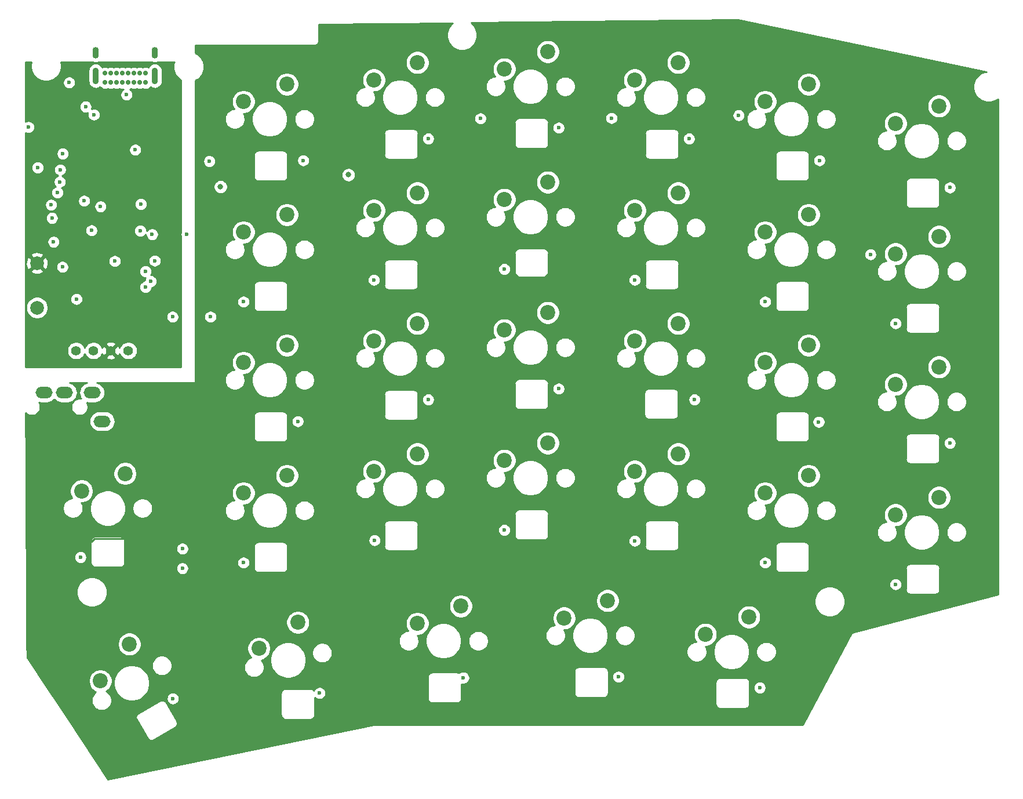
<source format=gbr>
G04 #@! TF.GenerationSoftware,KiCad,Pcbnew,5.1.5+dfsg1-2build2*
G04 #@! TF.CreationDate,2021-01-09T21:52:19+00:00*
G04 #@! TF.ProjectId,cynaroides,63796e61-726f-4696-9465-732e6b696361,rev?*
G04 #@! TF.SameCoordinates,Original*
G04 #@! TF.FileFunction,Copper,L3,Inr*
G04 #@! TF.FilePolarity,Positive*
%FSLAX46Y46*%
G04 Gerber Fmt 4.6, Leading zero omitted, Abs format (unit mm)*
G04 Created by KiCad (PCBNEW 5.1.5+dfsg1-2build2) date 2021-01-09 21:52:19*
%MOMM*%
%LPD*%
G04 APERTURE LIST*
%ADD10C,2.200000*%
%ADD11O,0.900000X1.700000*%
%ADD12O,0.900000X2.400000*%
%ADD13C,0.700000*%
%ADD14O,2.500000X1.700000*%
%ADD15C,1.397000*%
%ADD16C,2.000000*%
%ADD17C,0.600000*%
%ADD18C,0.800000*%
%ADD19C,0.250000*%
%ADD20C,0.254000*%
G04 APERTURE END LIST*
D10*
X96837500Y-50165000D03*
X103187500Y-47625000D03*
X115887500Y-48577500D03*
X122237500Y-46037500D03*
X134937500Y-50165000D03*
X141287500Y-47625000D03*
X153987500Y-53340000D03*
X160337500Y-50800000D03*
X77787500Y-72390000D03*
X84137500Y-69850000D03*
X96837500Y-69215000D03*
X103187500Y-66675000D03*
X115887500Y-67627500D03*
X122237500Y-65087500D03*
X134937500Y-69215000D03*
X141287500Y-66675000D03*
X153987500Y-72390000D03*
X160337500Y-69850000D03*
X134937500Y-88265000D03*
X141287500Y-85725000D03*
X153987500Y-91440000D03*
X160337500Y-88900000D03*
X80041858Y-114135984D03*
X85725000Y-110331250D03*
X103187500Y-110490000D03*
X109537500Y-107950000D03*
X124618750Y-109696250D03*
X130968750Y-107156250D03*
X145256250Y-112077500D03*
X151606250Y-109537500D03*
X115887500Y-86677500D03*
X122237500Y-84137500D03*
X77787500Y-34290000D03*
X84137500Y-31750000D03*
X153987500Y-34290000D03*
X160337500Y-31750000D03*
X77787500Y-53340000D03*
X84137500Y-50800000D03*
X96837500Y-88265000D03*
X103187500Y-85725000D03*
X77787500Y-91440000D03*
X84137500Y-88900000D03*
D11*
X56200000Y-27136000D03*
X64850000Y-27136000D03*
D12*
X56200000Y-30516000D03*
X64850000Y-30516000D03*
D13*
X60100000Y-30146000D03*
X57550000Y-30146000D03*
X58400000Y-30146000D03*
X59250000Y-30146000D03*
X63500000Y-30146000D03*
X61800000Y-30146000D03*
X60950000Y-30146000D03*
X62650000Y-30146000D03*
X57550000Y-31496000D03*
X58400000Y-31496000D03*
X59250000Y-31496000D03*
X60100000Y-31496000D03*
X60950000Y-31496000D03*
X61800000Y-31496000D03*
X62650000Y-31496000D03*
X63500000Y-31496000D03*
D14*
X57150000Y-80962500D03*
X55650000Y-76762500D03*
X51650000Y-76762500D03*
X48650000Y-76762500D03*
D15*
X60960000Y-70643750D03*
X58420000Y-70643750D03*
X55880000Y-70643750D03*
X53340000Y-70643750D03*
D16*
X47625000Y-64368750D03*
X47625000Y-57868750D03*
D10*
X56889489Y-118880955D03*
X61118750Y-113506250D03*
X54133750Y-91122500D03*
X60483750Y-88582500D03*
X173037500Y-94615000D03*
X179387500Y-92075000D03*
X173037500Y-75565000D03*
X179387500Y-73025000D03*
X173037500Y-56515000D03*
X179387500Y-53975000D03*
X173037500Y-37465000D03*
X179387500Y-34925000D03*
X134937500Y-31115000D03*
X141287500Y-28575000D03*
X115887500Y-29527500D03*
X122237500Y-26987500D03*
X96837500Y-31115000D03*
X103187500Y-28575000D03*
D17*
X60706000Y-33274000D03*
X86518750Y-42862500D03*
X104775000Y-39687500D03*
X123825000Y-38100000D03*
X161925000Y-42862500D03*
X142875000Y-39687500D03*
X180975000Y-46831250D03*
X173037500Y-66675000D03*
X153987500Y-63500000D03*
X134937500Y-60325000D03*
X115887500Y-58737500D03*
X96837500Y-60325000D03*
X77787500Y-63500000D03*
X85725000Y-80962500D03*
X104775000Y-77787500D03*
X123825000Y-76200000D03*
X143668750Y-77787500D03*
X161806250Y-81056250D03*
X180975000Y-84137500D03*
X173037500Y-104775000D03*
X153987500Y-101600000D03*
X134937500Y-98425000D03*
X115887500Y-96837500D03*
X96931250Y-98331250D03*
X77787500Y-101600000D03*
X53975000Y-100806250D03*
X67468750Y-121443750D03*
X88900000Y-120650000D03*
X109906250Y-118406250D03*
X132556250Y-118268750D03*
X153193750Y-119856250D03*
X52324000Y-31496000D03*
X62788800Y-49250600D03*
X56896000Y-49606200D03*
X54508400Y-48768000D03*
X49809400Y-51282600D03*
X61976000Y-41325800D03*
X51384200Y-41884600D03*
X55930800Y-36195000D03*
X58978800Y-57581800D03*
X62712600Y-53136800D03*
X46380400Y-37998400D03*
X50038000Y-54762400D03*
X51333400Y-58420000D03*
X53386000Y-63114200D03*
X47726600Y-43916600D03*
X54533800Y-47498000D03*
X63881000Y-52095400D03*
X65989200Y-38100000D03*
X52781200Y-38277800D03*
X46456600Y-35382200D03*
X49428400Y-44907200D03*
X76993750Y-44450000D03*
X96837500Y-41275000D03*
X115887500Y-39687500D03*
X134937500Y-41275000D03*
X153987500Y-44450000D03*
X173037500Y-48418750D03*
X180881250Y-65181250D03*
X161831250Y-62006250D03*
X142756250Y-58831250D03*
X123825000Y-57150000D03*
X104656250Y-58831250D03*
X85725000Y-61912500D03*
X77787500Y-82550000D03*
X96931250Y-79281250D03*
X115887500Y-77787500D03*
X134112000Y-79298800D03*
X153987500Y-82550000D03*
X173037500Y-85725000D03*
X180975000Y-103187500D03*
X161925000Y-100012500D03*
X142875000Y-96837500D03*
X123825000Y-95250000D03*
X104775000Y-96837500D03*
X85725000Y-100012500D03*
X61912500Y-99218750D03*
X61912500Y-127793750D03*
X81756250Y-123031250D03*
X102487500Y-120556250D03*
X124618750Y-119856250D03*
X145256250Y-121443750D03*
X54711600Y-35026600D03*
X74523600Y-32562800D03*
X64249899Y-60516600D03*
X64820800Y-57505600D03*
X63466508Y-61361990D03*
X63474600Y-59066600D03*
X50952400Y-45991000D03*
X49682400Y-49352200D03*
X50596800Y-47574200D03*
X72948800Y-65709800D03*
X67411600Y-65709800D03*
X68859400Y-102438200D03*
X68859400Y-99568000D03*
X51008600Y-44216000D03*
X72796400Y-42976800D03*
D18*
X74422000Y-46710600D03*
X93116400Y-44958000D03*
D17*
X112395000Y-36753800D03*
X131546600Y-36677600D03*
X150114000Y-36271200D03*
X64439800Y-53670200D03*
X69519800Y-53670200D03*
X169367200Y-56591200D03*
X55575200Y-53086000D03*
D19*
X117896774Y-59878760D02*
X117475000Y-59456986D01*
X121815726Y-59878760D02*
X117896774Y-59878760D01*
X123825000Y-57869486D02*
X121815726Y-59878760D01*
X123825000Y-57150000D02*
X123825000Y-57869486D01*
X55984274Y-98077490D02*
X55562500Y-98499264D01*
X60771240Y-98077490D02*
X55984274Y-98077490D01*
X61912500Y-99218750D02*
X60771240Y-98077490D01*
D20*
G36*
X186303220Y-29913992D02*
G01*
X185961875Y-29981890D01*
X185555131Y-30150369D01*
X185189071Y-30394962D01*
X184877762Y-30706271D01*
X184633169Y-31072331D01*
X184464690Y-31479075D01*
X184378800Y-31910872D01*
X184378800Y-32351128D01*
X184464690Y-32782925D01*
X184633169Y-33189669D01*
X184877762Y-33555729D01*
X185189071Y-33867038D01*
X185555131Y-34111631D01*
X185961875Y-34280110D01*
X186393672Y-34366000D01*
X186833928Y-34366000D01*
X187265725Y-34280110D01*
X187672469Y-34111631D01*
X187991750Y-33898295D01*
X187991750Y-106264227D01*
X166655628Y-111795814D01*
X166632257Y-111804395D01*
X166611009Y-111817369D01*
X166592700Y-111834240D01*
X166575259Y-111859328D01*
X159467286Y-125285500D01*
X96837500Y-125285500D01*
X96812105Y-125288065D01*
X58002042Y-133208486D01*
X51950210Y-124130737D01*
X62056788Y-124130737D01*
X62061267Y-124267565D01*
X62092354Y-124400891D01*
X62129331Y-124482500D01*
X62148855Y-124525591D01*
X62168832Y-124553469D01*
X63684703Y-127179036D01*
X63698855Y-127210269D01*
X63718828Y-127238142D01*
X63718833Y-127238150D01*
X63778597Y-127321551D01*
X63878518Y-127415136D01*
X63994776Y-127487430D01*
X64122904Y-127535655D01*
X64257979Y-127557955D01*
X64257980Y-127557955D01*
X64394807Y-127553476D01*
X64528134Y-127522389D01*
X64621592Y-127480044D01*
X64621603Y-127480038D01*
X64652834Y-127465887D01*
X64680705Y-127445915D01*
X67739301Y-125680035D01*
X67770526Y-125665887D01*
X67798392Y-125645919D01*
X67798407Y-125645910D01*
X67881807Y-125586146D01*
X67975393Y-125486225D01*
X68047687Y-125369968D01*
X68095912Y-125241839D01*
X68118212Y-125106765D01*
X68118212Y-125106763D01*
X68113733Y-124969934D01*
X68082645Y-124836607D01*
X68040300Y-124743150D01*
X68040296Y-124743143D01*
X68026144Y-124711909D01*
X68006171Y-124684036D01*
X66490296Y-122058464D01*
X66476144Y-122027231D01*
X66456171Y-121999359D01*
X66456166Y-121999350D01*
X66396401Y-121915949D01*
X66296481Y-121822363D01*
X66180223Y-121750070D01*
X66052095Y-121701845D01*
X65917020Y-121679545D01*
X65780191Y-121684024D01*
X65739651Y-121693477D01*
X65646866Y-121715111D01*
X65522165Y-121771612D01*
X65494283Y-121791592D01*
X62435718Y-123557455D01*
X62404473Y-123571612D01*
X62376593Y-123591591D01*
X62293192Y-123651355D01*
X62247931Y-123699680D01*
X62199606Y-123751276D01*
X62127313Y-123867534D01*
X62079088Y-123995662D01*
X62056788Y-124130737D01*
X51950210Y-124130737D01*
X48336433Y-118710072D01*
X55154489Y-118710072D01*
X55154489Y-119051838D01*
X55221164Y-119387036D01*
X55351952Y-119702786D01*
X55541826Y-119986953D01*
X55783491Y-120228618D01*
X56067658Y-120418492D01*
X56228405Y-120485076D01*
X56113004Y-120562184D01*
X55906161Y-120769027D01*
X55743646Y-121012248D01*
X55631704Y-121282501D01*
X55574636Y-121569399D01*
X55574636Y-121861919D01*
X55631704Y-122148817D01*
X55743646Y-122419070D01*
X55906161Y-122662291D01*
X56113004Y-122869134D01*
X56356225Y-123031649D01*
X56626478Y-123143591D01*
X56913376Y-123200659D01*
X57205896Y-123200659D01*
X57492794Y-123143591D01*
X57763047Y-123031649D01*
X58006268Y-122869134D01*
X58213111Y-122662291D01*
X58375626Y-122419070D01*
X58487568Y-122148817D01*
X58544636Y-121861919D01*
X58544636Y-121569399D01*
X58487568Y-121282501D01*
X58375626Y-121012248D01*
X58213111Y-120769027D01*
X58006268Y-120562184D01*
X57763047Y-120399669D01*
X57748505Y-120393646D01*
X57995487Y-120228618D01*
X58237152Y-119986953D01*
X58427026Y-119702786D01*
X58557814Y-119387036D01*
X58624489Y-119051838D01*
X58624489Y-118916134D01*
X58824045Y-118916134D01*
X58824045Y-119435184D01*
X58925306Y-119944260D01*
X59123938Y-120423800D01*
X59412307Y-120855374D01*
X59779330Y-121222397D01*
X60210904Y-121510766D01*
X60690444Y-121709398D01*
X61199520Y-121810659D01*
X61718570Y-121810659D01*
X62227646Y-121709398D01*
X62707186Y-121510766D01*
X62945303Y-121351661D01*
X66533750Y-121351661D01*
X66533750Y-121535839D01*
X66569682Y-121716479D01*
X66640164Y-121886639D01*
X66742488Y-122039778D01*
X66872722Y-122170012D01*
X67025861Y-122272336D01*
X67196021Y-122342818D01*
X67376661Y-122378750D01*
X67560839Y-122378750D01*
X67741479Y-122342818D01*
X67911639Y-122272336D01*
X68064778Y-122170012D01*
X68195012Y-122039778D01*
X68297336Y-121886639D01*
X68367818Y-121716479D01*
X68403750Y-121535839D01*
X68403750Y-121351661D01*
X68367818Y-121171021D01*
X68297336Y-121000861D01*
X68195012Y-120847722D01*
X68064778Y-120717488D01*
X68019898Y-120687500D01*
X83226638Y-120687500D01*
X83230001Y-120721645D01*
X83230000Y-123753365D01*
X83226638Y-123787500D01*
X83240057Y-123923744D01*
X83279798Y-124054752D01*
X83344333Y-124175489D01*
X83431183Y-124281317D01*
X83532205Y-124364223D01*
X83537011Y-124368167D01*
X83657748Y-124432702D01*
X83788756Y-124472443D01*
X83925000Y-124485862D01*
X83959134Y-124482500D01*
X87490866Y-124482500D01*
X87525000Y-124485862D01*
X87661244Y-124472443D01*
X87792252Y-124432702D01*
X87912989Y-124368167D01*
X88018817Y-124281317D01*
X88105667Y-124175489D01*
X88170202Y-124054752D01*
X88209943Y-123923744D01*
X88220000Y-123821635D01*
X88220000Y-123821634D01*
X88223362Y-123787500D01*
X88220000Y-123753365D01*
X88220000Y-121292290D01*
X88303972Y-121376262D01*
X88457111Y-121478586D01*
X88627271Y-121549068D01*
X88807911Y-121585000D01*
X88992089Y-121585000D01*
X89172729Y-121549068D01*
X89342889Y-121478586D01*
X89496028Y-121376262D01*
X89626262Y-121246028D01*
X89728586Y-121092889D01*
X89799068Y-120922729D01*
X89835000Y-120742089D01*
X89835000Y-120557911D01*
X89799068Y-120377271D01*
X89728586Y-120207111D01*
X89626262Y-120053972D01*
X89496028Y-119923738D01*
X89342889Y-119821414D01*
X89172729Y-119750932D01*
X88992089Y-119715000D01*
X88807911Y-119715000D01*
X88627271Y-119750932D01*
X88457111Y-119821414D01*
X88303972Y-119923738D01*
X88173738Y-120053972D01*
X88071414Y-120207111D01*
X88057468Y-120240780D01*
X88018817Y-120193683D01*
X87912989Y-120106833D01*
X87792252Y-120042298D01*
X87661244Y-120002557D01*
X87559135Y-119992500D01*
X87559134Y-119992500D01*
X87525000Y-119989138D01*
X87490865Y-119992500D01*
X83959135Y-119992500D01*
X83925000Y-119989138D01*
X83890866Y-119992500D01*
X83890865Y-119992500D01*
X83788756Y-120002557D01*
X83657748Y-120042298D01*
X83537011Y-120106833D01*
X83431183Y-120193683D01*
X83344333Y-120299511D01*
X83279798Y-120420248D01*
X83240057Y-120551256D01*
X83226638Y-120687500D01*
X68019898Y-120687500D01*
X67911639Y-120615164D01*
X67741479Y-120544682D01*
X67560839Y-120508750D01*
X67376661Y-120508750D01*
X67196021Y-120544682D01*
X67025861Y-120615164D01*
X66872722Y-120717488D01*
X66742488Y-120847722D01*
X66640164Y-121000861D01*
X66569682Y-121171021D01*
X66533750Y-121351661D01*
X62945303Y-121351661D01*
X63138760Y-121222397D01*
X63505783Y-120855374D01*
X63794152Y-120423800D01*
X63992784Y-119944260D01*
X64094045Y-119435184D01*
X64094045Y-118916134D01*
X63992784Y-118407058D01*
X63794152Y-117927518D01*
X63505783Y-117495944D01*
X63138760Y-117128921D01*
X62707186Y-116840552D01*
X62227646Y-116641920D01*
X61718570Y-116540659D01*
X61199520Y-116540659D01*
X60690444Y-116641920D01*
X60210904Y-116840552D01*
X59779330Y-117128921D01*
X59412307Y-117495944D01*
X59123938Y-117927518D01*
X58925306Y-118407058D01*
X58824045Y-118916134D01*
X58624489Y-118916134D01*
X58624489Y-118710072D01*
X58557814Y-118374874D01*
X58427026Y-118059124D01*
X58237152Y-117774957D01*
X57995487Y-117533292D01*
X57711320Y-117343418D01*
X57395570Y-117212630D01*
X57060372Y-117145955D01*
X56718606Y-117145955D01*
X56383408Y-117212630D01*
X56067658Y-117343418D01*
X55783491Y-117533292D01*
X55541826Y-117774957D01*
X55351952Y-118059124D01*
X55221164Y-118374874D01*
X55154489Y-118710072D01*
X48336433Y-118710072D01*
X46855985Y-116489399D01*
X64373455Y-116489399D01*
X64373455Y-116781919D01*
X64430523Y-117068817D01*
X64542465Y-117339070D01*
X64704980Y-117582291D01*
X64911823Y-117789134D01*
X65155044Y-117951649D01*
X65425297Y-118063591D01*
X65712195Y-118120659D01*
X66004715Y-118120659D01*
X66291613Y-118063591D01*
X66561866Y-117951649D01*
X66805087Y-117789134D01*
X67011930Y-117582291D01*
X67174445Y-117339070D01*
X67286387Y-117068817D01*
X67343455Y-116781919D01*
X67343455Y-116738267D01*
X77842707Y-116738267D01*
X77842707Y-117030787D01*
X77899775Y-117317685D01*
X78011717Y-117587938D01*
X78174232Y-117831159D01*
X78381075Y-118038002D01*
X78624296Y-118200517D01*
X78894549Y-118312459D01*
X79181447Y-118369527D01*
X79473967Y-118369527D01*
X79760865Y-118312459D01*
X80031118Y-118200517D01*
X80274339Y-118038002D01*
X80481182Y-117831159D01*
X80643697Y-117587938D01*
X80755639Y-117317685D01*
X80812707Y-117030787D01*
X80812707Y-116738267D01*
X80755639Y-116451369D01*
X80643697Y-116181116D01*
X80481182Y-115937895D01*
X80380835Y-115837548D01*
X80547939Y-115804309D01*
X80863689Y-115673521D01*
X81020398Y-115568811D01*
X81661696Y-115568811D01*
X81661696Y-116087861D01*
X81762957Y-116596937D01*
X81961589Y-117076477D01*
X82249958Y-117508051D01*
X82616981Y-117875074D01*
X83048555Y-118163443D01*
X83528095Y-118362075D01*
X84037171Y-118463336D01*
X84556221Y-118463336D01*
X85065297Y-118362075D01*
X85200070Y-118306250D01*
X104657888Y-118306250D01*
X104661251Y-118340395D01*
X104661250Y-121372115D01*
X104657888Y-121406250D01*
X104671307Y-121542494D01*
X104711048Y-121673502D01*
X104775583Y-121794239D01*
X104862433Y-121900067D01*
X104924832Y-121951276D01*
X104968261Y-121986917D01*
X105088998Y-122051452D01*
X105220006Y-122091193D01*
X105356250Y-122104612D01*
X105390384Y-122101250D01*
X108922116Y-122101250D01*
X108956250Y-122104612D01*
X109092494Y-122091193D01*
X109223502Y-122051452D01*
X109344239Y-121986917D01*
X109450067Y-121900067D01*
X109536917Y-121794239D01*
X109601452Y-121673502D01*
X109641193Y-121542494D01*
X109651250Y-121440385D01*
X109651250Y-121440384D01*
X109654612Y-121406250D01*
X109651250Y-121372115D01*
X109651250Y-119308845D01*
X109814161Y-119341250D01*
X109998339Y-119341250D01*
X110178979Y-119305318D01*
X110349139Y-119234836D01*
X110502278Y-119132512D01*
X110632512Y-119002278D01*
X110734836Y-118849139D01*
X110805318Y-118678979D01*
X110841250Y-118498339D01*
X110841250Y-118314161D01*
X110805318Y-118133521D01*
X110734836Y-117963361D01*
X110632512Y-117810222D01*
X110502278Y-117679988D01*
X110349139Y-117577664D01*
X110191818Y-117512500D01*
X126089138Y-117512500D01*
X126092501Y-117546645D01*
X126092500Y-120578365D01*
X126089138Y-120612500D01*
X126102557Y-120748744D01*
X126142298Y-120879752D01*
X126206833Y-121000489D01*
X126293683Y-121106317D01*
X126372526Y-121171021D01*
X126399511Y-121193167D01*
X126520248Y-121257702D01*
X126651256Y-121297443D01*
X126787500Y-121310862D01*
X126821634Y-121307500D01*
X130353366Y-121307500D01*
X130387500Y-121310862D01*
X130523744Y-121297443D01*
X130654752Y-121257702D01*
X130775489Y-121193167D01*
X130881317Y-121106317D01*
X130968167Y-121000489D01*
X131032702Y-120879752D01*
X131072443Y-120748744D01*
X131082500Y-120646635D01*
X131082500Y-120646634D01*
X131085862Y-120612500D01*
X131082500Y-120578365D01*
X131082500Y-118176661D01*
X131621250Y-118176661D01*
X131621250Y-118360839D01*
X131657182Y-118541479D01*
X131727664Y-118711639D01*
X131829988Y-118864778D01*
X131960222Y-118995012D01*
X132113361Y-119097336D01*
X132283521Y-119167818D01*
X132464161Y-119203750D01*
X132648339Y-119203750D01*
X132828979Y-119167818D01*
X132992707Y-119100000D01*
X146726638Y-119100000D01*
X146730001Y-119134145D01*
X146730000Y-122165865D01*
X146726638Y-122200000D01*
X146740057Y-122336244D01*
X146779798Y-122467252D01*
X146844333Y-122587989D01*
X146931183Y-122693817D01*
X147037011Y-122780667D01*
X147157748Y-122845202D01*
X147288756Y-122884943D01*
X147425000Y-122898362D01*
X147459134Y-122895000D01*
X150990866Y-122895000D01*
X151025000Y-122898362D01*
X151161244Y-122884943D01*
X151292252Y-122845202D01*
X151412989Y-122780667D01*
X151518817Y-122693817D01*
X151605667Y-122587989D01*
X151670202Y-122467252D01*
X151709943Y-122336244D01*
X151720000Y-122234135D01*
X151720000Y-122234134D01*
X151723362Y-122200000D01*
X151720000Y-122165865D01*
X151720000Y-119764161D01*
X152258750Y-119764161D01*
X152258750Y-119948339D01*
X152294682Y-120128979D01*
X152365164Y-120299139D01*
X152467488Y-120452278D01*
X152597722Y-120582512D01*
X152750861Y-120684836D01*
X152921021Y-120755318D01*
X153101661Y-120791250D01*
X153285839Y-120791250D01*
X153466479Y-120755318D01*
X153636639Y-120684836D01*
X153789778Y-120582512D01*
X153920012Y-120452278D01*
X154022336Y-120299139D01*
X154092818Y-120128979D01*
X154128750Y-119948339D01*
X154128750Y-119764161D01*
X154092818Y-119583521D01*
X154022336Y-119413361D01*
X153920012Y-119260222D01*
X153789778Y-119129988D01*
X153636639Y-119027664D01*
X153466479Y-118957182D01*
X153285839Y-118921250D01*
X153101661Y-118921250D01*
X152921021Y-118957182D01*
X152750861Y-119027664D01*
X152597722Y-119129988D01*
X152467488Y-119260222D01*
X152365164Y-119413361D01*
X152294682Y-119583521D01*
X152258750Y-119764161D01*
X151720000Y-119764161D01*
X151720000Y-119134135D01*
X151723362Y-119100000D01*
X151709943Y-118963756D01*
X151670202Y-118832748D01*
X151605667Y-118712011D01*
X151518817Y-118606183D01*
X151412989Y-118519333D01*
X151292252Y-118454798D01*
X151161244Y-118415057D01*
X151059135Y-118405000D01*
X151059134Y-118405000D01*
X151025000Y-118401638D01*
X150990865Y-118405000D01*
X147459135Y-118405000D01*
X147425000Y-118401638D01*
X147390866Y-118405000D01*
X147390865Y-118405000D01*
X147288756Y-118415057D01*
X147157748Y-118454798D01*
X147037011Y-118519333D01*
X146931183Y-118606183D01*
X146844333Y-118712011D01*
X146779798Y-118832748D01*
X146740057Y-118963756D01*
X146726638Y-119100000D01*
X132992707Y-119100000D01*
X132999139Y-119097336D01*
X133152278Y-118995012D01*
X133282512Y-118864778D01*
X133384836Y-118711639D01*
X133455318Y-118541479D01*
X133491250Y-118360839D01*
X133491250Y-118176661D01*
X133455318Y-117996021D01*
X133384836Y-117825861D01*
X133282512Y-117672722D01*
X133152278Y-117542488D01*
X132999139Y-117440164D01*
X132828979Y-117369682D01*
X132648339Y-117333750D01*
X132464161Y-117333750D01*
X132283521Y-117369682D01*
X132113361Y-117440164D01*
X131960222Y-117542488D01*
X131829988Y-117672722D01*
X131727664Y-117825861D01*
X131657182Y-117996021D01*
X131621250Y-118176661D01*
X131082500Y-118176661D01*
X131082500Y-117546635D01*
X131085862Y-117512500D01*
X131072443Y-117376256D01*
X131032702Y-117245248D01*
X130968167Y-117124511D01*
X130881317Y-117018683D01*
X130775489Y-116931833D01*
X130654752Y-116867298D01*
X130523744Y-116827557D01*
X130421635Y-116817500D01*
X130421634Y-116817500D01*
X130387500Y-116814138D01*
X130353365Y-116817500D01*
X126821635Y-116817500D01*
X126787500Y-116814138D01*
X126753366Y-116817500D01*
X126753365Y-116817500D01*
X126651256Y-116827557D01*
X126520248Y-116867298D01*
X126399511Y-116931833D01*
X126293683Y-117018683D01*
X126206833Y-117124511D01*
X126142298Y-117245248D01*
X126102557Y-117376256D01*
X126089138Y-117512500D01*
X110191818Y-117512500D01*
X110178979Y-117507182D01*
X109998339Y-117471250D01*
X109814161Y-117471250D01*
X109633521Y-117507182D01*
X109463361Y-117577664D01*
X109310222Y-117679988D01*
X109292358Y-117697852D01*
X109223502Y-117661048D01*
X109092494Y-117621307D01*
X108990385Y-117611250D01*
X108990384Y-117611250D01*
X108956250Y-117607888D01*
X108922115Y-117611250D01*
X105390385Y-117611250D01*
X105356250Y-117607888D01*
X105322116Y-117611250D01*
X105322115Y-117611250D01*
X105220006Y-117621307D01*
X105088998Y-117661048D01*
X104968261Y-117725583D01*
X104862433Y-117812433D01*
X104775583Y-117918261D01*
X104711048Y-118038998D01*
X104671307Y-118170006D01*
X104657888Y-118306250D01*
X85200070Y-118306250D01*
X85544837Y-118163443D01*
X85976411Y-117875074D01*
X86343434Y-117508051D01*
X86631803Y-117076477D01*
X86830435Y-116596937D01*
X86931696Y-116087861D01*
X86931696Y-115568811D01*
X86830435Y-115059735D01*
X86650729Y-114625884D01*
X87780686Y-114625884D01*
X87780686Y-114918404D01*
X87837754Y-115205302D01*
X87949696Y-115475555D01*
X88112211Y-115718776D01*
X88319054Y-115925619D01*
X88562275Y-116088134D01*
X88832528Y-116200076D01*
X89119426Y-116257144D01*
X89411946Y-116257144D01*
X89698844Y-116200076D01*
X89969097Y-116088134D01*
X90212318Y-115925619D01*
X90419161Y-115718776D01*
X90581676Y-115475555D01*
X90693618Y-115205302D01*
X90750686Y-114918404D01*
X90750686Y-114625884D01*
X90693618Y-114338986D01*
X90581676Y-114068733D01*
X90419161Y-113825512D01*
X90212318Y-113618669D01*
X89969097Y-113456154D01*
X89698844Y-113344212D01*
X89411946Y-113287144D01*
X89119426Y-113287144D01*
X88832528Y-113344212D01*
X88562275Y-113456154D01*
X88319054Y-113618669D01*
X88112211Y-113825512D01*
X87949696Y-114068733D01*
X87837754Y-114338986D01*
X87780686Y-114625884D01*
X86650729Y-114625884D01*
X86631803Y-114580195D01*
X86343434Y-114148621D01*
X85976411Y-113781598D01*
X85544837Y-113493229D01*
X85065297Y-113294597D01*
X84556221Y-113193336D01*
X84037171Y-113193336D01*
X83528095Y-113294597D01*
X83048555Y-113493229D01*
X82616981Y-113781598D01*
X82249958Y-114148621D01*
X81961589Y-114580195D01*
X81762957Y-115059735D01*
X81661696Y-115568811D01*
X81020398Y-115568811D01*
X81147856Y-115483647D01*
X81389521Y-115241982D01*
X81579395Y-114957815D01*
X81710183Y-114642065D01*
X81776858Y-114306867D01*
X81776858Y-113965101D01*
X81710183Y-113629903D01*
X81579395Y-113314153D01*
X81389521Y-113029986D01*
X81243275Y-112883740D01*
X100432500Y-112883740D01*
X100432500Y-113176260D01*
X100489568Y-113463158D01*
X100601510Y-113733411D01*
X100764025Y-113976632D01*
X100970868Y-114183475D01*
X101214089Y-114345990D01*
X101484342Y-114457932D01*
X101771240Y-114515000D01*
X102063760Y-114515000D01*
X102350658Y-114457932D01*
X102620911Y-114345990D01*
X102864132Y-114183475D01*
X103070975Y-113976632D01*
X103233490Y-113733411D01*
X103345432Y-113463158D01*
X103402500Y-113176260D01*
X103402500Y-112883740D01*
X103379971Y-112770475D01*
X104362500Y-112770475D01*
X104362500Y-113289525D01*
X104463761Y-113798601D01*
X104662393Y-114278141D01*
X104950762Y-114709715D01*
X105317785Y-115076738D01*
X105749359Y-115365107D01*
X106228899Y-115563739D01*
X106737975Y-115665000D01*
X107257025Y-115665000D01*
X107766101Y-115563739D01*
X108245641Y-115365107D01*
X108677215Y-115076738D01*
X109044238Y-114709715D01*
X109332607Y-114278141D01*
X109531239Y-113798601D01*
X109632500Y-113289525D01*
X109632500Y-112883740D01*
X110592500Y-112883740D01*
X110592500Y-113176260D01*
X110649568Y-113463158D01*
X110761510Y-113733411D01*
X110924025Y-113976632D01*
X111130868Y-114183475D01*
X111374089Y-114345990D01*
X111644342Y-114457932D01*
X111931240Y-114515000D01*
X112223760Y-114515000D01*
X112510658Y-114457932D01*
X112780911Y-114345990D01*
X113024132Y-114183475D01*
X113230975Y-113976632D01*
X113393490Y-113733411D01*
X113505432Y-113463158D01*
X113562500Y-113176260D01*
X113562500Y-112883740D01*
X113505432Y-112596842D01*
X113393490Y-112326589D01*
X113235400Y-112089990D01*
X121863750Y-112089990D01*
X121863750Y-112382510D01*
X121920818Y-112669408D01*
X122032760Y-112939661D01*
X122195275Y-113182882D01*
X122402118Y-113389725D01*
X122645339Y-113552240D01*
X122915592Y-113664182D01*
X123202490Y-113721250D01*
X123495010Y-113721250D01*
X123781908Y-113664182D01*
X124052161Y-113552240D01*
X124295382Y-113389725D01*
X124502225Y-113182882D01*
X124664740Y-112939661D01*
X124776682Y-112669408D01*
X124833750Y-112382510D01*
X124833750Y-112089990D01*
X124811221Y-111976725D01*
X125793750Y-111976725D01*
X125793750Y-112495775D01*
X125895011Y-113004851D01*
X126093643Y-113484391D01*
X126382012Y-113915965D01*
X126749035Y-114282988D01*
X127180609Y-114571357D01*
X127660149Y-114769989D01*
X128169225Y-114871250D01*
X128688275Y-114871250D01*
X129197351Y-114769989D01*
X129676891Y-114571357D01*
X129826726Y-114471240D01*
X142501250Y-114471240D01*
X142501250Y-114763760D01*
X142558318Y-115050658D01*
X142670260Y-115320911D01*
X142832775Y-115564132D01*
X143039618Y-115770975D01*
X143282839Y-115933490D01*
X143553092Y-116045432D01*
X143839990Y-116102500D01*
X144132510Y-116102500D01*
X144419408Y-116045432D01*
X144689661Y-115933490D01*
X144932882Y-115770975D01*
X145139725Y-115564132D01*
X145302240Y-115320911D01*
X145414182Y-115050658D01*
X145471250Y-114763760D01*
X145471250Y-114471240D01*
X145448721Y-114357975D01*
X146431250Y-114357975D01*
X146431250Y-114877025D01*
X146532511Y-115386101D01*
X146731143Y-115865641D01*
X147019512Y-116297215D01*
X147386535Y-116664238D01*
X147818109Y-116952607D01*
X148297649Y-117151239D01*
X148806725Y-117252500D01*
X149325775Y-117252500D01*
X149834851Y-117151239D01*
X150314391Y-116952607D01*
X150745965Y-116664238D01*
X151112988Y-116297215D01*
X151401357Y-115865641D01*
X151599989Y-115386101D01*
X151701250Y-114877025D01*
X151701250Y-114471240D01*
X152661250Y-114471240D01*
X152661250Y-114763760D01*
X152718318Y-115050658D01*
X152830260Y-115320911D01*
X152992775Y-115564132D01*
X153199618Y-115770975D01*
X153442839Y-115933490D01*
X153713092Y-116045432D01*
X153999990Y-116102500D01*
X154292510Y-116102500D01*
X154579408Y-116045432D01*
X154849661Y-115933490D01*
X155092882Y-115770975D01*
X155299725Y-115564132D01*
X155462240Y-115320911D01*
X155574182Y-115050658D01*
X155631250Y-114763760D01*
X155631250Y-114471240D01*
X155574182Y-114184342D01*
X155462240Y-113914089D01*
X155299725Y-113670868D01*
X155092882Y-113464025D01*
X154849661Y-113301510D01*
X154579408Y-113189568D01*
X154292510Y-113132500D01*
X153999990Y-113132500D01*
X153713092Y-113189568D01*
X153442839Y-113301510D01*
X153199618Y-113464025D01*
X152992775Y-113670868D01*
X152830260Y-113914089D01*
X152718318Y-114184342D01*
X152661250Y-114471240D01*
X151701250Y-114471240D01*
X151701250Y-114357975D01*
X151599989Y-113848899D01*
X151401357Y-113369359D01*
X151112988Y-112937785D01*
X150745965Y-112570762D01*
X150314391Y-112282393D01*
X149834851Y-112083761D01*
X149325775Y-111982500D01*
X148806725Y-111982500D01*
X148297649Y-112083761D01*
X147818109Y-112282393D01*
X147386535Y-112570762D01*
X147019512Y-112937785D01*
X146731143Y-113369359D01*
X146532511Y-113848899D01*
X146431250Y-114357975D01*
X145448721Y-114357975D01*
X145414182Y-114184342D01*
X145302240Y-113914089D01*
X145234360Y-113812500D01*
X145427133Y-113812500D01*
X145762331Y-113745825D01*
X146078081Y-113615037D01*
X146362248Y-113425163D01*
X146603913Y-113183498D01*
X146793787Y-112899331D01*
X146924575Y-112583581D01*
X146991250Y-112248383D01*
X146991250Y-111906617D01*
X146924575Y-111571419D01*
X146793787Y-111255669D01*
X146603913Y-110971502D01*
X146362248Y-110729837D01*
X146078081Y-110539963D01*
X145762331Y-110409175D01*
X145427133Y-110342500D01*
X145085367Y-110342500D01*
X144750169Y-110409175D01*
X144434419Y-110539963D01*
X144150252Y-110729837D01*
X143908587Y-110971502D01*
X143718713Y-111255669D01*
X143587925Y-111571419D01*
X143521250Y-111906617D01*
X143521250Y-112248383D01*
X143587925Y-112583581D01*
X143718713Y-112899331D01*
X143874511Y-113132500D01*
X143839990Y-113132500D01*
X143553092Y-113189568D01*
X143282839Y-113301510D01*
X143039618Y-113464025D01*
X142832775Y-113670868D01*
X142670260Y-113914089D01*
X142558318Y-114184342D01*
X142501250Y-114471240D01*
X129826726Y-114471240D01*
X130108465Y-114282988D01*
X130475488Y-113915965D01*
X130763857Y-113484391D01*
X130962489Y-113004851D01*
X131063750Y-112495775D01*
X131063750Y-112089990D01*
X132023750Y-112089990D01*
X132023750Y-112382510D01*
X132080818Y-112669408D01*
X132192760Y-112939661D01*
X132355275Y-113182882D01*
X132562118Y-113389725D01*
X132805339Y-113552240D01*
X133075592Y-113664182D01*
X133362490Y-113721250D01*
X133655010Y-113721250D01*
X133941908Y-113664182D01*
X134212161Y-113552240D01*
X134455382Y-113389725D01*
X134662225Y-113182882D01*
X134824740Y-112939661D01*
X134936682Y-112669408D01*
X134993750Y-112382510D01*
X134993750Y-112089990D01*
X134936682Y-111803092D01*
X134824740Y-111532839D01*
X134662225Y-111289618D01*
X134455382Y-111082775D01*
X134212161Y-110920260D01*
X133941908Y-110808318D01*
X133655010Y-110751250D01*
X133362490Y-110751250D01*
X133075592Y-110808318D01*
X132805339Y-110920260D01*
X132562118Y-111082775D01*
X132355275Y-111289618D01*
X132192760Y-111532839D01*
X132080818Y-111803092D01*
X132023750Y-112089990D01*
X131063750Y-112089990D01*
X131063750Y-111976725D01*
X130962489Y-111467649D01*
X130763857Y-110988109D01*
X130475488Y-110556535D01*
X130108465Y-110189512D01*
X129676891Y-109901143D01*
X129197351Y-109702511D01*
X128688275Y-109601250D01*
X128169225Y-109601250D01*
X127660149Y-109702511D01*
X127180609Y-109901143D01*
X126749035Y-110189512D01*
X126382012Y-110556535D01*
X126093643Y-110988109D01*
X125895011Y-111467649D01*
X125793750Y-111976725D01*
X124811221Y-111976725D01*
X124776682Y-111803092D01*
X124664740Y-111532839D01*
X124596860Y-111431250D01*
X124789633Y-111431250D01*
X125124831Y-111364575D01*
X125440581Y-111233787D01*
X125724748Y-111043913D01*
X125966413Y-110802248D01*
X126156287Y-110518081D01*
X126287075Y-110202331D01*
X126353750Y-109867133D01*
X126353750Y-109525367D01*
X126322173Y-109366617D01*
X149871250Y-109366617D01*
X149871250Y-109708383D01*
X149937925Y-110043581D01*
X150068713Y-110359331D01*
X150258587Y-110643498D01*
X150500252Y-110885163D01*
X150784419Y-111075037D01*
X151100169Y-111205825D01*
X151435367Y-111272500D01*
X151777133Y-111272500D01*
X152112331Y-111205825D01*
X152428081Y-111075037D01*
X152712248Y-110885163D01*
X152953913Y-110643498D01*
X153143787Y-110359331D01*
X153274575Y-110043581D01*
X153341250Y-109708383D01*
X153341250Y-109366617D01*
X153274575Y-109031419D01*
X153143787Y-108715669D01*
X152953913Y-108431502D01*
X152712248Y-108189837D01*
X152428081Y-107999963D01*
X152112331Y-107869175D01*
X151777133Y-107802500D01*
X151435367Y-107802500D01*
X151100169Y-107869175D01*
X150784419Y-107999963D01*
X150500252Y-108189837D01*
X150258587Y-108431502D01*
X150068713Y-108715669D01*
X149937925Y-109031419D01*
X149871250Y-109366617D01*
X126322173Y-109366617D01*
X126287075Y-109190169D01*
X126156287Y-108874419D01*
X125966413Y-108590252D01*
X125724748Y-108348587D01*
X125440581Y-108158713D01*
X125124831Y-108027925D01*
X124789633Y-107961250D01*
X124447867Y-107961250D01*
X124112669Y-108027925D01*
X123796919Y-108158713D01*
X123512752Y-108348587D01*
X123271087Y-108590252D01*
X123081213Y-108874419D01*
X122950425Y-109190169D01*
X122883750Y-109525367D01*
X122883750Y-109867133D01*
X122950425Y-110202331D01*
X123081213Y-110518081D01*
X123237011Y-110751250D01*
X123202490Y-110751250D01*
X122915592Y-110808318D01*
X122645339Y-110920260D01*
X122402118Y-111082775D01*
X122195275Y-111289618D01*
X122032760Y-111532839D01*
X121920818Y-111803092D01*
X121863750Y-112089990D01*
X113235400Y-112089990D01*
X113230975Y-112083368D01*
X113024132Y-111876525D01*
X112780911Y-111714010D01*
X112510658Y-111602068D01*
X112223760Y-111545000D01*
X111931240Y-111545000D01*
X111644342Y-111602068D01*
X111374089Y-111714010D01*
X111130868Y-111876525D01*
X110924025Y-112083368D01*
X110761510Y-112326589D01*
X110649568Y-112596842D01*
X110592500Y-112883740D01*
X109632500Y-112883740D01*
X109632500Y-112770475D01*
X109531239Y-112261399D01*
X109332607Y-111781859D01*
X109044238Y-111350285D01*
X108677215Y-110983262D01*
X108245641Y-110694893D01*
X107766101Y-110496261D01*
X107257025Y-110395000D01*
X106737975Y-110395000D01*
X106228899Y-110496261D01*
X105749359Y-110694893D01*
X105317785Y-110983262D01*
X104950762Y-111350285D01*
X104662393Y-111781859D01*
X104463761Y-112261399D01*
X104362500Y-112770475D01*
X103379971Y-112770475D01*
X103345432Y-112596842D01*
X103233490Y-112326589D01*
X103165610Y-112225000D01*
X103358383Y-112225000D01*
X103693581Y-112158325D01*
X104009331Y-112027537D01*
X104293498Y-111837663D01*
X104535163Y-111595998D01*
X104725037Y-111311831D01*
X104855825Y-110996081D01*
X104922500Y-110660883D01*
X104922500Y-110319117D01*
X104855825Y-109983919D01*
X104725037Y-109668169D01*
X104535163Y-109384002D01*
X104293498Y-109142337D01*
X104009331Y-108952463D01*
X103693581Y-108821675D01*
X103358383Y-108755000D01*
X103016617Y-108755000D01*
X102681419Y-108821675D01*
X102365669Y-108952463D01*
X102081502Y-109142337D01*
X101839837Y-109384002D01*
X101649963Y-109668169D01*
X101519175Y-109983919D01*
X101452500Y-110319117D01*
X101452500Y-110660883D01*
X101519175Y-110996081D01*
X101649963Y-111311831D01*
X101805761Y-111545000D01*
X101771240Y-111545000D01*
X101484342Y-111602068D01*
X101214089Y-111714010D01*
X100970868Y-111876525D01*
X100764025Y-112083368D01*
X100601510Y-112326589D01*
X100489568Y-112596842D01*
X100432500Y-112883740D01*
X81243275Y-112883740D01*
X81147856Y-112788321D01*
X80863689Y-112598447D01*
X80547939Y-112467659D01*
X80212741Y-112400984D01*
X79870975Y-112400984D01*
X79535777Y-112467659D01*
X79220027Y-112598447D01*
X78935860Y-112788321D01*
X78694195Y-113029986D01*
X78504321Y-113314153D01*
X78373533Y-113629903D01*
X78306858Y-113965101D01*
X78306858Y-114306867D01*
X78373533Y-114642065D01*
X78504321Y-114957815D01*
X78694195Y-115241982D01*
X78906442Y-115454229D01*
X78894549Y-115456595D01*
X78624296Y-115568537D01*
X78381075Y-115731052D01*
X78174232Y-115937895D01*
X78011717Y-116181116D01*
X77899775Y-116451369D01*
X77842707Y-116738267D01*
X67343455Y-116738267D01*
X67343455Y-116489399D01*
X67286387Y-116202501D01*
X67174445Y-115932248D01*
X67011930Y-115689027D01*
X66805087Y-115482184D01*
X66561866Y-115319669D01*
X66291613Y-115207727D01*
X66004715Y-115150659D01*
X65712195Y-115150659D01*
X65425297Y-115207727D01*
X65155044Y-115319669D01*
X64911823Y-115482184D01*
X64704980Y-115689027D01*
X64542465Y-115932248D01*
X64430523Y-116202501D01*
X64373455Y-116489399D01*
X46855985Y-116489399D01*
X46164270Y-115451828D01*
X46151600Y-113335367D01*
X59383750Y-113335367D01*
X59383750Y-113677133D01*
X59450425Y-114012331D01*
X59581213Y-114328081D01*
X59771087Y-114612248D01*
X60012752Y-114853913D01*
X60296919Y-115043787D01*
X60612669Y-115174575D01*
X60947867Y-115241250D01*
X61289633Y-115241250D01*
X61624831Y-115174575D01*
X61940581Y-115043787D01*
X62224748Y-114853913D01*
X62466413Y-114612248D01*
X62656287Y-114328081D01*
X62787075Y-114012331D01*
X62853750Y-113677133D01*
X62853750Y-113335367D01*
X62787075Y-113000169D01*
X62656287Y-112684419D01*
X62466413Y-112400252D01*
X62224748Y-112158587D01*
X61940581Y-111968713D01*
X61624831Y-111837925D01*
X61289633Y-111771250D01*
X60947867Y-111771250D01*
X60612669Y-111837925D01*
X60296919Y-111968713D01*
X60012752Y-112158587D01*
X59771087Y-112400252D01*
X59581213Y-112684419D01*
X59450425Y-113000169D01*
X59383750Y-113335367D01*
X46151600Y-113335367D01*
X46132593Y-110160367D01*
X83990000Y-110160367D01*
X83990000Y-110502133D01*
X84056675Y-110837331D01*
X84187463Y-111153081D01*
X84377337Y-111437248D01*
X84619002Y-111678913D01*
X84903169Y-111868787D01*
X85218919Y-111999575D01*
X85554117Y-112066250D01*
X85895883Y-112066250D01*
X86231081Y-111999575D01*
X86546831Y-111868787D01*
X86830998Y-111678913D01*
X87072663Y-111437248D01*
X87262537Y-111153081D01*
X87393325Y-110837331D01*
X87460000Y-110502133D01*
X87460000Y-110160367D01*
X87393325Y-109825169D01*
X87262537Y-109509419D01*
X87072663Y-109225252D01*
X86830998Y-108983587D01*
X86546831Y-108793713D01*
X86231081Y-108662925D01*
X85895883Y-108596250D01*
X85554117Y-108596250D01*
X85218919Y-108662925D01*
X84903169Y-108793713D01*
X84619002Y-108983587D01*
X84377337Y-109225252D01*
X84187463Y-109509419D01*
X84056675Y-109825169D01*
X83990000Y-110160367D01*
X46132593Y-110160367D01*
X46105726Y-105672472D01*
X53391000Y-105672472D01*
X53391000Y-106112728D01*
X53476890Y-106544525D01*
X53645369Y-106951269D01*
X53889962Y-107317329D01*
X54201271Y-107628638D01*
X54567331Y-107873231D01*
X54974075Y-108041710D01*
X55405872Y-108127600D01*
X55846128Y-108127600D01*
X56277925Y-108041710D01*
X56684669Y-107873231D01*
X56825520Y-107779117D01*
X107802500Y-107779117D01*
X107802500Y-108120883D01*
X107869175Y-108456081D01*
X107999963Y-108771831D01*
X108189837Y-109055998D01*
X108431502Y-109297663D01*
X108715669Y-109487537D01*
X109031419Y-109618325D01*
X109366617Y-109685000D01*
X109708383Y-109685000D01*
X110043581Y-109618325D01*
X110359331Y-109487537D01*
X110643498Y-109297663D01*
X110885163Y-109055998D01*
X111075037Y-108771831D01*
X111205825Y-108456081D01*
X111272500Y-108120883D01*
X111272500Y-107779117D01*
X111205825Y-107443919D01*
X111075037Y-107128169D01*
X110979620Y-106985367D01*
X129233750Y-106985367D01*
X129233750Y-107327133D01*
X129300425Y-107662331D01*
X129431213Y-107978081D01*
X129621087Y-108262248D01*
X129862752Y-108503913D01*
X130146919Y-108693787D01*
X130462669Y-108824575D01*
X130797867Y-108891250D01*
X131139633Y-108891250D01*
X131474831Y-108824575D01*
X131790581Y-108693787D01*
X132074748Y-108503913D01*
X132316413Y-108262248D01*
X132506287Y-107978081D01*
X132637075Y-107662331D01*
X132703750Y-107327133D01*
X132703750Y-107044072D01*
X161163200Y-107044072D01*
X161163200Y-107484328D01*
X161249090Y-107916125D01*
X161417569Y-108322869D01*
X161662162Y-108688929D01*
X161973471Y-109000238D01*
X162339531Y-109244831D01*
X162746275Y-109413310D01*
X163178072Y-109499200D01*
X163618328Y-109499200D01*
X164050125Y-109413310D01*
X164456869Y-109244831D01*
X164822929Y-109000238D01*
X165134238Y-108688929D01*
X165378831Y-108322869D01*
X165547310Y-107916125D01*
X165633200Y-107484328D01*
X165633200Y-107044072D01*
X165547310Y-106612275D01*
X165378831Y-106205531D01*
X165134238Y-105839471D01*
X164822929Y-105528162D01*
X164456869Y-105283569D01*
X164050125Y-105115090D01*
X163618328Y-105029200D01*
X163178072Y-105029200D01*
X162746275Y-105115090D01*
X162339531Y-105283569D01*
X161973471Y-105528162D01*
X161662162Y-105839471D01*
X161417569Y-106205531D01*
X161249090Y-106612275D01*
X161163200Y-107044072D01*
X132703750Y-107044072D01*
X132703750Y-106985367D01*
X132637075Y-106650169D01*
X132506287Y-106334419D01*
X132316413Y-106050252D01*
X132074748Y-105808587D01*
X131790581Y-105618713D01*
X131474831Y-105487925D01*
X131139633Y-105421250D01*
X130797867Y-105421250D01*
X130462669Y-105487925D01*
X130146919Y-105618713D01*
X129862752Y-105808587D01*
X129621087Y-106050252D01*
X129431213Y-106334419D01*
X129300425Y-106650169D01*
X129233750Y-106985367D01*
X110979620Y-106985367D01*
X110885163Y-106844002D01*
X110643498Y-106602337D01*
X110359331Y-106412463D01*
X110043581Y-106281675D01*
X109708383Y-106215000D01*
X109366617Y-106215000D01*
X109031419Y-106281675D01*
X108715669Y-106412463D01*
X108431502Y-106602337D01*
X108189837Y-106844002D01*
X107999963Y-107128169D01*
X107869175Y-107443919D01*
X107802500Y-107779117D01*
X56825520Y-107779117D01*
X57050729Y-107628638D01*
X57362038Y-107317329D01*
X57606631Y-106951269D01*
X57775110Y-106544525D01*
X57861000Y-106112728D01*
X57861000Y-105672472D01*
X57775110Y-105240675D01*
X57606631Y-104833931D01*
X57505723Y-104682911D01*
X172102500Y-104682911D01*
X172102500Y-104867089D01*
X172138432Y-105047729D01*
X172208914Y-105217889D01*
X172311238Y-105371028D01*
X172441472Y-105501262D01*
X172594611Y-105603586D01*
X172764771Y-105674068D01*
X172945411Y-105710000D01*
X173129589Y-105710000D01*
X173310229Y-105674068D01*
X173480389Y-105603586D01*
X173633528Y-105501262D01*
X173763762Y-105371028D01*
X173866086Y-105217889D01*
X173936568Y-105047729D01*
X173972500Y-104867089D01*
X173972500Y-104682911D01*
X173936568Y-104502271D01*
X173866086Y-104332111D01*
X173763762Y-104178972D01*
X173633528Y-104048738D01*
X173480389Y-103946414D01*
X173310229Y-103875932D01*
X173129589Y-103840000D01*
X172945411Y-103840000D01*
X172764771Y-103875932D01*
X172594611Y-103946414D01*
X172441472Y-104048738D01*
X172311238Y-104178972D01*
X172208914Y-104332111D01*
X172138432Y-104502271D01*
X172102500Y-104682911D01*
X57505723Y-104682911D01*
X57362038Y-104467871D01*
X57050729Y-104156562D01*
X56684669Y-103911969D01*
X56277925Y-103743490D01*
X55846128Y-103657600D01*
X55405872Y-103657600D01*
X54974075Y-103743490D01*
X54567331Y-103911969D01*
X54201271Y-104156562D01*
X53889962Y-104467871D01*
X53645369Y-104833931D01*
X53476890Y-105240675D01*
X53391000Y-105672472D01*
X46105726Y-105672472D01*
X46085813Y-102346111D01*
X67924400Y-102346111D01*
X67924400Y-102530289D01*
X67960332Y-102710929D01*
X68030814Y-102881089D01*
X68133138Y-103034228D01*
X68263372Y-103164462D01*
X68416511Y-103266786D01*
X68586671Y-103337268D01*
X68767311Y-103373200D01*
X68951489Y-103373200D01*
X69132129Y-103337268D01*
X69302289Y-103266786D01*
X69455428Y-103164462D01*
X69585662Y-103034228D01*
X69687986Y-102881089D01*
X69758468Y-102710929D01*
X69794400Y-102530289D01*
X69794400Y-102346111D01*
X69758468Y-102165471D01*
X69687986Y-101995311D01*
X69585662Y-101842172D01*
X69455428Y-101711938D01*
X69302289Y-101609614D01*
X69132129Y-101539132D01*
X68975173Y-101507911D01*
X76852500Y-101507911D01*
X76852500Y-101692089D01*
X76888432Y-101872729D01*
X76958914Y-102042889D01*
X77061238Y-102196028D01*
X77191472Y-102326262D01*
X77344611Y-102428586D01*
X77514771Y-102499068D01*
X77695411Y-102535000D01*
X77879589Y-102535000D01*
X78060229Y-102499068D01*
X78230389Y-102428586D01*
X78383528Y-102326262D01*
X78513762Y-102196028D01*
X78616086Y-102042889D01*
X78686568Y-101872729D01*
X78722500Y-101692089D01*
X78722500Y-101507911D01*
X78686568Y-101327271D01*
X78616086Y-101157111D01*
X78513762Y-101003972D01*
X78383528Y-100873738D01*
X78230389Y-100771414D01*
X78060229Y-100700932D01*
X77879589Y-100665000D01*
X77695411Y-100665000D01*
X77514771Y-100700932D01*
X77344611Y-100771414D01*
X77191472Y-100873738D01*
X77061238Y-101003972D01*
X76958914Y-101157111D01*
X76888432Y-101327271D01*
X76852500Y-101507911D01*
X68975173Y-101507911D01*
X68951489Y-101503200D01*
X68767311Y-101503200D01*
X68586671Y-101539132D01*
X68416511Y-101609614D01*
X68263372Y-101711938D01*
X68133138Y-101842172D01*
X68030814Y-101995311D01*
X67960332Y-102165471D01*
X67924400Y-102346111D01*
X46085813Y-102346111D01*
X46076042Y-100714161D01*
X53040000Y-100714161D01*
X53040000Y-100898339D01*
X53075932Y-101078979D01*
X53146414Y-101249139D01*
X53248738Y-101402278D01*
X53378972Y-101532512D01*
X53532111Y-101634836D01*
X53702271Y-101705318D01*
X53882911Y-101741250D01*
X54067089Y-101741250D01*
X54247729Y-101705318D01*
X54417889Y-101634836D01*
X54571028Y-101532512D01*
X54701262Y-101402278D01*
X54803586Y-101249139D01*
X54874068Y-101078979D01*
X54910000Y-100898339D01*
X54910000Y-100714161D01*
X54874068Y-100533521D01*
X54803586Y-100363361D01*
X54701262Y-100210222D01*
X54571028Y-100079988D01*
X54417889Y-99977664D01*
X54247729Y-99907182D01*
X54067089Y-99871250D01*
X53882911Y-99871250D01*
X53702271Y-99907182D01*
X53532111Y-99977664D01*
X53378972Y-100079988D01*
X53248738Y-100210222D01*
X53146414Y-100363361D01*
X53075932Y-100533521D01*
X53040000Y-100714161D01*
X46076042Y-100714161D01*
X46062563Y-98462500D01*
X55445388Y-98462500D01*
X55448751Y-98496645D01*
X55448750Y-101528365D01*
X55445388Y-101562500D01*
X55458807Y-101698744D01*
X55498548Y-101829752D01*
X55563083Y-101950489D01*
X55649933Y-102056317D01*
X55755761Y-102143167D01*
X55876498Y-102207702D01*
X56007506Y-102247443D01*
X56143750Y-102260862D01*
X56177884Y-102257500D01*
X59709616Y-102257500D01*
X59743750Y-102260862D01*
X59879994Y-102247443D01*
X60011002Y-102207702D01*
X60131739Y-102143167D01*
X60237567Y-102056317D01*
X60324417Y-101950489D01*
X60388952Y-101829752D01*
X60428693Y-101698744D01*
X60438750Y-101596635D01*
X60438750Y-101596634D01*
X60442112Y-101562500D01*
X60438750Y-101528365D01*
X60438750Y-99475911D01*
X67924400Y-99475911D01*
X67924400Y-99660089D01*
X67960332Y-99840729D01*
X68030814Y-100010889D01*
X68133138Y-100164028D01*
X68263372Y-100294262D01*
X68416511Y-100396586D01*
X68586671Y-100467068D01*
X68767311Y-100503000D01*
X68951489Y-100503000D01*
X69132129Y-100467068D01*
X69302289Y-100396586D01*
X69455428Y-100294262D01*
X69585662Y-100164028D01*
X69687986Y-100010889D01*
X69758468Y-99840729D01*
X69794400Y-99660089D01*
X69794400Y-99475911D01*
X69758468Y-99295271D01*
X69742306Y-99256250D01*
X79257888Y-99256250D01*
X79261251Y-99290395D01*
X79261250Y-102322115D01*
X79257888Y-102356250D01*
X79271307Y-102492494D01*
X79311048Y-102623502D01*
X79375583Y-102744239D01*
X79462433Y-102850067D01*
X79553822Y-102925067D01*
X79568261Y-102936917D01*
X79688998Y-103001452D01*
X79820006Y-103041193D01*
X79956250Y-103054612D01*
X79990384Y-103051250D01*
X83522116Y-103051250D01*
X83556250Y-103054612D01*
X83692494Y-103041193D01*
X83823502Y-103001452D01*
X83944239Y-102936917D01*
X84050067Y-102850067D01*
X84136917Y-102744239D01*
X84201452Y-102623502D01*
X84241193Y-102492494D01*
X84251250Y-102390385D01*
X84251250Y-102390384D01*
X84254612Y-102356250D01*
X84251250Y-102322115D01*
X84251250Y-101507911D01*
X153052500Y-101507911D01*
X153052500Y-101692089D01*
X153088432Y-101872729D01*
X153158914Y-102042889D01*
X153261238Y-102196028D01*
X153391472Y-102326262D01*
X153544611Y-102428586D01*
X153714771Y-102499068D01*
X153895411Y-102535000D01*
X154079589Y-102535000D01*
X154260229Y-102499068D01*
X154430389Y-102428586D01*
X154583528Y-102326262D01*
X154713762Y-102196028D01*
X154816086Y-102042889D01*
X154886568Y-101872729D01*
X154922500Y-101692089D01*
X154922500Y-101507911D01*
X154886568Y-101327271D01*
X154816086Y-101157111D01*
X154713762Y-101003972D01*
X154583528Y-100873738D01*
X154430389Y-100771414D01*
X154260229Y-100700932D01*
X154079589Y-100665000D01*
X153895411Y-100665000D01*
X153714771Y-100700932D01*
X153544611Y-100771414D01*
X153391472Y-100873738D01*
X153261238Y-101003972D01*
X153158914Y-101157111D01*
X153088432Y-101327271D01*
X153052500Y-101507911D01*
X84251250Y-101507911D01*
X84251250Y-99290385D01*
X84254612Y-99256250D01*
X84241193Y-99120006D01*
X84201452Y-98988998D01*
X84136917Y-98868261D01*
X84050067Y-98762433D01*
X83944239Y-98675583D01*
X83823502Y-98611048D01*
X83692494Y-98571307D01*
X83590385Y-98561250D01*
X83590384Y-98561250D01*
X83556250Y-98557888D01*
X83522115Y-98561250D01*
X79990385Y-98561250D01*
X79956250Y-98557888D01*
X79922116Y-98561250D01*
X79922115Y-98561250D01*
X79820006Y-98571307D01*
X79688998Y-98611048D01*
X79568261Y-98675583D01*
X79462433Y-98762433D01*
X79375583Y-98868261D01*
X79311048Y-98988998D01*
X79271307Y-99120006D01*
X79257888Y-99256250D01*
X69742306Y-99256250D01*
X69687986Y-99125111D01*
X69585662Y-98971972D01*
X69455428Y-98841738D01*
X69302289Y-98739414D01*
X69132129Y-98668932D01*
X68951489Y-98633000D01*
X68767311Y-98633000D01*
X68586671Y-98668932D01*
X68416511Y-98739414D01*
X68263372Y-98841738D01*
X68133138Y-98971972D01*
X68030814Y-99125111D01*
X67960332Y-99295271D01*
X67924400Y-99475911D01*
X60438750Y-99475911D01*
X60438750Y-98496635D01*
X60442112Y-98462500D01*
X60428693Y-98326256D01*
X60402273Y-98239161D01*
X95996250Y-98239161D01*
X95996250Y-98423339D01*
X96032182Y-98603979D01*
X96102664Y-98774139D01*
X96204988Y-98927278D01*
X96335222Y-99057512D01*
X96488361Y-99159836D01*
X96658521Y-99230318D01*
X96839161Y-99266250D01*
X97023339Y-99266250D01*
X97203979Y-99230318D01*
X97374139Y-99159836D01*
X97527278Y-99057512D01*
X97657512Y-98927278D01*
X97759836Y-98774139D01*
X97830318Y-98603979D01*
X97866250Y-98423339D01*
X97866250Y-98239161D01*
X97830318Y-98058521D01*
X97759836Y-97888361D01*
X97657512Y-97735222D01*
X97527278Y-97604988D01*
X97374139Y-97502664D01*
X97203979Y-97432182D01*
X97023339Y-97396250D01*
X96839161Y-97396250D01*
X96658521Y-97432182D01*
X96488361Y-97502664D01*
X96335222Y-97604988D01*
X96204988Y-97735222D01*
X96102664Y-97888361D01*
X96032182Y-98058521D01*
X95996250Y-98239161D01*
X60402273Y-98239161D01*
X60388952Y-98195248D01*
X60324417Y-98074511D01*
X60237567Y-97968683D01*
X60131739Y-97881833D01*
X60011002Y-97817298D01*
X59879994Y-97777557D01*
X59777885Y-97767500D01*
X59777884Y-97767500D01*
X59743750Y-97764138D01*
X59709615Y-97767500D01*
X56177885Y-97767500D01*
X56143750Y-97764138D01*
X56109616Y-97767500D01*
X56109615Y-97767500D01*
X56007506Y-97777557D01*
X55876498Y-97817298D01*
X55755761Y-97881833D01*
X55649933Y-97968683D01*
X55563083Y-98074511D01*
X55498548Y-98195248D01*
X55458807Y-98326256D01*
X55445388Y-98462500D01*
X46062563Y-98462500D01*
X46032951Y-93516240D01*
X51378750Y-93516240D01*
X51378750Y-93808760D01*
X51435818Y-94095658D01*
X51547760Y-94365911D01*
X51710275Y-94609132D01*
X51917118Y-94815975D01*
X52160339Y-94978490D01*
X52430592Y-95090432D01*
X52717490Y-95147500D01*
X53010010Y-95147500D01*
X53296908Y-95090432D01*
X53567161Y-94978490D01*
X53810382Y-94815975D01*
X54017225Y-94609132D01*
X54179740Y-94365911D01*
X54291682Y-94095658D01*
X54348750Y-93808760D01*
X54348750Y-93516240D01*
X54326221Y-93402975D01*
X55308750Y-93402975D01*
X55308750Y-93922025D01*
X55410011Y-94431101D01*
X55608643Y-94910641D01*
X55897012Y-95342215D01*
X56264035Y-95709238D01*
X56695609Y-95997607D01*
X57175149Y-96196239D01*
X57684225Y-96297500D01*
X58203275Y-96297500D01*
X58712351Y-96196239D01*
X59191891Y-95997607D01*
X59623465Y-95709238D01*
X59990488Y-95342215D01*
X60278857Y-94910641D01*
X60477489Y-94431101D01*
X60578750Y-93922025D01*
X60578750Y-93516240D01*
X61538750Y-93516240D01*
X61538750Y-93808760D01*
X61595818Y-94095658D01*
X61707760Y-94365911D01*
X61870275Y-94609132D01*
X62077118Y-94815975D01*
X62320339Y-94978490D01*
X62590592Y-95090432D01*
X62877490Y-95147500D01*
X63170010Y-95147500D01*
X63456908Y-95090432D01*
X63727161Y-94978490D01*
X63970382Y-94815975D01*
X64177225Y-94609132D01*
X64339740Y-94365911D01*
X64451682Y-94095658D01*
X64503781Y-93833740D01*
X75032500Y-93833740D01*
X75032500Y-94126260D01*
X75089568Y-94413158D01*
X75201510Y-94683411D01*
X75364025Y-94926632D01*
X75570868Y-95133475D01*
X75814089Y-95295990D01*
X76084342Y-95407932D01*
X76371240Y-95465000D01*
X76663760Y-95465000D01*
X76950658Y-95407932D01*
X77220911Y-95295990D01*
X77464132Y-95133475D01*
X77670975Y-94926632D01*
X77833490Y-94683411D01*
X77945432Y-94413158D01*
X78002500Y-94126260D01*
X78002500Y-93833740D01*
X77979971Y-93720475D01*
X78962500Y-93720475D01*
X78962500Y-94239525D01*
X79063761Y-94748601D01*
X79262393Y-95228141D01*
X79550762Y-95659715D01*
X79917785Y-96026738D01*
X80349359Y-96315107D01*
X80828899Y-96513739D01*
X81337975Y-96615000D01*
X81857025Y-96615000D01*
X82366101Y-96513739D01*
X82845641Y-96315107D01*
X83195632Y-96081250D01*
X98307888Y-96081250D01*
X98311251Y-96115395D01*
X98311250Y-99147115D01*
X98307888Y-99181250D01*
X98321307Y-99317494D01*
X98361048Y-99448502D01*
X98425583Y-99569239D01*
X98512433Y-99675067D01*
X98603822Y-99750067D01*
X98618261Y-99761917D01*
X98738998Y-99826452D01*
X98870006Y-99866193D01*
X99006250Y-99879612D01*
X99040384Y-99876250D01*
X102572116Y-99876250D01*
X102606250Y-99879612D01*
X102742494Y-99866193D01*
X102873502Y-99826452D01*
X102994239Y-99761917D01*
X103100067Y-99675067D01*
X103186917Y-99569239D01*
X103251452Y-99448502D01*
X103291193Y-99317494D01*
X103301250Y-99215385D01*
X103301250Y-99215384D01*
X103304612Y-99181250D01*
X103301250Y-99147115D01*
X103301250Y-98332911D01*
X134002500Y-98332911D01*
X134002500Y-98517089D01*
X134038432Y-98697729D01*
X134108914Y-98867889D01*
X134211238Y-99021028D01*
X134341472Y-99151262D01*
X134494611Y-99253586D01*
X134664771Y-99324068D01*
X134845411Y-99360000D01*
X135029589Y-99360000D01*
X135210229Y-99324068D01*
X135380389Y-99253586D01*
X135533528Y-99151262D01*
X135663762Y-99021028D01*
X135766086Y-98867889D01*
X135836568Y-98697729D01*
X135872500Y-98517089D01*
X135872500Y-98332911D01*
X135836568Y-98152271D01*
X135766086Y-97982111D01*
X135663762Y-97828972D01*
X135533528Y-97698738D01*
X135380389Y-97596414D01*
X135210229Y-97525932D01*
X135029589Y-97490000D01*
X134845411Y-97490000D01*
X134664771Y-97525932D01*
X134494611Y-97596414D01*
X134341472Y-97698738D01*
X134211238Y-97828972D01*
X134108914Y-97982111D01*
X134038432Y-98152271D01*
X134002500Y-98332911D01*
X103301250Y-98332911D01*
X103301250Y-96745411D01*
X114952500Y-96745411D01*
X114952500Y-96929589D01*
X114988432Y-97110229D01*
X115058914Y-97280389D01*
X115161238Y-97433528D01*
X115291472Y-97563762D01*
X115444611Y-97666086D01*
X115614771Y-97736568D01*
X115795411Y-97772500D01*
X115979589Y-97772500D01*
X116160229Y-97736568D01*
X116330389Y-97666086D01*
X116483528Y-97563762D01*
X116613762Y-97433528D01*
X116716086Y-97280389D01*
X116786568Y-97110229D01*
X116822500Y-96929589D01*
X116822500Y-96745411D01*
X116786568Y-96564771D01*
X116716086Y-96394611D01*
X116613762Y-96241472D01*
X116483528Y-96111238D01*
X116330389Y-96008914D01*
X116160229Y-95938432D01*
X115979589Y-95902500D01*
X115795411Y-95902500D01*
X115614771Y-95938432D01*
X115444611Y-96008914D01*
X115291472Y-96111238D01*
X115161238Y-96241472D01*
X115058914Y-96394611D01*
X114988432Y-96564771D01*
X114952500Y-96745411D01*
X103301250Y-96745411D01*
X103301250Y-96115385D01*
X103304612Y-96081250D01*
X103291193Y-95945006D01*
X103251452Y-95813998D01*
X103186917Y-95693261D01*
X103100067Y-95587433D01*
X102994239Y-95500583D01*
X102873502Y-95436048D01*
X102742494Y-95396307D01*
X102640385Y-95386250D01*
X102640384Y-95386250D01*
X102606250Y-95382888D01*
X102572115Y-95386250D01*
X99040385Y-95386250D01*
X99006250Y-95382888D01*
X98972116Y-95386250D01*
X98972115Y-95386250D01*
X98870006Y-95396307D01*
X98738998Y-95436048D01*
X98618261Y-95500583D01*
X98512433Y-95587433D01*
X98425583Y-95693261D01*
X98361048Y-95813998D01*
X98321307Y-95945006D01*
X98307888Y-96081250D01*
X83195632Y-96081250D01*
X83277215Y-96026738D01*
X83644238Y-95659715D01*
X83932607Y-95228141D01*
X84131239Y-94748601D01*
X84232500Y-94239525D01*
X84232500Y-93833740D01*
X85192500Y-93833740D01*
X85192500Y-94126260D01*
X85249568Y-94413158D01*
X85361510Y-94683411D01*
X85524025Y-94926632D01*
X85730868Y-95133475D01*
X85974089Y-95295990D01*
X86244342Y-95407932D01*
X86531240Y-95465000D01*
X86823760Y-95465000D01*
X87110658Y-95407932D01*
X87380911Y-95295990D01*
X87624132Y-95133475D01*
X87830975Y-94926632D01*
X87993490Y-94683411D01*
X88072049Y-94493750D01*
X117357888Y-94493750D01*
X117361251Y-94527895D01*
X117361250Y-97559615D01*
X117357888Y-97593750D01*
X117371307Y-97729994D01*
X117411048Y-97861002D01*
X117475583Y-97981739D01*
X117562433Y-98087567D01*
X117641276Y-98152271D01*
X117668261Y-98174417D01*
X117788998Y-98238952D01*
X117920006Y-98278693D01*
X118056250Y-98292112D01*
X118090384Y-98288750D01*
X121622116Y-98288750D01*
X121656250Y-98292112D01*
X121792494Y-98278693D01*
X121923502Y-98238952D01*
X122044239Y-98174417D01*
X122150067Y-98087567D01*
X122236917Y-97981739D01*
X122301452Y-97861002D01*
X122341193Y-97729994D01*
X122351250Y-97627885D01*
X122351250Y-97627884D01*
X122354612Y-97593750D01*
X122351250Y-97559615D01*
X122351250Y-96081250D01*
X136407888Y-96081250D01*
X136411251Y-96115395D01*
X136411250Y-99147115D01*
X136407888Y-99181250D01*
X136421307Y-99317494D01*
X136461048Y-99448502D01*
X136525583Y-99569239D01*
X136612433Y-99675067D01*
X136703822Y-99750067D01*
X136718261Y-99761917D01*
X136838998Y-99826452D01*
X136970006Y-99866193D01*
X137106250Y-99879612D01*
X137140384Y-99876250D01*
X140672116Y-99876250D01*
X140706250Y-99879612D01*
X140842494Y-99866193D01*
X140973502Y-99826452D01*
X141094239Y-99761917D01*
X141200067Y-99675067D01*
X141286917Y-99569239D01*
X141351452Y-99448502D01*
X141391193Y-99317494D01*
X141397225Y-99256250D01*
X155457888Y-99256250D01*
X155461251Y-99290395D01*
X155461250Y-102322115D01*
X155457888Y-102356250D01*
X155471307Y-102492494D01*
X155511048Y-102623502D01*
X155575583Y-102744239D01*
X155662433Y-102850067D01*
X155753822Y-102925067D01*
X155768261Y-102936917D01*
X155888998Y-103001452D01*
X156020006Y-103041193D01*
X156156250Y-103054612D01*
X156190384Y-103051250D01*
X159722116Y-103051250D01*
X159756250Y-103054612D01*
X159892494Y-103041193D01*
X160023502Y-103001452D01*
X160144239Y-102936917D01*
X160250067Y-102850067D01*
X160336917Y-102744239D01*
X160401452Y-102623502D01*
X160441193Y-102492494D01*
X160447225Y-102431250D01*
X174507888Y-102431250D01*
X174511251Y-102465395D01*
X174511250Y-105497115D01*
X174507888Y-105531250D01*
X174521307Y-105667494D01*
X174561048Y-105798502D01*
X174625583Y-105919239D01*
X174712433Y-106025067D01*
X174818261Y-106111917D01*
X174938998Y-106176452D01*
X175070006Y-106216193D01*
X175206250Y-106229612D01*
X175240384Y-106226250D01*
X178772116Y-106226250D01*
X178806250Y-106229612D01*
X178942494Y-106216193D01*
X179073502Y-106176452D01*
X179194239Y-106111917D01*
X179300067Y-106025067D01*
X179386917Y-105919239D01*
X179451452Y-105798502D01*
X179491193Y-105667494D01*
X179501250Y-105565385D01*
X179501250Y-105565384D01*
X179504612Y-105531250D01*
X179501250Y-105497115D01*
X179501250Y-102465385D01*
X179504612Y-102431250D01*
X179491193Y-102295006D01*
X179451452Y-102163998D01*
X179386917Y-102043261D01*
X179300067Y-101937433D01*
X179194239Y-101850583D01*
X179073502Y-101786048D01*
X178942494Y-101746307D01*
X178840385Y-101736250D01*
X178840384Y-101736250D01*
X178806250Y-101732888D01*
X178772115Y-101736250D01*
X175240385Y-101736250D01*
X175206250Y-101732888D01*
X175172116Y-101736250D01*
X175172115Y-101736250D01*
X175070006Y-101746307D01*
X174938998Y-101786048D01*
X174818261Y-101850583D01*
X174712433Y-101937433D01*
X174625583Y-102043261D01*
X174561048Y-102163998D01*
X174521307Y-102295006D01*
X174507888Y-102431250D01*
X160447225Y-102431250D01*
X160451250Y-102390385D01*
X160451250Y-102390384D01*
X160454612Y-102356250D01*
X160451250Y-102322115D01*
X160451250Y-99290385D01*
X160454612Y-99256250D01*
X160441193Y-99120006D01*
X160401452Y-98988998D01*
X160336917Y-98868261D01*
X160250067Y-98762433D01*
X160144239Y-98675583D01*
X160023502Y-98611048D01*
X159892494Y-98571307D01*
X159790385Y-98561250D01*
X159790384Y-98561250D01*
X159756250Y-98557888D01*
X159722115Y-98561250D01*
X156190385Y-98561250D01*
X156156250Y-98557888D01*
X156122116Y-98561250D01*
X156122115Y-98561250D01*
X156020006Y-98571307D01*
X155888998Y-98611048D01*
X155768261Y-98675583D01*
X155662433Y-98762433D01*
X155575583Y-98868261D01*
X155511048Y-98988998D01*
X155471307Y-99120006D01*
X155457888Y-99256250D01*
X141397225Y-99256250D01*
X141401250Y-99215385D01*
X141401250Y-99215384D01*
X141404612Y-99181250D01*
X141401250Y-99147115D01*
X141401250Y-97008740D01*
X170282500Y-97008740D01*
X170282500Y-97301260D01*
X170339568Y-97588158D01*
X170451510Y-97858411D01*
X170614025Y-98101632D01*
X170820868Y-98308475D01*
X171064089Y-98470990D01*
X171334342Y-98582932D01*
X171621240Y-98640000D01*
X171913760Y-98640000D01*
X172200658Y-98582932D01*
X172470911Y-98470990D01*
X172714132Y-98308475D01*
X172920975Y-98101632D01*
X173083490Y-97858411D01*
X173195432Y-97588158D01*
X173252500Y-97301260D01*
X173252500Y-97008740D01*
X173229971Y-96895475D01*
X174212500Y-96895475D01*
X174212500Y-97414525D01*
X174313761Y-97923601D01*
X174512393Y-98403141D01*
X174800762Y-98834715D01*
X175167785Y-99201738D01*
X175599359Y-99490107D01*
X176078899Y-99688739D01*
X176587975Y-99790000D01*
X177107025Y-99790000D01*
X177616101Y-99688739D01*
X178095641Y-99490107D01*
X178527215Y-99201738D01*
X178894238Y-98834715D01*
X179182607Y-98403141D01*
X179381239Y-97923601D01*
X179482500Y-97414525D01*
X179482500Y-97008740D01*
X180442500Y-97008740D01*
X180442500Y-97301260D01*
X180499568Y-97588158D01*
X180611510Y-97858411D01*
X180774025Y-98101632D01*
X180980868Y-98308475D01*
X181224089Y-98470990D01*
X181494342Y-98582932D01*
X181781240Y-98640000D01*
X182073760Y-98640000D01*
X182360658Y-98582932D01*
X182630911Y-98470990D01*
X182874132Y-98308475D01*
X183080975Y-98101632D01*
X183243490Y-97858411D01*
X183355432Y-97588158D01*
X183412500Y-97301260D01*
X183412500Y-97008740D01*
X183355432Y-96721842D01*
X183243490Y-96451589D01*
X183080975Y-96208368D01*
X182874132Y-96001525D01*
X182630911Y-95839010D01*
X182360658Y-95727068D01*
X182073760Y-95670000D01*
X181781240Y-95670000D01*
X181494342Y-95727068D01*
X181224089Y-95839010D01*
X180980868Y-96001525D01*
X180774025Y-96208368D01*
X180611510Y-96451589D01*
X180499568Y-96721842D01*
X180442500Y-97008740D01*
X179482500Y-97008740D01*
X179482500Y-96895475D01*
X179381239Y-96386399D01*
X179182607Y-95906859D01*
X178894238Y-95475285D01*
X178527215Y-95108262D01*
X178095641Y-94819893D01*
X177616101Y-94621261D01*
X177107025Y-94520000D01*
X176587975Y-94520000D01*
X176078899Y-94621261D01*
X175599359Y-94819893D01*
X175167785Y-95108262D01*
X174800762Y-95475285D01*
X174512393Y-95906859D01*
X174313761Y-96386399D01*
X174212500Y-96895475D01*
X173229971Y-96895475D01*
X173195432Y-96721842D01*
X173083490Y-96451589D01*
X173015610Y-96350000D01*
X173208383Y-96350000D01*
X173543581Y-96283325D01*
X173859331Y-96152537D01*
X174143498Y-95962663D01*
X174385163Y-95720998D01*
X174575037Y-95436831D01*
X174705825Y-95121081D01*
X174772500Y-94785883D01*
X174772500Y-94444117D01*
X174705825Y-94108919D01*
X174575037Y-93793169D01*
X174385163Y-93509002D01*
X174143498Y-93267337D01*
X173859331Y-93077463D01*
X173543581Y-92946675D01*
X173208383Y-92880000D01*
X172866617Y-92880000D01*
X172531419Y-92946675D01*
X172215669Y-93077463D01*
X171931502Y-93267337D01*
X171689837Y-93509002D01*
X171499963Y-93793169D01*
X171369175Y-94108919D01*
X171302500Y-94444117D01*
X171302500Y-94785883D01*
X171369175Y-95121081D01*
X171499963Y-95436831D01*
X171655761Y-95670000D01*
X171621240Y-95670000D01*
X171334342Y-95727068D01*
X171064089Y-95839010D01*
X170820868Y-96001525D01*
X170614025Y-96208368D01*
X170451510Y-96451589D01*
X170339568Y-96721842D01*
X170282500Y-97008740D01*
X141401250Y-97008740D01*
X141401250Y-96115385D01*
X141404612Y-96081250D01*
X141391193Y-95945006D01*
X141351452Y-95813998D01*
X141286917Y-95693261D01*
X141200067Y-95587433D01*
X141094239Y-95500583D01*
X140973502Y-95436048D01*
X140842494Y-95396307D01*
X140740385Y-95386250D01*
X140740384Y-95386250D01*
X140706250Y-95382888D01*
X140672115Y-95386250D01*
X137140385Y-95386250D01*
X137106250Y-95382888D01*
X137072116Y-95386250D01*
X137072115Y-95386250D01*
X136970006Y-95396307D01*
X136838998Y-95436048D01*
X136718261Y-95500583D01*
X136612433Y-95587433D01*
X136525583Y-95693261D01*
X136461048Y-95813998D01*
X136421307Y-95945006D01*
X136407888Y-96081250D01*
X122351250Y-96081250D01*
X122351250Y-94527885D01*
X122354612Y-94493750D01*
X122341193Y-94357506D01*
X122301452Y-94226498D01*
X122236917Y-94105761D01*
X122150067Y-93999933D01*
X122044239Y-93913083D01*
X121923502Y-93848548D01*
X121874687Y-93833740D01*
X151232500Y-93833740D01*
X151232500Y-94126260D01*
X151289568Y-94413158D01*
X151401510Y-94683411D01*
X151564025Y-94926632D01*
X151770868Y-95133475D01*
X152014089Y-95295990D01*
X152284342Y-95407932D01*
X152571240Y-95465000D01*
X152863760Y-95465000D01*
X153150658Y-95407932D01*
X153420911Y-95295990D01*
X153664132Y-95133475D01*
X153870975Y-94926632D01*
X154033490Y-94683411D01*
X154145432Y-94413158D01*
X154202500Y-94126260D01*
X154202500Y-93833740D01*
X154179971Y-93720475D01*
X155162500Y-93720475D01*
X155162500Y-94239525D01*
X155263761Y-94748601D01*
X155462393Y-95228141D01*
X155750762Y-95659715D01*
X156117785Y-96026738D01*
X156549359Y-96315107D01*
X157028899Y-96513739D01*
X157537975Y-96615000D01*
X158057025Y-96615000D01*
X158566101Y-96513739D01*
X159045641Y-96315107D01*
X159477215Y-96026738D01*
X159844238Y-95659715D01*
X160132607Y-95228141D01*
X160331239Y-94748601D01*
X160432500Y-94239525D01*
X160432500Y-93833740D01*
X161392500Y-93833740D01*
X161392500Y-94126260D01*
X161449568Y-94413158D01*
X161561510Y-94683411D01*
X161724025Y-94926632D01*
X161930868Y-95133475D01*
X162174089Y-95295990D01*
X162444342Y-95407932D01*
X162731240Y-95465000D01*
X163023760Y-95465000D01*
X163310658Y-95407932D01*
X163580911Y-95295990D01*
X163824132Y-95133475D01*
X164030975Y-94926632D01*
X164193490Y-94683411D01*
X164305432Y-94413158D01*
X164362500Y-94126260D01*
X164362500Y-93833740D01*
X164305432Y-93546842D01*
X164193490Y-93276589D01*
X164030975Y-93033368D01*
X163824132Y-92826525D01*
X163580911Y-92664010D01*
X163310658Y-92552068D01*
X163023760Y-92495000D01*
X162731240Y-92495000D01*
X162444342Y-92552068D01*
X162174089Y-92664010D01*
X161930868Y-92826525D01*
X161724025Y-93033368D01*
X161561510Y-93276589D01*
X161449568Y-93546842D01*
X161392500Y-93833740D01*
X160432500Y-93833740D01*
X160432500Y-93720475D01*
X160331239Y-93211399D01*
X160132607Y-92731859D01*
X159844238Y-92300285D01*
X159477215Y-91933262D01*
X159433597Y-91904117D01*
X177652500Y-91904117D01*
X177652500Y-92245883D01*
X177719175Y-92581081D01*
X177849963Y-92896831D01*
X178039837Y-93180998D01*
X178281502Y-93422663D01*
X178565669Y-93612537D01*
X178881419Y-93743325D01*
X179216617Y-93810000D01*
X179558383Y-93810000D01*
X179893581Y-93743325D01*
X180209331Y-93612537D01*
X180493498Y-93422663D01*
X180735163Y-93180998D01*
X180925037Y-92896831D01*
X181055825Y-92581081D01*
X181122500Y-92245883D01*
X181122500Y-91904117D01*
X181055825Y-91568919D01*
X180925037Y-91253169D01*
X180735163Y-90969002D01*
X180493498Y-90727337D01*
X180209331Y-90537463D01*
X179893581Y-90406675D01*
X179558383Y-90340000D01*
X179216617Y-90340000D01*
X178881419Y-90406675D01*
X178565669Y-90537463D01*
X178281502Y-90727337D01*
X178039837Y-90969002D01*
X177849963Y-91253169D01*
X177719175Y-91568919D01*
X177652500Y-91904117D01*
X159433597Y-91904117D01*
X159045641Y-91644893D01*
X158566101Y-91446261D01*
X158057025Y-91345000D01*
X157537975Y-91345000D01*
X157028899Y-91446261D01*
X156549359Y-91644893D01*
X156117785Y-91933262D01*
X155750762Y-92300285D01*
X155462393Y-92731859D01*
X155263761Y-93211399D01*
X155162500Y-93720475D01*
X154179971Y-93720475D01*
X154145432Y-93546842D01*
X154033490Y-93276589D01*
X153965610Y-93175000D01*
X154158383Y-93175000D01*
X154493581Y-93108325D01*
X154809331Y-92977537D01*
X155093498Y-92787663D01*
X155335163Y-92545998D01*
X155525037Y-92261831D01*
X155655825Y-91946081D01*
X155722500Y-91610883D01*
X155722500Y-91269117D01*
X155655825Y-90933919D01*
X155525037Y-90618169D01*
X155335163Y-90334002D01*
X155093498Y-90092337D01*
X154809331Y-89902463D01*
X154493581Y-89771675D01*
X154158383Y-89705000D01*
X153816617Y-89705000D01*
X153481419Y-89771675D01*
X153165669Y-89902463D01*
X152881502Y-90092337D01*
X152639837Y-90334002D01*
X152449963Y-90618169D01*
X152319175Y-90933919D01*
X152252500Y-91269117D01*
X152252500Y-91610883D01*
X152319175Y-91946081D01*
X152449963Y-92261831D01*
X152605761Y-92495000D01*
X152571240Y-92495000D01*
X152284342Y-92552068D01*
X152014089Y-92664010D01*
X151770868Y-92826525D01*
X151564025Y-93033368D01*
X151401510Y-93276589D01*
X151289568Y-93546842D01*
X151232500Y-93833740D01*
X121874687Y-93833740D01*
X121792494Y-93808807D01*
X121690385Y-93798750D01*
X121690384Y-93798750D01*
X121656250Y-93795388D01*
X121622115Y-93798750D01*
X118090385Y-93798750D01*
X118056250Y-93795388D01*
X118022116Y-93798750D01*
X118022115Y-93798750D01*
X117920006Y-93808807D01*
X117788998Y-93848548D01*
X117668261Y-93913083D01*
X117562433Y-93999933D01*
X117475583Y-94105761D01*
X117411048Y-94226498D01*
X117371307Y-94357506D01*
X117357888Y-94493750D01*
X88072049Y-94493750D01*
X88105432Y-94413158D01*
X88162500Y-94126260D01*
X88162500Y-93833740D01*
X88105432Y-93546842D01*
X87993490Y-93276589D01*
X87830975Y-93033368D01*
X87624132Y-92826525D01*
X87380911Y-92664010D01*
X87110658Y-92552068D01*
X86823760Y-92495000D01*
X86531240Y-92495000D01*
X86244342Y-92552068D01*
X85974089Y-92664010D01*
X85730868Y-92826525D01*
X85524025Y-93033368D01*
X85361510Y-93276589D01*
X85249568Y-93546842D01*
X85192500Y-93833740D01*
X84232500Y-93833740D01*
X84232500Y-93720475D01*
X84131239Y-93211399D01*
X83932607Y-92731859D01*
X83644238Y-92300285D01*
X83277215Y-91933262D01*
X82845641Y-91644893D01*
X82366101Y-91446261D01*
X81857025Y-91345000D01*
X81337975Y-91345000D01*
X80828899Y-91446261D01*
X80349359Y-91644893D01*
X79917785Y-91933262D01*
X79550762Y-92300285D01*
X79262393Y-92731859D01*
X79063761Y-93211399D01*
X78962500Y-93720475D01*
X77979971Y-93720475D01*
X77945432Y-93546842D01*
X77833490Y-93276589D01*
X77765610Y-93175000D01*
X77958383Y-93175000D01*
X78293581Y-93108325D01*
X78609331Y-92977537D01*
X78893498Y-92787663D01*
X79135163Y-92545998D01*
X79325037Y-92261831D01*
X79455825Y-91946081D01*
X79522500Y-91610883D01*
X79522500Y-91269117D01*
X79455825Y-90933919D01*
X79341843Y-90658740D01*
X94082500Y-90658740D01*
X94082500Y-90951260D01*
X94139568Y-91238158D01*
X94251510Y-91508411D01*
X94414025Y-91751632D01*
X94620868Y-91958475D01*
X94864089Y-92120990D01*
X95134342Y-92232932D01*
X95421240Y-92290000D01*
X95713760Y-92290000D01*
X96000658Y-92232932D01*
X96270911Y-92120990D01*
X96514132Y-91958475D01*
X96720975Y-91751632D01*
X96883490Y-91508411D01*
X96995432Y-91238158D01*
X97052500Y-90951260D01*
X97052500Y-90658740D01*
X97029971Y-90545475D01*
X98012500Y-90545475D01*
X98012500Y-91064525D01*
X98113761Y-91573601D01*
X98312393Y-92053141D01*
X98600762Y-92484715D01*
X98967785Y-92851738D01*
X99399359Y-93140107D01*
X99878899Y-93338739D01*
X100387975Y-93440000D01*
X100907025Y-93440000D01*
X101416101Y-93338739D01*
X101895641Y-93140107D01*
X102327215Y-92851738D01*
X102694238Y-92484715D01*
X102982607Y-92053141D01*
X103181239Y-91573601D01*
X103282500Y-91064525D01*
X103282500Y-90658740D01*
X104242500Y-90658740D01*
X104242500Y-90951260D01*
X104299568Y-91238158D01*
X104411510Y-91508411D01*
X104574025Y-91751632D01*
X104780868Y-91958475D01*
X105024089Y-92120990D01*
X105294342Y-92232932D01*
X105581240Y-92290000D01*
X105873760Y-92290000D01*
X106160658Y-92232932D01*
X106430911Y-92120990D01*
X106674132Y-91958475D01*
X106880975Y-91751632D01*
X107043490Y-91508411D01*
X107155432Y-91238158D01*
X107212500Y-90951260D01*
X107212500Y-90658740D01*
X107155432Y-90371842D01*
X107043490Y-90101589D01*
X106880975Y-89858368D01*
X106674132Y-89651525D01*
X106430911Y-89489010D01*
X106160658Y-89377068D01*
X105873760Y-89320000D01*
X105581240Y-89320000D01*
X105294342Y-89377068D01*
X105024089Y-89489010D01*
X104780868Y-89651525D01*
X104574025Y-89858368D01*
X104411510Y-90101589D01*
X104299568Y-90371842D01*
X104242500Y-90658740D01*
X103282500Y-90658740D01*
X103282500Y-90545475D01*
X103181239Y-90036399D01*
X102982607Y-89556859D01*
X102694238Y-89125285D01*
X102640193Y-89071240D01*
X113132500Y-89071240D01*
X113132500Y-89363760D01*
X113189568Y-89650658D01*
X113301510Y-89920911D01*
X113464025Y-90164132D01*
X113670868Y-90370975D01*
X113914089Y-90533490D01*
X114184342Y-90645432D01*
X114471240Y-90702500D01*
X114763760Y-90702500D01*
X115050658Y-90645432D01*
X115320911Y-90533490D01*
X115564132Y-90370975D01*
X115770975Y-90164132D01*
X115933490Y-89920911D01*
X116045432Y-89650658D01*
X116102500Y-89363760D01*
X116102500Y-89071240D01*
X116079971Y-88957975D01*
X117062500Y-88957975D01*
X117062500Y-89477025D01*
X117163761Y-89986101D01*
X117362393Y-90465641D01*
X117650762Y-90897215D01*
X118017785Y-91264238D01*
X118449359Y-91552607D01*
X118928899Y-91751239D01*
X119437975Y-91852500D01*
X119957025Y-91852500D01*
X120466101Y-91751239D01*
X120945641Y-91552607D01*
X121377215Y-91264238D01*
X121744238Y-90897215D01*
X122032607Y-90465641D01*
X122231239Y-89986101D01*
X122332500Y-89477025D01*
X122332500Y-89071240D01*
X123292500Y-89071240D01*
X123292500Y-89363760D01*
X123349568Y-89650658D01*
X123461510Y-89920911D01*
X123624025Y-90164132D01*
X123830868Y-90370975D01*
X124074089Y-90533490D01*
X124344342Y-90645432D01*
X124631240Y-90702500D01*
X124923760Y-90702500D01*
X125143754Y-90658740D01*
X132182500Y-90658740D01*
X132182500Y-90951260D01*
X132239568Y-91238158D01*
X132351510Y-91508411D01*
X132514025Y-91751632D01*
X132720868Y-91958475D01*
X132964089Y-92120990D01*
X133234342Y-92232932D01*
X133521240Y-92290000D01*
X133813760Y-92290000D01*
X134100658Y-92232932D01*
X134370911Y-92120990D01*
X134614132Y-91958475D01*
X134820975Y-91751632D01*
X134983490Y-91508411D01*
X135095432Y-91238158D01*
X135152500Y-90951260D01*
X135152500Y-90658740D01*
X135129971Y-90545475D01*
X136112500Y-90545475D01*
X136112500Y-91064525D01*
X136213761Y-91573601D01*
X136412393Y-92053141D01*
X136700762Y-92484715D01*
X137067785Y-92851738D01*
X137499359Y-93140107D01*
X137978899Y-93338739D01*
X138487975Y-93440000D01*
X139007025Y-93440000D01*
X139516101Y-93338739D01*
X139995641Y-93140107D01*
X140427215Y-92851738D01*
X140794238Y-92484715D01*
X141082607Y-92053141D01*
X141281239Y-91573601D01*
X141382500Y-91064525D01*
X141382500Y-90658740D01*
X142342500Y-90658740D01*
X142342500Y-90951260D01*
X142399568Y-91238158D01*
X142511510Y-91508411D01*
X142674025Y-91751632D01*
X142880868Y-91958475D01*
X143124089Y-92120990D01*
X143394342Y-92232932D01*
X143681240Y-92290000D01*
X143973760Y-92290000D01*
X144260658Y-92232932D01*
X144530911Y-92120990D01*
X144774132Y-91958475D01*
X144980975Y-91751632D01*
X145143490Y-91508411D01*
X145255432Y-91238158D01*
X145312500Y-90951260D01*
X145312500Y-90658740D01*
X145255432Y-90371842D01*
X145143490Y-90101589D01*
X144980975Y-89858368D01*
X144774132Y-89651525D01*
X144530911Y-89489010D01*
X144260658Y-89377068D01*
X143973760Y-89320000D01*
X143681240Y-89320000D01*
X143394342Y-89377068D01*
X143124089Y-89489010D01*
X142880868Y-89651525D01*
X142674025Y-89858368D01*
X142511510Y-90101589D01*
X142399568Y-90371842D01*
X142342500Y-90658740D01*
X141382500Y-90658740D01*
X141382500Y-90545475D01*
X141281239Y-90036399D01*
X141082607Y-89556859D01*
X140794238Y-89125285D01*
X140427215Y-88758262D01*
X140383597Y-88729117D01*
X158602500Y-88729117D01*
X158602500Y-89070883D01*
X158669175Y-89406081D01*
X158799963Y-89721831D01*
X158989837Y-90005998D01*
X159231502Y-90247663D01*
X159515669Y-90437537D01*
X159831419Y-90568325D01*
X160166617Y-90635000D01*
X160508383Y-90635000D01*
X160843581Y-90568325D01*
X161159331Y-90437537D01*
X161443498Y-90247663D01*
X161685163Y-90005998D01*
X161875037Y-89721831D01*
X162005825Y-89406081D01*
X162072500Y-89070883D01*
X162072500Y-88729117D01*
X162005825Y-88393919D01*
X161875037Y-88078169D01*
X161685163Y-87794002D01*
X161443498Y-87552337D01*
X161159331Y-87362463D01*
X160843581Y-87231675D01*
X160508383Y-87165000D01*
X160166617Y-87165000D01*
X159831419Y-87231675D01*
X159515669Y-87362463D01*
X159231502Y-87552337D01*
X158989837Y-87794002D01*
X158799963Y-88078169D01*
X158669175Y-88393919D01*
X158602500Y-88729117D01*
X140383597Y-88729117D01*
X139995641Y-88469893D01*
X139516101Y-88271261D01*
X139007025Y-88170000D01*
X138487975Y-88170000D01*
X137978899Y-88271261D01*
X137499359Y-88469893D01*
X137067785Y-88758262D01*
X136700762Y-89125285D01*
X136412393Y-89556859D01*
X136213761Y-90036399D01*
X136112500Y-90545475D01*
X135129971Y-90545475D01*
X135095432Y-90371842D01*
X134983490Y-90101589D01*
X134915610Y-90000000D01*
X135108383Y-90000000D01*
X135443581Y-89933325D01*
X135759331Y-89802537D01*
X136043498Y-89612663D01*
X136285163Y-89370998D01*
X136475037Y-89086831D01*
X136605825Y-88771081D01*
X136672500Y-88435883D01*
X136672500Y-88094117D01*
X136605825Y-87758919D01*
X136475037Y-87443169D01*
X136285163Y-87159002D01*
X136043498Y-86917337D01*
X135759331Y-86727463D01*
X135443581Y-86596675D01*
X135108383Y-86530000D01*
X134766617Y-86530000D01*
X134431419Y-86596675D01*
X134115669Y-86727463D01*
X133831502Y-86917337D01*
X133589837Y-87159002D01*
X133399963Y-87443169D01*
X133269175Y-87758919D01*
X133202500Y-88094117D01*
X133202500Y-88435883D01*
X133269175Y-88771081D01*
X133399963Y-89086831D01*
X133555761Y-89320000D01*
X133521240Y-89320000D01*
X133234342Y-89377068D01*
X132964089Y-89489010D01*
X132720868Y-89651525D01*
X132514025Y-89858368D01*
X132351510Y-90101589D01*
X132239568Y-90371842D01*
X132182500Y-90658740D01*
X125143754Y-90658740D01*
X125210658Y-90645432D01*
X125480911Y-90533490D01*
X125724132Y-90370975D01*
X125930975Y-90164132D01*
X126093490Y-89920911D01*
X126205432Y-89650658D01*
X126262500Y-89363760D01*
X126262500Y-89071240D01*
X126205432Y-88784342D01*
X126093490Y-88514089D01*
X125930975Y-88270868D01*
X125724132Y-88064025D01*
X125480911Y-87901510D01*
X125210658Y-87789568D01*
X124923760Y-87732500D01*
X124631240Y-87732500D01*
X124344342Y-87789568D01*
X124074089Y-87901510D01*
X123830868Y-88064025D01*
X123624025Y-88270868D01*
X123461510Y-88514089D01*
X123349568Y-88784342D01*
X123292500Y-89071240D01*
X122332500Y-89071240D01*
X122332500Y-88957975D01*
X122231239Y-88448899D01*
X122032607Y-87969359D01*
X121744238Y-87537785D01*
X121377215Y-87170762D01*
X120945641Y-86882393D01*
X120466101Y-86683761D01*
X119957025Y-86582500D01*
X119437975Y-86582500D01*
X118928899Y-86683761D01*
X118449359Y-86882393D01*
X118017785Y-87170762D01*
X117650762Y-87537785D01*
X117362393Y-87969359D01*
X117163761Y-88448899D01*
X117062500Y-88957975D01*
X116079971Y-88957975D01*
X116045432Y-88784342D01*
X115933490Y-88514089D01*
X115865610Y-88412500D01*
X116058383Y-88412500D01*
X116393581Y-88345825D01*
X116709331Y-88215037D01*
X116993498Y-88025163D01*
X117235163Y-87783498D01*
X117425037Y-87499331D01*
X117555825Y-87183581D01*
X117622500Y-86848383D01*
X117622500Y-86506617D01*
X117555825Y-86171419D01*
X117425037Y-85855669D01*
X117235163Y-85571502D01*
X116993498Y-85329837D01*
X116709331Y-85139963D01*
X116393581Y-85009175D01*
X116058383Y-84942500D01*
X115716617Y-84942500D01*
X115381419Y-85009175D01*
X115065669Y-85139963D01*
X114781502Y-85329837D01*
X114539837Y-85571502D01*
X114349963Y-85855669D01*
X114219175Y-86171419D01*
X114152500Y-86506617D01*
X114152500Y-86848383D01*
X114219175Y-87183581D01*
X114349963Y-87499331D01*
X114505761Y-87732500D01*
X114471240Y-87732500D01*
X114184342Y-87789568D01*
X113914089Y-87901510D01*
X113670868Y-88064025D01*
X113464025Y-88270868D01*
X113301510Y-88514089D01*
X113189568Y-88784342D01*
X113132500Y-89071240D01*
X102640193Y-89071240D01*
X102327215Y-88758262D01*
X101895641Y-88469893D01*
X101416101Y-88271261D01*
X100907025Y-88170000D01*
X100387975Y-88170000D01*
X99878899Y-88271261D01*
X99399359Y-88469893D01*
X98967785Y-88758262D01*
X98600762Y-89125285D01*
X98312393Y-89556859D01*
X98113761Y-90036399D01*
X98012500Y-90545475D01*
X97029971Y-90545475D01*
X96995432Y-90371842D01*
X96883490Y-90101589D01*
X96815610Y-90000000D01*
X97008383Y-90000000D01*
X97343581Y-89933325D01*
X97659331Y-89802537D01*
X97943498Y-89612663D01*
X98185163Y-89370998D01*
X98375037Y-89086831D01*
X98505825Y-88771081D01*
X98572500Y-88435883D01*
X98572500Y-88094117D01*
X98505825Y-87758919D01*
X98375037Y-87443169D01*
X98185163Y-87159002D01*
X97943498Y-86917337D01*
X97659331Y-86727463D01*
X97343581Y-86596675D01*
X97008383Y-86530000D01*
X96666617Y-86530000D01*
X96331419Y-86596675D01*
X96015669Y-86727463D01*
X95731502Y-86917337D01*
X95489837Y-87159002D01*
X95299963Y-87443169D01*
X95169175Y-87758919D01*
X95102500Y-88094117D01*
X95102500Y-88435883D01*
X95169175Y-88771081D01*
X95299963Y-89086831D01*
X95455761Y-89320000D01*
X95421240Y-89320000D01*
X95134342Y-89377068D01*
X94864089Y-89489010D01*
X94620868Y-89651525D01*
X94414025Y-89858368D01*
X94251510Y-90101589D01*
X94139568Y-90371842D01*
X94082500Y-90658740D01*
X79341843Y-90658740D01*
X79325037Y-90618169D01*
X79135163Y-90334002D01*
X78893498Y-90092337D01*
X78609331Y-89902463D01*
X78293581Y-89771675D01*
X77958383Y-89705000D01*
X77616617Y-89705000D01*
X77281419Y-89771675D01*
X76965669Y-89902463D01*
X76681502Y-90092337D01*
X76439837Y-90334002D01*
X76249963Y-90618169D01*
X76119175Y-90933919D01*
X76052500Y-91269117D01*
X76052500Y-91610883D01*
X76119175Y-91946081D01*
X76249963Y-92261831D01*
X76405761Y-92495000D01*
X76371240Y-92495000D01*
X76084342Y-92552068D01*
X75814089Y-92664010D01*
X75570868Y-92826525D01*
X75364025Y-93033368D01*
X75201510Y-93276589D01*
X75089568Y-93546842D01*
X75032500Y-93833740D01*
X64503781Y-93833740D01*
X64508750Y-93808760D01*
X64508750Y-93516240D01*
X64451682Y-93229342D01*
X64339740Y-92959089D01*
X64177225Y-92715868D01*
X63970382Y-92509025D01*
X63727161Y-92346510D01*
X63456908Y-92234568D01*
X63170010Y-92177500D01*
X62877490Y-92177500D01*
X62590592Y-92234568D01*
X62320339Y-92346510D01*
X62077118Y-92509025D01*
X61870275Y-92715868D01*
X61707760Y-92959089D01*
X61595818Y-93229342D01*
X61538750Y-93516240D01*
X60578750Y-93516240D01*
X60578750Y-93402975D01*
X60477489Y-92893899D01*
X60278857Y-92414359D01*
X59990488Y-91982785D01*
X59623465Y-91615762D01*
X59191891Y-91327393D01*
X58712351Y-91128761D01*
X58203275Y-91027500D01*
X57684225Y-91027500D01*
X57175149Y-91128761D01*
X56695609Y-91327393D01*
X56264035Y-91615762D01*
X55897012Y-91982785D01*
X55608643Y-92414359D01*
X55410011Y-92893899D01*
X55308750Y-93402975D01*
X54326221Y-93402975D01*
X54291682Y-93229342D01*
X54179740Y-92959089D01*
X54111860Y-92857500D01*
X54304633Y-92857500D01*
X54639831Y-92790825D01*
X54955581Y-92660037D01*
X55239748Y-92470163D01*
X55481413Y-92228498D01*
X55671287Y-91944331D01*
X55802075Y-91628581D01*
X55868750Y-91293383D01*
X55868750Y-90951617D01*
X55802075Y-90616419D01*
X55671287Y-90300669D01*
X55481413Y-90016502D01*
X55239748Y-89774837D01*
X54955581Y-89584963D01*
X54639831Y-89454175D01*
X54304633Y-89387500D01*
X53962867Y-89387500D01*
X53627669Y-89454175D01*
X53311919Y-89584963D01*
X53027752Y-89774837D01*
X52786087Y-90016502D01*
X52596213Y-90300669D01*
X52465425Y-90616419D01*
X52398750Y-90951617D01*
X52398750Y-91293383D01*
X52465425Y-91628581D01*
X52596213Y-91944331D01*
X52752011Y-92177500D01*
X52717490Y-92177500D01*
X52430592Y-92234568D01*
X52160339Y-92346510D01*
X51917118Y-92509025D01*
X51710275Y-92715868D01*
X51547760Y-92959089D01*
X51435818Y-93229342D01*
X51378750Y-93516240D01*
X46032951Y-93516240D01*
X46002392Y-88411617D01*
X58748750Y-88411617D01*
X58748750Y-88753383D01*
X58815425Y-89088581D01*
X58946213Y-89404331D01*
X59136087Y-89688498D01*
X59377752Y-89930163D01*
X59661919Y-90120037D01*
X59977669Y-90250825D01*
X60312867Y-90317500D01*
X60654633Y-90317500D01*
X60989831Y-90250825D01*
X61305581Y-90120037D01*
X61589748Y-89930163D01*
X61831413Y-89688498D01*
X62021287Y-89404331D01*
X62152075Y-89088581D01*
X62218750Y-88753383D01*
X62218750Y-88729117D01*
X82402500Y-88729117D01*
X82402500Y-89070883D01*
X82469175Y-89406081D01*
X82599963Y-89721831D01*
X82789837Y-90005998D01*
X83031502Y-90247663D01*
X83315669Y-90437537D01*
X83631419Y-90568325D01*
X83966617Y-90635000D01*
X84308383Y-90635000D01*
X84643581Y-90568325D01*
X84959331Y-90437537D01*
X85243498Y-90247663D01*
X85485163Y-90005998D01*
X85675037Y-89721831D01*
X85805825Y-89406081D01*
X85872500Y-89070883D01*
X85872500Y-88729117D01*
X85805825Y-88393919D01*
X85675037Y-88078169D01*
X85485163Y-87794002D01*
X85243498Y-87552337D01*
X84959331Y-87362463D01*
X84643581Y-87231675D01*
X84308383Y-87165000D01*
X83966617Y-87165000D01*
X83631419Y-87231675D01*
X83315669Y-87362463D01*
X83031502Y-87552337D01*
X82789837Y-87794002D01*
X82599963Y-88078169D01*
X82469175Y-88393919D01*
X82402500Y-88729117D01*
X62218750Y-88729117D01*
X62218750Y-88411617D01*
X62152075Y-88076419D01*
X62021287Y-87760669D01*
X61831413Y-87476502D01*
X61589748Y-87234837D01*
X61305581Y-87044963D01*
X60989831Y-86914175D01*
X60654633Y-86847500D01*
X60312867Y-86847500D01*
X59977669Y-86914175D01*
X59661919Y-87044963D01*
X59377752Y-87234837D01*
X59136087Y-87476502D01*
X58946213Y-87760669D01*
X58815425Y-88076419D01*
X58748750Y-88411617D01*
X46002392Y-88411617D01*
X45985286Y-85554117D01*
X101452500Y-85554117D01*
X101452500Y-85895883D01*
X101519175Y-86231081D01*
X101649963Y-86546831D01*
X101839837Y-86830998D01*
X102081502Y-87072663D01*
X102365669Y-87262537D01*
X102681419Y-87393325D01*
X103016617Y-87460000D01*
X103358383Y-87460000D01*
X103693581Y-87393325D01*
X104009331Y-87262537D01*
X104293498Y-87072663D01*
X104535163Y-86830998D01*
X104725037Y-86546831D01*
X104855825Y-86231081D01*
X104922500Y-85895883D01*
X104922500Y-85554117D01*
X104855825Y-85218919D01*
X104725037Y-84903169D01*
X104535163Y-84619002D01*
X104293498Y-84377337D01*
X104009331Y-84187463D01*
X103693581Y-84056675D01*
X103358383Y-83990000D01*
X103016617Y-83990000D01*
X102681419Y-84056675D01*
X102365669Y-84187463D01*
X102081502Y-84377337D01*
X101839837Y-84619002D01*
X101649963Y-84903169D01*
X101519175Y-85218919D01*
X101452500Y-85554117D01*
X45985286Y-85554117D01*
X45957797Y-80962500D01*
X55257815Y-80962500D01*
X55286487Y-81253611D01*
X55371401Y-81533534D01*
X55509294Y-81791514D01*
X55694866Y-82017634D01*
X55920986Y-82203206D01*
X56178966Y-82341099D01*
X56458889Y-82426013D01*
X56677050Y-82447500D01*
X57622950Y-82447500D01*
X57841111Y-82426013D01*
X58121034Y-82341099D01*
X58379014Y-82203206D01*
X58605134Y-82017634D01*
X58790706Y-81791514D01*
X58928599Y-81533534D01*
X59013513Y-81253611D01*
X59042185Y-80962500D01*
X59013513Y-80671389D01*
X58928599Y-80391466D01*
X58829600Y-80206250D01*
X79257888Y-80206250D01*
X79261251Y-80240395D01*
X79261250Y-83272115D01*
X79257888Y-83306250D01*
X79271307Y-83442494D01*
X79311048Y-83573502D01*
X79375583Y-83694239D01*
X79462433Y-83800067D01*
X79541276Y-83864771D01*
X79568261Y-83886917D01*
X79688998Y-83951452D01*
X79820006Y-83991193D01*
X79956250Y-84004612D01*
X79990384Y-84001250D01*
X83522116Y-84001250D01*
X83556250Y-84004612D01*
X83692494Y-83991193D01*
X83773509Y-83966617D01*
X120502500Y-83966617D01*
X120502500Y-84308383D01*
X120569175Y-84643581D01*
X120699963Y-84959331D01*
X120889837Y-85243498D01*
X121131502Y-85485163D01*
X121415669Y-85675037D01*
X121731419Y-85805825D01*
X122066617Y-85872500D01*
X122408383Y-85872500D01*
X122743581Y-85805825D01*
X123059331Y-85675037D01*
X123240300Y-85554117D01*
X139552500Y-85554117D01*
X139552500Y-85895883D01*
X139619175Y-86231081D01*
X139749963Y-86546831D01*
X139939837Y-86830998D01*
X140181502Y-87072663D01*
X140465669Y-87262537D01*
X140781419Y-87393325D01*
X141116617Y-87460000D01*
X141458383Y-87460000D01*
X141793581Y-87393325D01*
X142109331Y-87262537D01*
X142393498Y-87072663D01*
X142635163Y-86830998D01*
X142825037Y-86546831D01*
X142955825Y-86231081D01*
X143022500Y-85895883D01*
X143022500Y-85554117D01*
X142955825Y-85218919D01*
X142825037Y-84903169D01*
X142635163Y-84619002D01*
X142393498Y-84377337D01*
X142109331Y-84187463D01*
X141793581Y-84056675D01*
X141458383Y-83990000D01*
X141116617Y-83990000D01*
X140781419Y-84056675D01*
X140465669Y-84187463D01*
X140181502Y-84377337D01*
X139939837Y-84619002D01*
X139749963Y-84903169D01*
X139619175Y-85218919D01*
X139552500Y-85554117D01*
X123240300Y-85554117D01*
X123343498Y-85485163D01*
X123585163Y-85243498D01*
X123775037Y-84959331D01*
X123905825Y-84643581D01*
X123972500Y-84308383D01*
X123972500Y-83966617D01*
X123905825Y-83631419D01*
X123775037Y-83315669D01*
X123585163Y-83031502D01*
X123343498Y-82789837D01*
X123059331Y-82599963D01*
X122743581Y-82469175D01*
X122408383Y-82402500D01*
X122066617Y-82402500D01*
X121731419Y-82469175D01*
X121415669Y-82599963D01*
X121131502Y-82789837D01*
X120889837Y-83031502D01*
X120699963Y-83315669D01*
X120569175Y-83631419D01*
X120502500Y-83966617D01*
X83773509Y-83966617D01*
X83823502Y-83951452D01*
X83944239Y-83886917D01*
X84050067Y-83800067D01*
X84136917Y-83694239D01*
X84201452Y-83573502D01*
X84241193Y-83442494D01*
X84251250Y-83340385D01*
X84251250Y-83340384D01*
X84254612Y-83306250D01*
X84251250Y-83272115D01*
X84251250Y-80870411D01*
X84790000Y-80870411D01*
X84790000Y-81054589D01*
X84825932Y-81235229D01*
X84896414Y-81405389D01*
X84998738Y-81558528D01*
X85128972Y-81688762D01*
X85282111Y-81791086D01*
X85452271Y-81861568D01*
X85632911Y-81897500D01*
X85817089Y-81897500D01*
X85997729Y-81861568D01*
X86167889Y-81791086D01*
X86321028Y-81688762D01*
X86451262Y-81558528D01*
X86553586Y-81405389D01*
X86624068Y-81235229D01*
X86660000Y-81054589D01*
X86660000Y-80870411D01*
X86624068Y-80689771D01*
X86553586Y-80519611D01*
X86451262Y-80366472D01*
X86321028Y-80236238D01*
X86167889Y-80133914D01*
X85997729Y-80063432D01*
X85817089Y-80027500D01*
X85632911Y-80027500D01*
X85452271Y-80063432D01*
X85282111Y-80133914D01*
X85128972Y-80236238D01*
X84998738Y-80366472D01*
X84896414Y-80519611D01*
X84825932Y-80689771D01*
X84790000Y-80870411D01*
X84251250Y-80870411D01*
X84251250Y-80240385D01*
X84254612Y-80206250D01*
X84241193Y-80070006D01*
X84201452Y-79938998D01*
X84136917Y-79818261D01*
X84050067Y-79712433D01*
X83944239Y-79625583D01*
X83823502Y-79561048D01*
X83692494Y-79521307D01*
X83590385Y-79511250D01*
X83590384Y-79511250D01*
X83556250Y-79507888D01*
X83522115Y-79511250D01*
X79990385Y-79511250D01*
X79956250Y-79507888D01*
X79922116Y-79511250D01*
X79922115Y-79511250D01*
X79820006Y-79521307D01*
X79688998Y-79561048D01*
X79568261Y-79625583D01*
X79462433Y-79712433D01*
X79375583Y-79818261D01*
X79311048Y-79938998D01*
X79271307Y-80070006D01*
X79257888Y-80206250D01*
X58829600Y-80206250D01*
X58790706Y-80133486D01*
X58605134Y-79907366D01*
X58379014Y-79721794D01*
X58121034Y-79583901D01*
X57841111Y-79498987D01*
X57622950Y-79477500D01*
X56677050Y-79477500D01*
X56458889Y-79498987D01*
X56178966Y-79583901D01*
X55920986Y-79721794D01*
X55694866Y-79907366D01*
X55509294Y-80133486D01*
X55371401Y-80391466D01*
X55286487Y-80671389D01*
X55257815Y-80962500D01*
X45957797Y-80962500D01*
X45950294Y-79709348D01*
X46062733Y-79821787D01*
X46265008Y-79956943D01*
X46489764Y-80050040D01*
X46728363Y-80097500D01*
X46971637Y-80097500D01*
X47210236Y-80050040D01*
X47434992Y-79956943D01*
X47637267Y-79821787D01*
X47809287Y-79649767D01*
X47944443Y-79447492D01*
X48037540Y-79222736D01*
X48085000Y-78984137D01*
X48085000Y-78740863D01*
X48037540Y-78502264D01*
X47944443Y-78277508D01*
X47897616Y-78207426D01*
X47958889Y-78226013D01*
X48177050Y-78247500D01*
X49122950Y-78247500D01*
X49341111Y-78226013D01*
X49621034Y-78141099D01*
X49879014Y-78003206D01*
X50105134Y-77817634D01*
X50150000Y-77762965D01*
X50194866Y-77817634D01*
X50420986Y-78003206D01*
X50678966Y-78141099D01*
X50958889Y-78226013D01*
X51177050Y-78247500D01*
X52122950Y-78247500D01*
X52341111Y-78226013D01*
X52621034Y-78141099D01*
X52879014Y-78003206D01*
X53105134Y-77817634D01*
X53290706Y-77591514D01*
X53428599Y-77333534D01*
X53513513Y-77053611D01*
X53542185Y-76762500D01*
X53513513Y-76471389D01*
X53428599Y-76191466D01*
X53290706Y-75933486D01*
X53105134Y-75707366D01*
X52879014Y-75521794D01*
X52621034Y-75383901D01*
X52380712Y-75311000D01*
X54919288Y-75311000D01*
X54678966Y-75383901D01*
X54420986Y-75521794D01*
X54194866Y-75707366D01*
X54009294Y-75933486D01*
X53871401Y-76191466D01*
X53786487Y-76471389D01*
X53757815Y-76762500D01*
X53786487Y-77053611D01*
X53871401Y-77333534D01*
X54009294Y-77591514D01*
X54051935Y-77643472D01*
X53971637Y-77627500D01*
X53728363Y-77627500D01*
X53489764Y-77674960D01*
X53265008Y-77768057D01*
X53062733Y-77903213D01*
X52890713Y-78075233D01*
X52755557Y-78277508D01*
X52662460Y-78502264D01*
X52615000Y-78740863D01*
X52615000Y-78984137D01*
X52662460Y-79222736D01*
X52755557Y-79447492D01*
X52890713Y-79649767D01*
X53062733Y-79821787D01*
X53265008Y-79956943D01*
X53489764Y-80050040D01*
X53728363Y-80097500D01*
X53971637Y-80097500D01*
X54210236Y-80050040D01*
X54434992Y-79956943D01*
X54637267Y-79821787D01*
X54809287Y-79649767D01*
X54944443Y-79447492D01*
X55037540Y-79222736D01*
X55085000Y-78984137D01*
X55085000Y-78740863D01*
X55037540Y-78502264D01*
X54944443Y-78277508D01*
X54897616Y-78207426D01*
X54958889Y-78226013D01*
X55177050Y-78247500D01*
X56122950Y-78247500D01*
X56341111Y-78226013D01*
X56621034Y-78141099D01*
X56879014Y-78003206D01*
X57105134Y-77817634D01*
X57290706Y-77591514D01*
X57428599Y-77333534D01*
X57513513Y-77053611D01*
X57542185Y-76762500D01*
X57513513Y-76471389D01*
X57428599Y-76191466D01*
X57290706Y-75933486D01*
X57105134Y-75707366D01*
X56879014Y-75521794D01*
X56621034Y-75383901D01*
X56380712Y-75311000D01*
X70637400Y-75311000D01*
X70662176Y-75308560D01*
X70686001Y-75301333D01*
X70707957Y-75289597D01*
X70727203Y-75273803D01*
X70742997Y-75254557D01*
X70754733Y-75232601D01*
X70761960Y-75208776D01*
X70764400Y-75183876D01*
X70764011Y-74783740D01*
X75032500Y-74783740D01*
X75032500Y-75076260D01*
X75089568Y-75363158D01*
X75201510Y-75633411D01*
X75364025Y-75876632D01*
X75570868Y-76083475D01*
X75814089Y-76245990D01*
X76084342Y-76357932D01*
X76371240Y-76415000D01*
X76663760Y-76415000D01*
X76950658Y-76357932D01*
X77220911Y-76245990D01*
X77464132Y-76083475D01*
X77670975Y-75876632D01*
X77833490Y-75633411D01*
X77945432Y-75363158D01*
X78002500Y-75076260D01*
X78002500Y-74783740D01*
X77979971Y-74670475D01*
X78962500Y-74670475D01*
X78962500Y-75189525D01*
X79063761Y-75698601D01*
X79262393Y-76178141D01*
X79550762Y-76609715D01*
X79917785Y-76976738D01*
X80349359Y-77265107D01*
X80828899Y-77463739D01*
X81337975Y-77565000D01*
X81857025Y-77565000D01*
X82366101Y-77463739D01*
X82845641Y-77265107D01*
X83195632Y-77031250D01*
X98307888Y-77031250D01*
X98311251Y-77065395D01*
X98311250Y-80097115D01*
X98307888Y-80131250D01*
X98321307Y-80267494D01*
X98361048Y-80398502D01*
X98425583Y-80519239D01*
X98512433Y-80625067D01*
X98591276Y-80689771D01*
X98618261Y-80711917D01*
X98738998Y-80776452D01*
X98870006Y-80816193D01*
X99006250Y-80829612D01*
X99040384Y-80826250D01*
X102572116Y-80826250D01*
X102606250Y-80829612D01*
X102742494Y-80816193D01*
X102873502Y-80776452D01*
X102994239Y-80711917D01*
X103100067Y-80625067D01*
X103186917Y-80519239D01*
X103251452Y-80398502D01*
X103291193Y-80267494D01*
X103301250Y-80165385D01*
X103301250Y-80165384D01*
X103304612Y-80131250D01*
X103301250Y-80097115D01*
X103301250Y-77695411D01*
X103840000Y-77695411D01*
X103840000Y-77879589D01*
X103875932Y-78060229D01*
X103946414Y-78230389D01*
X104048738Y-78383528D01*
X104178972Y-78513762D01*
X104332111Y-78616086D01*
X104502271Y-78686568D01*
X104682911Y-78722500D01*
X104867089Y-78722500D01*
X105047729Y-78686568D01*
X105217889Y-78616086D01*
X105371028Y-78513762D01*
X105501262Y-78383528D01*
X105603586Y-78230389D01*
X105674068Y-78060229D01*
X105710000Y-77879589D01*
X105710000Y-77695411D01*
X105674068Y-77514771D01*
X105603586Y-77344611D01*
X105501262Y-77191472D01*
X105371028Y-77061238D01*
X105217889Y-76958914D01*
X105047729Y-76888432D01*
X104867089Y-76852500D01*
X104682911Y-76852500D01*
X104502271Y-76888432D01*
X104332111Y-76958914D01*
X104178972Y-77061238D01*
X104048738Y-77191472D01*
X103946414Y-77344611D01*
X103875932Y-77514771D01*
X103840000Y-77695411D01*
X103301250Y-77695411D01*
X103301250Y-77065385D01*
X103304612Y-77031250D01*
X103301145Y-76996044D01*
X103291193Y-76895006D01*
X103251452Y-76763998D01*
X103186917Y-76643261D01*
X103167827Y-76620000D01*
X103100067Y-76537433D01*
X102994239Y-76450583D01*
X102873502Y-76386048D01*
X102742494Y-76346307D01*
X102640385Y-76336250D01*
X102640384Y-76336250D01*
X102606250Y-76332888D01*
X102572115Y-76336250D01*
X99040385Y-76336250D01*
X99006250Y-76332888D01*
X98972116Y-76336250D01*
X98972115Y-76336250D01*
X98870006Y-76346307D01*
X98738998Y-76386048D01*
X98618261Y-76450583D01*
X98512433Y-76537433D01*
X98425583Y-76643261D01*
X98361048Y-76763998D01*
X98321307Y-76895006D01*
X98307888Y-77031250D01*
X83195632Y-77031250D01*
X83277215Y-76976738D01*
X83644238Y-76609715D01*
X83932607Y-76178141D01*
X84131239Y-75698601D01*
X84232500Y-75189525D01*
X84232500Y-74783740D01*
X85192500Y-74783740D01*
X85192500Y-75076260D01*
X85249568Y-75363158D01*
X85361510Y-75633411D01*
X85524025Y-75876632D01*
X85730868Y-76083475D01*
X85974089Y-76245990D01*
X86244342Y-76357932D01*
X86531240Y-76415000D01*
X86823760Y-76415000D01*
X87110658Y-76357932D01*
X87380911Y-76245990D01*
X87624132Y-76083475D01*
X87830975Y-75876632D01*
X87993490Y-75633411D01*
X88072049Y-75443750D01*
X117357888Y-75443750D01*
X117361251Y-75477895D01*
X117361250Y-78509615D01*
X117357888Y-78543750D01*
X117371307Y-78679994D01*
X117411048Y-78811002D01*
X117475583Y-78931739D01*
X117562433Y-79037567D01*
X117668261Y-79124417D01*
X117788998Y-79188952D01*
X117920006Y-79228693D01*
X118056250Y-79242112D01*
X118090384Y-79238750D01*
X121622116Y-79238750D01*
X121656250Y-79242112D01*
X121792494Y-79228693D01*
X121923502Y-79188952D01*
X122044239Y-79124417D01*
X122150067Y-79037567D01*
X122236917Y-78931739D01*
X122301452Y-78811002D01*
X122341193Y-78679994D01*
X122351250Y-78577885D01*
X122351250Y-78577884D01*
X122354612Y-78543750D01*
X122351250Y-78509615D01*
X122351250Y-76107911D01*
X122890000Y-76107911D01*
X122890000Y-76292089D01*
X122925932Y-76472729D01*
X122996414Y-76642889D01*
X123098738Y-76796028D01*
X123228972Y-76926262D01*
X123382111Y-77028586D01*
X123552271Y-77099068D01*
X123732911Y-77135000D01*
X123917089Y-77135000D01*
X124097729Y-77099068D01*
X124267889Y-77028586D01*
X124421028Y-76926262D01*
X124487490Y-76859800D01*
X136312638Y-76859800D01*
X136316001Y-76893945D01*
X136316000Y-79925665D01*
X136312638Y-79959800D01*
X136326057Y-80096044D01*
X136365798Y-80227052D01*
X136430333Y-80347789D01*
X136517183Y-80453617D01*
X136597598Y-80519611D01*
X136623011Y-80540467D01*
X136743748Y-80605002D01*
X136874756Y-80644743D01*
X137011000Y-80658162D01*
X137045134Y-80654800D01*
X140576866Y-80654800D01*
X140611000Y-80658162D01*
X140747244Y-80644743D01*
X140878252Y-80605002D01*
X140998989Y-80540467D01*
X141104817Y-80453617D01*
X141191667Y-80347789D01*
X141256202Y-80227052D01*
X141262512Y-80206250D01*
X155457888Y-80206250D01*
X155461251Y-80240395D01*
X155461250Y-83272115D01*
X155457888Y-83306250D01*
X155471307Y-83442494D01*
X155511048Y-83573502D01*
X155575583Y-83694239D01*
X155662433Y-83800067D01*
X155741276Y-83864771D01*
X155768261Y-83886917D01*
X155888998Y-83951452D01*
X156020006Y-83991193D01*
X156156250Y-84004612D01*
X156190384Y-84001250D01*
X159722116Y-84001250D01*
X159756250Y-84004612D01*
X159892494Y-83991193D01*
X160023502Y-83951452D01*
X160144239Y-83886917D01*
X160250067Y-83800067D01*
X160336917Y-83694239D01*
X160401452Y-83573502D01*
X160441193Y-83442494D01*
X160447225Y-83381250D01*
X174507888Y-83381250D01*
X174511251Y-83415395D01*
X174511250Y-86447115D01*
X174507888Y-86481250D01*
X174521307Y-86617494D01*
X174561048Y-86748502D01*
X174625583Y-86869239D01*
X174712433Y-86975067D01*
X174818261Y-87061917D01*
X174938998Y-87126452D01*
X175070006Y-87166193D01*
X175206250Y-87179612D01*
X175240384Y-87176250D01*
X178772116Y-87176250D01*
X178806250Y-87179612D01*
X178942494Y-87166193D01*
X179073502Y-87126452D01*
X179194239Y-87061917D01*
X179300067Y-86975067D01*
X179386917Y-86869239D01*
X179451452Y-86748502D01*
X179491193Y-86617494D01*
X179501250Y-86515385D01*
X179501250Y-86515384D01*
X179504612Y-86481250D01*
X179501250Y-86447115D01*
X179501250Y-84045411D01*
X180040000Y-84045411D01*
X180040000Y-84229589D01*
X180075932Y-84410229D01*
X180146414Y-84580389D01*
X180248738Y-84733528D01*
X180378972Y-84863762D01*
X180532111Y-84966086D01*
X180702271Y-85036568D01*
X180882911Y-85072500D01*
X181067089Y-85072500D01*
X181247729Y-85036568D01*
X181417889Y-84966086D01*
X181571028Y-84863762D01*
X181701262Y-84733528D01*
X181803586Y-84580389D01*
X181874068Y-84410229D01*
X181910000Y-84229589D01*
X181910000Y-84045411D01*
X181874068Y-83864771D01*
X181803586Y-83694611D01*
X181701262Y-83541472D01*
X181571028Y-83411238D01*
X181417889Y-83308914D01*
X181247729Y-83238432D01*
X181067089Y-83202500D01*
X180882911Y-83202500D01*
X180702271Y-83238432D01*
X180532111Y-83308914D01*
X180378972Y-83411238D01*
X180248738Y-83541472D01*
X180146414Y-83694611D01*
X180075932Y-83864771D01*
X180040000Y-84045411D01*
X179501250Y-84045411D01*
X179501250Y-83415385D01*
X179504612Y-83381250D01*
X179491193Y-83245006D01*
X179451452Y-83113998D01*
X179386917Y-82993261D01*
X179300067Y-82887433D01*
X179194239Y-82800583D01*
X179073502Y-82736048D01*
X178942494Y-82696307D01*
X178840385Y-82686250D01*
X178840384Y-82686250D01*
X178806250Y-82682888D01*
X178772115Y-82686250D01*
X175240385Y-82686250D01*
X175206250Y-82682888D01*
X175172116Y-82686250D01*
X175172115Y-82686250D01*
X175070006Y-82696307D01*
X174938998Y-82736048D01*
X174818261Y-82800583D01*
X174712433Y-82887433D01*
X174625583Y-82993261D01*
X174561048Y-83113998D01*
X174521307Y-83245006D01*
X174507888Y-83381250D01*
X160447225Y-83381250D01*
X160451250Y-83340385D01*
X160451250Y-83340384D01*
X160454612Y-83306250D01*
X160451250Y-83272115D01*
X160451250Y-80964161D01*
X160871250Y-80964161D01*
X160871250Y-81148339D01*
X160907182Y-81328979D01*
X160977664Y-81499139D01*
X161079988Y-81652278D01*
X161210222Y-81782512D01*
X161363361Y-81884836D01*
X161533521Y-81955318D01*
X161714161Y-81991250D01*
X161898339Y-81991250D01*
X162078979Y-81955318D01*
X162249139Y-81884836D01*
X162402278Y-81782512D01*
X162532512Y-81652278D01*
X162634836Y-81499139D01*
X162705318Y-81328979D01*
X162741250Y-81148339D01*
X162741250Y-80964161D01*
X162705318Y-80783521D01*
X162634836Y-80613361D01*
X162532512Y-80460222D01*
X162402278Y-80329988D01*
X162249139Y-80227664D01*
X162078979Y-80157182D01*
X161898339Y-80121250D01*
X161714161Y-80121250D01*
X161533521Y-80157182D01*
X161363361Y-80227664D01*
X161210222Y-80329988D01*
X161079988Y-80460222D01*
X160977664Y-80613361D01*
X160907182Y-80783521D01*
X160871250Y-80964161D01*
X160451250Y-80964161D01*
X160451250Y-80240385D01*
X160454612Y-80206250D01*
X160441193Y-80070006D01*
X160401452Y-79938998D01*
X160336917Y-79818261D01*
X160250067Y-79712433D01*
X160144239Y-79625583D01*
X160023502Y-79561048D01*
X159892494Y-79521307D01*
X159790385Y-79511250D01*
X159790384Y-79511250D01*
X159756250Y-79507888D01*
X159722115Y-79511250D01*
X156190385Y-79511250D01*
X156156250Y-79507888D01*
X156122116Y-79511250D01*
X156122115Y-79511250D01*
X156020006Y-79521307D01*
X155888998Y-79561048D01*
X155768261Y-79625583D01*
X155662433Y-79712433D01*
X155575583Y-79818261D01*
X155511048Y-79938998D01*
X155471307Y-80070006D01*
X155457888Y-80206250D01*
X141262512Y-80206250D01*
X141295943Y-80096044D01*
X141306000Y-79993935D01*
X141306000Y-79993934D01*
X141309362Y-79959800D01*
X141306000Y-79925665D01*
X141306000Y-77695411D01*
X142733750Y-77695411D01*
X142733750Y-77879589D01*
X142769682Y-78060229D01*
X142840164Y-78230389D01*
X142942488Y-78383528D01*
X143072722Y-78513762D01*
X143225861Y-78616086D01*
X143396021Y-78686568D01*
X143576661Y-78722500D01*
X143760839Y-78722500D01*
X143941479Y-78686568D01*
X144111639Y-78616086D01*
X144264778Y-78513762D01*
X144395012Y-78383528D01*
X144497336Y-78230389D01*
X144567818Y-78060229D01*
X144588005Y-77958740D01*
X170282500Y-77958740D01*
X170282500Y-78251260D01*
X170339568Y-78538158D01*
X170451510Y-78808411D01*
X170614025Y-79051632D01*
X170820868Y-79258475D01*
X171064089Y-79420990D01*
X171334342Y-79532932D01*
X171621240Y-79590000D01*
X171913760Y-79590000D01*
X172200658Y-79532932D01*
X172470911Y-79420990D01*
X172714132Y-79258475D01*
X172920975Y-79051632D01*
X173083490Y-78808411D01*
X173195432Y-78538158D01*
X173252500Y-78251260D01*
X173252500Y-77958740D01*
X173229971Y-77845475D01*
X174212500Y-77845475D01*
X174212500Y-78364525D01*
X174313761Y-78873601D01*
X174512393Y-79353141D01*
X174800762Y-79784715D01*
X175167785Y-80151738D01*
X175599359Y-80440107D01*
X176078899Y-80638739D01*
X176587975Y-80740000D01*
X177107025Y-80740000D01*
X177616101Y-80638739D01*
X178095641Y-80440107D01*
X178527215Y-80151738D01*
X178894238Y-79784715D01*
X179182607Y-79353141D01*
X179381239Y-78873601D01*
X179482500Y-78364525D01*
X179482500Y-77958740D01*
X180442500Y-77958740D01*
X180442500Y-78251260D01*
X180499568Y-78538158D01*
X180611510Y-78808411D01*
X180774025Y-79051632D01*
X180980868Y-79258475D01*
X181224089Y-79420990D01*
X181494342Y-79532932D01*
X181781240Y-79590000D01*
X182073760Y-79590000D01*
X182360658Y-79532932D01*
X182630911Y-79420990D01*
X182874132Y-79258475D01*
X183080975Y-79051632D01*
X183243490Y-78808411D01*
X183355432Y-78538158D01*
X183412500Y-78251260D01*
X183412500Y-77958740D01*
X183355432Y-77671842D01*
X183243490Y-77401589D01*
X183080975Y-77158368D01*
X182874132Y-76951525D01*
X182630911Y-76789010D01*
X182360658Y-76677068D01*
X182073760Y-76620000D01*
X181781240Y-76620000D01*
X181494342Y-76677068D01*
X181224089Y-76789010D01*
X180980868Y-76951525D01*
X180774025Y-77158368D01*
X180611510Y-77401589D01*
X180499568Y-77671842D01*
X180442500Y-77958740D01*
X179482500Y-77958740D01*
X179482500Y-77845475D01*
X179381239Y-77336399D01*
X179182607Y-76856859D01*
X178894238Y-76425285D01*
X178527215Y-76058262D01*
X178095641Y-75769893D01*
X177616101Y-75571261D01*
X177107025Y-75470000D01*
X176587975Y-75470000D01*
X176078899Y-75571261D01*
X175599359Y-75769893D01*
X175167785Y-76058262D01*
X174800762Y-76425285D01*
X174512393Y-76856859D01*
X174313761Y-77336399D01*
X174212500Y-77845475D01*
X173229971Y-77845475D01*
X173195432Y-77671842D01*
X173083490Y-77401589D01*
X173015610Y-77300000D01*
X173208383Y-77300000D01*
X173543581Y-77233325D01*
X173859331Y-77102537D01*
X174143498Y-76912663D01*
X174385163Y-76670998D01*
X174575037Y-76386831D01*
X174705825Y-76071081D01*
X174772500Y-75735883D01*
X174772500Y-75394117D01*
X174705825Y-75058919D01*
X174575037Y-74743169D01*
X174385163Y-74459002D01*
X174143498Y-74217337D01*
X173859331Y-74027463D01*
X173543581Y-73896675D01*
X173208383Y-73830000D01*
X172866617Y-73830000D01*
X172531419Y-73896675D01*
X172215669Y-74027463D01*
X171931502Y-74217337D01*
X171689837Y-74459002D01*
X171499963Y-74743169D01*
X171369175Y-75058919D01*
X171302500Y-75394117D01*
X171302500Y-75735883D01*
X171369175Y-76071081D01*
X171499963Y-76386831D01*
X171655761Y-76620000D01*
X171621240Y-76620000D01*
X171334342Y-76677068D01*
X171064089Y-76789010D01*
X170820868Y-76951525D01*
X170614025Y-77158368D01*
X170451510Y-77401589D01*
X170339568Y-77671842D01*
X170282500Y-77958740D01*
X144588005Y-77958740D01*
X144603750Y-77879589D01*
X144603750Y-77695411D01*
X144567818Y-77514771D01*
X144497336Y-77344611D01*
X144395012Y-77191472D01*
X144264778Y-77061238D01*
X144111639Y-76958914D01*
X143941479Y-76888432D01*
X143760839Y-76852500D01*
X143576661Y-76852500D01*
X143396021Y-76888432D01*
X143225861Y-76958914D01*
X143072722Y-77061238D01*
X142942488Y-77191472D01*
X142840164Y-77344611D01*
X142769682Y-77514771D01*
X142733750Y-77695411D01*
X141306000Y-77695411D01*
X141306000Y-76893935D01*
X141309362Y-76859800D01*
X141295943Y-76723556D01*
X141256202Y-76592548D01*
X141191667Y-76471811D01*
X141104817Y-76365983D01*
X140998989Y-76279133D01*
X140878252Y-76214598D01*
X140747244Y-76174857D01*
X140645135Y-76164800D01*
X140645134Y-76164800D01*
X140611000Y-76161438D01*
X140576865Y-76164800D01*
X137045135Y-76164800D01*
X137011000Y-76161438D01*
X136976866Y-76164800D01*
X136976865Y-76164800D01*
X136874756Y-76174857D01*
X136743748Y-76214598D01*
X136623011Y-76279133D01*
X136517183Y-76365983D01*
X136430333Y-76471811D01*
X136365798Y-76592548D01*
X136326057Y-76723556D01*
X136312638Y-76859800D01*
X124487490Y-76859800D01*
X124551262Y-76796028D01*
X124653586Y-76642889D01*
X124724068Y-76472729D01*
X124760000Y-76292089D01*
X124760000Y-76107911D01*
X124724068Y-75927271D01*
X124653586Y-75757111D01*
X124551262Y-75603972D01*
X124421028Y-75473738D01*
X124267889Y-75371414D01*
X124097729Y-75300932D01*
X123917089Y-75265000D01*
X123732911Y-75265000D01*
X123552271Y-75300932D01*
X123382111Y-75371414D01*
X123228972Y-75473738D01*
X123098738Y-75603972D01*
X122996414Y-75757111D01*
X122925932Y-75927271D01*
X122890000Y-76107911D01*
X122351250Y-76107911D01*
X122351250Y-75477885D01*
X122354612Y-75443750D01*
X122341193Y-75307506D01*
X122301452Y-75176498D01*
X122236917Y-75055761D01*
X122150067Y-74949933D01*
X122044239Y-74863083D01*
X121923502Y-74798548D01*
X121874687Y-74783740D01*
X151232500Y-74783740D01*
X151232500Y-75076260D01*
X151289568Y-75363158D01*
X151401510Y-75633411D01*
X151564025Y-75876632D01*
X151770868Y-76083475D01*
X152014089Y-76245990D01*
X152284342Y-76357932D01*
X152571240Y-76415000D01*
X152863760Y-76415000D01*
X153150658Y-76357932D01*
X153420911Y-76245990D01*
X153664132Y-76083475D01*
X153870975Y-75876632D01*
X154033490Y-75633411D01*
X154145432Y-75363158D01*
X154202500Y-75076260D01*
X154202500Y-74783740D01*
X154179971Y-74670475D01*
X155162500Y-74670475D01*
X155162500Y-75189525D01*
X155263761Y-75698601D01*
X155462393Y-76178141D01*
X155750762Y-76609715D01*
X156117785Y-76976738D01*
X156549359Y-77265107D01*
X157028899Y-77463739D01*
X157537975Y-77565000D01*
X158057025Y-77565000D01*
X158566101Y-77463739D01*
X159045641Y-77265107D01*
X159477215Y-76976738D01*
X159844238Y-76609715D01*
X160132607Y-76178141D01*
X160331239Y-75698601D01*
X160432500Y-75189525D01*
X160432500Y-74783740D01*
X161392500Y-74783740D01*
X161392500Y-75076260D01*
X161449568Y-75363158D01*
X161561510Y-75633411D01*
X161724025Y-75876632D01*
X161930868Y-76083475D01*
X162174089Y-76245990D01*
X162444342Y-76357932D01*
X162731240Y-76415000D01*
X163023760Y-76415000D01*
X163310658Y-76357932D01*
X163580911Y-76245990D01*
X163824132Y-76083475D01*
X164030975Y-75876632D01*
X164193490Y-75633411D01*
X164305432Y-75363158D01*
X164362500Y-75076260D01*
X164362500Y-74783740D01*
X164305432Y-74496842D01*
X164193490Y-74226589D01*
X164030975Y-73983368D01*
X163824132Y-73776525D01*
X163580911Y-73614010D01*
X163310658Y-73502068D01*
X163023760Y-73445000D01*
X162731240Y-73445000D01*
X162444342Y-73502068D01*
X162174089Y-73614010D01*
X161930868Y-73776525D01*
X161724025Y-73983368D01*
X161561510Y-74226589D01*
X161449568Y-74496842D01*
X161392500Y-74783740D01*
X160432500Y-74783740D01*
X160432500Y-74670475D01*
X160331239Y-74161399D01*
X160132607Y-73681859D01*
X159844238Y-73250285D01*
X159477215Y-72883262D01*
X159433597Y-72854117D01*
X177652500Y-72854117D01*
X177652500Y-73195883D01*
X177719175Y-73531081D01*
X177849963Y-73846831D01*
X178039837Y-74130998D01*
X178281502Y-74372663D01*
X178565669Y-74562537D01*
X178881419Y-74693325D01*
X179216617Y-74760000D01*
X179558383Y-74760000D01*
X179893581Y-74693325D01*
X180209331Y-74562537D01*
X180493498Y-74372663D01*
X180735163Y-74130998D01*
X180925037Y-73846831D01*
X181055825Y-73531081D01*
X181122500Y-73195883D01*
X181122500Y-72854117D01*
X181055825Y-72518919D01*
X180925037Y-72203169D01*
X180735163Y-71919002D01*
X180493498Y-71677337D01*
X180209331Y-71487463D01*
X179893581Y-71356675D01*
X179558383Y-71290000D01*
X179216617Y-71290000D01*
X178881419Y-71356675D01*
X178565669Y-71487463D01*
X178281502Y-71677337D01*
X178039837Y-71919002D01*
X177849963Y-72203169D01*
X177719175Y-72518919D01*
X177652500Y-72854117D01*
X159433597Y-72854117D01*
X159045641Y-72594893D01*
X158566101Y-72396261D01*
X158057025Y-72295000D01*
X157537975Y-72295000D01*
X157028899Y-72396261D01*
X156549359Y-72594893D01*
X156117785Y-72883262D01*
X155750762Y-73250285D01*
X155462393Y-73681859D01*
X155263761Y-74161399D01*
X155162500Y-74670475D01*
X154179971Y-74670475D01*
X154145432Y-74496842D01*
X154033490Y-74226589D01*
X153965610Y-74125000D01*
X154158383Y-74125000D01*
X154493581Y-74058325D01*
X154809331Y-73927537D01*
X155093498Y-73737663D01*
X155335163Y-73495998D01*
X155525037Y-73211831D01*
X155655825Y-72896081D01*
X155722500Y-72560883D01*
X155722500Y-72219117D01*
X155655825Y-71883919D01*
X155525037Y-71568169D01*
X155335163Y-71284002D01*
X155093498Y-71042337D01*
X154809331Y-70852463D01*
X154493581Y-70721675D01*
X154158383Y-70655000D01*
X153816617Y-70655000D01*
X153481419Y-70721675D01*
X153165669Y-70852463D01*
X152881502Y-71042337D01*
X152639837Y-71284002D01*
X152449963Y-71568169D01*
X152319175Y-71883919D01*
X152252500Y-72219117D01*
X152252500Y-72560883D01*
X152319175Y-72896081D01*
X152449963Y-73211831D01*
X152605761Y-73445000D01*
X152571240Y-73445000D01*
X152284342Y-73502068D01*
X152014089Y-73614010D01*
X151770868Y-73776525D01*
X151564025Y-73983368D01*
X151401510Y-74226589D01*
X151289568Y-74496842D01*
X151232500Y-74783740D01*
X121874687Y-74783740D01*
X121792494Y-74758807D01*
X121690385Y-74748750D01*
X121690384Y-74748750D01*
X121656250Y-74745388D01*
X121622115Y-74748750D01*
X118090385Y-74748750D01*
X118056250Y-74745388D01*
X118022116Y-74748750D01*
X118022115Y-74748750D01*
X117920006Y-74758807D01*
X117788998Y-74798548D01*
X117668261Y-74863083D01*
X117562433Y-74949933D01*
X117475583Y-75055761D01*
X117411048Y-75176498D01*
X117371307Y-75307506D01*
X117357888Y-75443750D01*
X88072049Y-75443750D01*
X88105432Y-75363158D01*
X88162500Y-75076260D01*
X88162500Y-74783740D01*
X88105432Y-74496842D01*
X87993490Y-74226589D01*
X87830975Y-73983368D01*
X87624132Y-73776525D01*
X87380911Y-73614010D01*
X87110658Y-73502068D01*
X86823760Y-73445000D01*
X86531240Y-73445000D01*
X86244342Y-73502068D01*
X85974089Y-73614010D01*
X85730868Y-73776525D01*
X85524025Y-73983368D01*
X85361510Y-74226589D01*
X85249568Y-74496842D01*
X85192500Y-74783740D01*
X84232500Y-74783740D01*
X84232500Y-74670475D01*
X84131239Y-74161399D01*
X83932607Y-73681859D01*
X83644238Y-73250285D01*
X83277215Y-72883262D01*
X82845641Y-72594893D01*
X82366101Y-72396261D01*
X81857025Y-72295000D01*
X81337975Y-72295000D01*
X80828899Y-72396261D01*
X80349359Y-72594893D01*
X79917785Y-72883262D01*
X79550762Y-73250285D01*
X79262393Y-73681859D01*
X79063761Y-74161399D01*
X78962500Y-74670475D01*
X77979971Y-74670475D01*
X77945432Y-74496842D01*
X77833490Y-74226589D01*
X77765610Y-74125000D01*
X77958383Y-74125000D01*
X78293581Y-74058325D01*
X78609331Y-73927537D01*
X78893498Y-73737663D01*
X79135163Y-73495998D01*
X79325037Y-73211831D01*
X79455825Y-72896081D01*
X79522500Y-72560883D01*
X79522500Y-72219117D01*
X79455825Y-71883919D01*
X79341843Y-71608740D01*
X94082500Y-71608740D01*
X94082500Y-71901260D01*
X94139568Y-72188158D01*
X94251510Y-72458411D01*
X94414025Y-72701632D01*
X94620868Y-72908475D01*
X94864089Y-73070990D01*
X95134342Y-73182932D01*
X95421240Y-73240000D01*
X95713760Y-73240000D01*
X96000658Y-73182932D01*
X96270911Y-73070990D01*
X96514132Y-72908475D01*
X96720975Y-72701632D01*
X96883490Y-72458411D01*
X96995432Y-72188158D01*
X97052500Y-71901260D01*
X97052500Y-71608740D01*
X97029971Y-71495475D01*
X98012500Y-71495475D01*
X98012500Y-72014525D01*
X98113761Y-72523601D01*
X98312393Y-73003141D01*
X98600762Y-73434715D01*
X98967785Y-73801738D01*
X99399359Y-74090107D01*
X99878899Y-74288739D01*
X100387975Y-74390000D01*
X100907025Y-74390000D01*
X101416101Y-74288739D01*
X101895641Y-74090107D01*
X102327215Y-73801738D01*
X102694238Y-73434715D01*
X102982607Y-73003141D01*
X103181239Y-72523601D01*
X103282500Y-72014525D01*
X103282500Y-71608740D01*
X104242500Y-71608740D01*
X104242500Y-71901260D01*
X104299568Y-72188158D01*
X104411510Y-72458411D01*
X104574025Y-72701632D01*
X104780868Y-72908475D01*
X105024089Y-73070990D01*
X105294342Y-73182932D01*
X105581240Y-73240000D01*
X105873760Y-73240000D01*
X106160658Y-73182932D01*
X106430911Y-73070990D01*
X106674132Y-72908475D01*
X106880975Y-72701632D01*
X107043490Y-72458411D01*
X107155432Y-72188158D01*
X107212500Y-71901260D01*
X107212500Y-71608740D01*
X107155432Y-71321842D01*
X107043490Y-71051589D01*
X106880975Y-70808368D01*
X106674132Y-70601525D01*
X106430911Y-70439010D01*
X106160658Y-70327068D01*
X105873760Y-70270000D01*
X105581240Y-70270000D01*
X105294342Y-70327068D01*
X105024089Y-70439010D01*
X104780868Y-70601525D01*
X104574025Y-70808368D01*
X104411510Y-71051589D01*
X104299568Y-71321842D01*
X104242500Y-71608740D01*
X103282500Y-71608740D01*
X103282500Y-71495475D01*
X103181239Y-70986399D01*
X102982607Y-70506859D01*
X102694238Y-70075285D01*
X102640193Y-70021240D01*
X113132500Y-70021240D01*
X113132500Y-70313760D01*
X113189568Y-70600658D01*
X113301510Y-70870911D01*
X113464025Y-71114132D01*
X113670868Y-71320975D01*
X113914089Y-71483490D01*
X114184342Y-71595432D01*
X114471240Y-71652500D01*
X114763760Y-71652500D01*
X115050658Y-71595432D01*
X115320911Y-71483490D01*
X115564132Y-71320975D01*
X115770975Y-71114132D01*
X115933490Y-70870911D01*
X116045432Y-70600658D01*
X116102500Y-70313760D01*
X116102500Y-70021240D01*
X116079971Y-69907975D01*
X117062500Y-69907975D01*
X117062500Y-70427025D01*
X117163761Y-70936101D01*
X117362393Y-71415641D01*
X117650762Y-71847215D01*
X118017785Y-72214238D01*
X118449359Y-72502607D01*
X118928899Y-72701239D01*
X119437975Y-72802500D01*
X119957025Y-72802500D01*
X120466101Y-72701239D01*
X120945641Y-72502607D01*
X121377215Y-72214238D01*
X121744238Y-71847215D01*
X122032607Y-71415641D01*
X122231239Y-70936101D01*
X122332500Y-70427025D01*
X122332500Y-70021240D01*
X123292500Y-70021240D01*
X123292500Y-70313760D01*
X123349568Y-70600658D01*
X123461510Y-70870911D01*
X123624025Y-71114132D01*
X123830868Y-71320975D01*
X124074089Y-71483490D01*
X124344342Y-71595432D01*
X124631240Y-71652500D01*
X124923760Y-71652500D01*
X125143754Y-71608740D01*
X132182500Y-71608740D01*
X132182500Y-71901260D01*
X132239568Y-72188158D01*
X132351510Y-72458411D01*
X132514025Y-72701632D01*
X132720868Y-72908475D01*
X132964089Y-73070990D01*
X133234342Y-73182932D01*
X133521240Y-73240000D01*
X133813760Y-73240000D01*
X134100658Y-73182932D01*
X134370911Y-73070990D01*
X134614132Y-72908475D01*
X134820975Y-72701632D01*
X134983490Y-72458411D01*
X135095432Y-72188158D01*
X135152500Y-71901260D01*
X135152500Y-71608740D01*
X135129971Y-71495475D01*
X136112500Y-71495475D01*
X136112500Y-72014525D01*
X136213761Y-72523601D01*
X136412393Y-73003141D01*
X136700762Y-73434715D01*
X137067785Y-73801738D01*
X137499359Y-74090107D01*
X137978899Y-74288739D01*
X138487975Y-74390000D01*
X139007025Y-74390000D01*
X139516101Y-74288739D01*
X139995641Y-74090107D01*
X140427215Y-73801738D01*
X140794238Y-73434715D01*
X141082607Y-73003141D01*
X141281239Y-72523601D01*
X141382500Y-72014525D01*
X141382500Y-71608740D01*
X142342500Y-71608740D01*
X142342500Y-71901260D01*
X142399568Y-72188158D01*
X142511510Y-72458411D01*
X142674025Y-72701632D01*
X142880868Y-72908475D01*
X143124089Y-73070990D01*
X143394342Y-73182932D01*
X143681240Y-73240000D01*
X143973760Y-73240000D01*
X144260658Y-73182932D01*
X144530911Y-73070990D01*
X144774132Y-72908475D01*
X144980975Y-72701632D01*
X145143490Y-72458411D01*
X145255432Y-72188158D01*
X145312500Y-71901260D01*
X145312500Y-71608740D01*
X145255432Y-71321842D01*
X145143490Y-71051589D01*
X144980975Y-70808368D01*
X144774132Y-70601525D01*
X144530911Y-70439010D01*
X144260658Y-70327068D01*
X143973760Y-70270000D01*
X143681240Y-70270000D01*
X143394342Y-70327068D01*
X143124089Y-70439010D01*
X142880868Y-70601525D01*
X142674025Y-70808368D01*
X142511510Y-71051589D01*
X142399568Y-71321842D01*
X142342500Y-71608740D01*
X141382500Y-71608740D01*
X141382500Y-71495475D01*
X141281239Y-70986399D01*
X141082607Y-70506859D01*
X140794238Y-70075285D01*
X140427215Y-69708262D01*
X140383597Y-69679117D01*
X158602500Y-69679117D01*
X158602500Y-70020883D01*
X158669175Y-70356081D01*
X158799963Y-70671831D01*
X158989837Y-70955998D01*
X159231502Y-71197663D01*
X159515669Y-71387537D01*
X159831419Y-71518325D01*
X160166617Y-71585000D01*
X160508383Y-71585000D01*
X160843581Y-71518325D01*
X161159331Y-71387537D01*
X161443498Y-71197663D01*
X161685163Y-70955998D01*
X161875037Y-70671831D01*
X162005825Y-70356081D01*
X162072500Y-70020883D01*
X162072500Y-69679117D01*
X162005825Y-69343919D01*
X161875037Y-69028169D01*
X161685163Y-68744002D01*
X161443498Y-68502337D01*
X161159331Y-68312463D01*
X160843581Y-68181675D01*
X160508383Y-68115000D01*
X160166617Y-68115000D01*
X159831419Y-68181675D01*
X159515669Y-68312463D01*
X159231502Y-68502337D01*
X158989837Y-68744002D01*
X158799963Y-69028169D01*
X158669175Y-69343919D01*
X158602500Y-69679117D01*
X140383597Y-69679117D01*
X139995641Y-69419893D01*
X139516101Y-69221261D01*
X139007025Y-69120000D01*
X138487975Y-69120000D01*
X137978899Y-69221261D01*
X137499359Y-69419893D01*
X137067785Y-69708262D01*
X136700762Y-70075285D01*
X136412393Y-70506859D01*
X136213761Y-70986399D01*
X136112500Y-71495475D01*
X135129971Y-71495475D01*
X135095432Y-71321842D01*
X134983490Y-71051589D01*
X134915610Y-70950000D01*
X135108383Y-70950000D01*
X135443581Y-70883325D01*
X135759331Y-70752537D01*
X136043498Y-70562663D01*
X136285163Y-70320998D01*
X136475037Y-70036831D01*
X136605825Y-69721081D01*
X136672500Y-69385883D01*
X136672500Y-69044117D01*
X136605825Y-68708919D01*
X136475037Y-68393169D01*
X136285163Y-68109002D01*
X136043498Y-67867337D01*
X135759331Y-67677463D01*
X135443581Y-67546675D01*
X135108383Y-67480000D01*
X134766617Y-67480000D01*
X134431419Y-67546675D01*
X134115669Y-67677463D01*
X133831502Y-67867337D01*
X133589837Y-68109002D01*
X133399963Y-68393169D01*
X133269175Y-68708919D01*
X133202500Y-69044117D01*
X133202500Y-69385883D01*
X133269175Y-69721081D01*
X133399963Y-70036831D01*
X133555761Y-70270000D01*
X133521240Y-70270000D01*
X133234342Y-70327068D01*
X132964089Y-70439010D01*
X132720868Y-70601525D01*
X132514025Y-70808368D01*
X132351510Y-71051589D01*
X132239568Y-71321842D01*
X132182500Y-71608740D01*
X125143754Y-71608740D01*
X125210658Y-71595432D01*
X125480911Y-71483490D01*
X125724132Y-71320975D01*
X125930975Y-71114132D01*
X126093490Y-70870911D01*
X126205432Y-70600658D01*
X126262500Y-70313760D01*
X126262500Y-70021240D01*
X126205432Y-69734342D01*
X126093490Y-69464089D01*
X125930975Y-69220868D01*
X125724132Y-69014025D01*
X125480911Y-68851510D01*
X125210658Y-68739568D01*
X124923760Y-68682500D01*
X124631240Y-68682500D01*
X124344342Y-68739568D01*
X124074089Y-68851510D01*
X123830868Y-69014025D01*
X123624025Y-69220868D01*
X123461510Y-69464089D01*
X123349568Y-69734342D01*
X123292500Y-70021240D01*
X122332500Y-70021240D01*
X122332500Y-69907975D01*
X122231239Y-69398899D01*
X122032607Y-68919359D01*
X121744238Y-68487785D01*
X121377215Y-68120762D01*
X120945641Y-67832393D01*
X120466101Y-67633761D01*
X119957025Y-67532500D01*
X119437975Y-67532500D01*
X118928899Y-67633761D01*
X118449359Y-67832393D01*
X118017785Y-68120762D01*
X117650762Y-68487785D01*
X117362393Y-68919359D01*
X117163761Y-69398899D01*
X117062500Y-69907975D01*
X116079971Y-69907975D01*
X116045432Y-69734342D01*
X115933490Y-69464089D01*
X115865610Y-69362500D01*
X116058383Y-69362500D01*
X116393581Y-69295825D01*
X116709331Y-69165037D01*
X116993498Y-68975163D01*
X117235163Y-68733498D01*
X117425037Y-68449331D01*
X117555825Y-68133581D01*
X117622500Y-67798383D01*
X117622500Y-67456617D01*
X117555825Y-67121419D01*
X117425037Y-66805669D01*
X117235163Y-66521502D01*
X116993498Y-66279837D01*
X116709331Y-66089963D01*
X116393581Y-65959175D01*
X116058383Y-65892500D01*
X115716617Y-65892500D01*
X115381419Y-65959175D01*
X115065669Y-66089963D01*
X114781502Y-66279837D01*
X114539837Y-66521502D01*
X114349963Y-66805669D01*
X114219175Y-67121419D01*
X114152500Y-67456617D01*
X114152500Y-67798383D01*
X114219175Y-68133581D01*
X114349963Y-68449331D01*
X114505761Y-68682500D01*
X114471240Y-68682500D01*
X114184342Y-68739568D01*
X113914089Y-68851510D01*
X113670868Y-69014025D01*
X113464025Y-69220868D01*
X113301510Y-69464089D01*
X113189568Y-69734342D01*
X113132500Y-70021240D01*
X102640193Y-70021240D01*
X102327215Y-69708262D01*
X101895641Y-69419893D01*
X101416101Y-69221261D01*
X100907025Y-69120000D01*
X100387975Y-69120000D01*
X99878899Y-69221261D01*
X99399359Y-69419893D01*
X98967785Y-69708262D01*
X98600762Y-70075285D01*
X98312393Y-70506859D01*
X98113761Y-70986399D01*
X98012500Y-71495475D01*
X97029971Y-71495475D01*
X96995432Y-71321842D01*
X96883490Y-71051589D01*
X96815610Y-70950000D01*
X97008383Y-70950000D01*
X97343581Y-70883325D01*
X97659331Y-70752537D01*
X97943498Y-70562663D01*
X98185163Y-70320998D01*
X98375037Y-70036831D01*
X98505825Y-69721081D01*
X98572500Y-69385883D01*
X98572500Y-69044117D01*
X98505825Y-68708919D01*
X98375037Y-68393169D01*
X98185163Y-68109002D01*
X97943498Y-67867337D01*
X97659331Y-67677463D01*
X97343581Y-67546675D01*
X97008383Y-67480000D01*
X96666617Y-67480000D01*
X96331419Y-67546675D01*
X96015669Y-67677463D01*
X95731502Y-67867337D01*
X95489837Y-68109002D01*
X95299963Y-68393169D01*
X95169175Y-68708919D01*
X95102500Y-69044117D01*
X95102500Y-69385883D01*
X95169175Y-69721081D01*
X95299963Y-70036831D01*
X95455761Y-70270000D01*
X95421240Y-70270000D01*
X95134342Y-70327068D01*
X94864089Y-70439010D01*
X94620868Y-70601525D01*
X94414025Y-70808368D01*
X94251510Y-71051589D01*
X94139568Y-71321842D01*
X94082500Y-71608740D01*
X79341843Y-71608740D01*
X79325037Y-71568169D01*
X79135163Y-71284002D01*
X78893498Y-71042337D01*
X78609331Y-70852463D01*
X78293581Y-70721675D01*
X77958383Y-70655000D01*
X77616617Y-70655000D01*
X77281419Y-70721675D01*
X76965669Y-70852463D01*
X76681502Y-71042337D01*
X76439837Y-71284002D01*
X76249963Y-71568169D01*
X76119175Y-71883919D01*
X76052500Y-72219117D01*
X76052500Y-72560883D01*
X76119175Y-72896081D01*
X76249963Y-73211831D01*
X76405761Y-73445000D01*
X76371240Y-73445000D01*
X76084342Y-73502068D01*
X75814089Y-73614010D01*
X75570868Y-73776525D01*
X75364025Y-73983368D01*
X75201510Y-74226589D01*
X75089568Y-74496842D01*
X75032500Y-74783740D01*
X70764011Y-74783740D01*
X70759036Y-69679117D01*
X82402500Y-69679117D01*
X82402500Y-70020883D01*
X82469175Y-70356081D01*
X82599963Y-70671831D01*
X82789837Y-70955998D01*
X83031502Y-71197663D01*
X83315669Y-71387537D01*
X83631419Y-71518325D01*
X83966617Y-71585000D01*
X84308383Y-71585000D01*
X84643581Y-71518325D01*
X84959331Y-71387537D01*
X85243498Y-71197663D01*
X85485163Y-70955998D01*
X85675037Y-70671831D01*
X85805825Y-70356081D01*
X85872500Y-70020883D01*
X85872500Y-69679117D01*
X85805825Y-69343919D01*
X85675037Y-69028169D01*
X85485163Y-68744002D01*
X85243498Y-68502337D01*
X84959331Y-68312463D01*
X84643581Y-68181675D01*
X84308383Y-68115000D01*
X83966617Y-68115000D01*
X83631419Y-68181675D01*
X83315669Y-68312463D01*
X83031502Y-68502337D01*
X82789837Y-68744002D01*
X82599963Y-69028169D01*
X82469175Y-69343919D01*
X82402500Y-69679117D01*
X70759036Y-69679117D01*
X70755077Y-65617711D01*
X72013800Y-65617711D01*
X72013800Y-65801889D01*
X72049732Y-65982529D01*
X72120214Y-66152689D01*
X72222538Y-66305828D01*
X72352772Y-66436062D01*
X72505911Y-66538386D01*
X72676071Y-66608868D01*
X72856711Y-66644800D01*
X73040889Y-66644800D01*
X73221529Y-66608868D01*
X73391689Y-66538386D01*
X73442976Y-66504117D01*
X101452500Y-66504117D01*
X101452500Y-66845883D01*
X101519175Y-67181081D01*
X101649963Y-67496831D01*
X101839837Y-67780998D01*
X102081502Y-68022663D01*
X102365669Y-68212537D01*
X102681419Y-68343325D01*
X103016617Y-68410000D01*
X103358383Y-68410000D01*
X103693581Y-68343325D01*
X104009331Y-68212537D01*
X104293498Y-68022663D01*
X104535163Y-67780998D01*
X104725037Y-67496831D01*
X104855825Y-67181081D01*
X104922500Y-66845883D01*
X104922500Y-66504117D01*
X104855825Y-66168919D01*
X104725037Y-65853169D01*
X104535163Y-65569002D01*
X104293498Y-65327337D01*
X104009331Y-65137463D01*
X103693581Y-65006675D01*
X103358383Y-64940000D01*
X103016617Y-64940000D01*
X102681419Y-65006675D01*
X102365669Y-65137463D01*
X102081502Y-65327337D01*
X101839837Y-65569002D01*
X101649963Y-65853169D01*
X101519175Y-66168919D01*
X101452500Y-66504117D01*
X73442976Y-66504117D01*
X73544828Y-66436062D01*
X73675062Y-66305828D01*
X73777386Y-66152689D01*
X73847868Y-65982529D01*
X73883800Y-65801889D01*
X73883800Y-65617711D01*
X73847868Y-65437071D01*
X73777386Y-65266911D01*
X73675062Y-65113772D01*
X73544828Y-64983538D01*
X73391689Y-64881214D01*
X73221529Y-64810732D01*
X73040889Y-64774800D01*
X72856711Y-64774800D01*
X72676071Y-64810732D01*
X72505911Y-64881214D01*
X72352772Y-64983538D01*
X72222538Y-65113772D01*
X72120214Y-65266911D01*
X72049732Y-65437071D01*
X72013800Y-65617711D01*
X70755077Y-65617711D01*
X70752924Y-63407911D01*
X76852500Y-63407911D01*
X76852500Y-63592089D01*
X76888432Y-63772729D01*
X76958914Y-63942889D01*
X77061238Y-64096028D01*
X77191472Y-64226262D01*
X77344611Y-64328586D01*
X77514771Y-64399068D01*
X77695411Y-64435000D01*
X77879589Y-64435000D01*
X78060229Y-64399068D01*
X78230389Y-64328586D01*
X78383528Y-64226262D01*
X78513762Y-64096028D01*
X78616086Y-63942889D01*
X78686568Y-63772729D01*
X78722500Y-63592089D01*
X78722500Y-63407911D01*
X78686568Y-63227271D01*
X78616086Y-63057111D01*
X78513762Y-62903972D01*
X78383528Y-62773738D01*
X78230389Y-62671414D01*
X78060229Y-62600932D01*
X77879589Y-62565000D01*
X77695411Y-62565000D01*
X77514771Y-62600932D01*
X77344611Y-62671414D01*
X77191472Y-62773738D01*
X77061238Y-62903972D01*
X76958914Y-63057111D01*
X76888432Y-63227271D01*
X76852500Y-63407911D01*
X70752924Y-63407911D01*
X70750730Y-61156250D01*
X79257888Y-61156250D01*
X79261251Y-61190395D01*
X79261250Y-64222115D01*
X79257888Y-64256250D01*
X79271307Y-64392494D01*
X79311048Y-64523502D01*
X79375583Y-64644239D01*
X79462433Y-64750067D01*
X79553822Y-64825067D01*
X79568261Y-64836917D01*
X79688998Y-64901452D01*
X79820006Y-64941193D01*
X79956250Y-64954612D01*
X79990384Y-64951250D01*
X83522116Y-64951250D01*
X83556250Y-64954612D01*
X83692494Y-64941193D01*
X83773509Y-64916617D01*
X120502500Y-64916617D01*
X120502500Y-65258383D01*
X120569175Y-65593581D01*
X120699963Y-65909331D01*
X120889837Y-66193498D01*
X121131502Y-66435163D01*
X121415669Y-66625037D01*
X121731419Y-66755825D01*
X122066617Y-66822500D01*
X122408383Y-66822500D01*
X122743581Y-66755825D01*
X123059331Y-66625037D01*
X123240300Y-66504117D01*
X139552500Y-66504117D01*
X139552500Y-66845883D01*
X139619175Y-67181081D01*
X139749963Y-67496831D01*
X139939837Y-67780998D01*
X140181502Y-68022663D01*
X140465669Y-68212537D01*
X140781419Y-68343325D01*
X141116617Y-68410000D01*
X141458383Y-68410000D01*
X141793581Y-68343325D01*
X142109331Y-68212537D01*
X142393498Y-68022663D01*
X142635163Y-67780998D01*
X142825037Y-67496831D01*
X142955825Y-67181081D01*
X143022500Y-66845883D01*
X143022500Y-66582911D01*
X172102500Y-66582911D01*
X172102500Y-66767089D01*
X172138432Y-66947729D01*
X172208914Y-67117889D01*
X172311238Y-67271028D01*
X172441472Y-67401262D01*
X172594611Y-67503586D01*
X172764771Y-67574068D01*
X172945411Y-67610000D01*
X173129589Y-67610000D01*
X173310229Y-67574068D01*
X173480389Y-67503586D01*
X173633528Y-67401262D01*
X173763762Y-67271028D01*
X173866086Y-67117889D01*
X173936568Y-66947729D01*
X173972500Y-66767089D01*
X173972500Y-66582911D01*
X173936568Y-66402271D01*
X173866086Y-66232111D01*
X173763762Y-66078972D01*
X173633528Y-65948738D01*
X173480389Y-65846414D01*
X173310229Y-65775932D01*
X173129589Y-65740000D01*
X172945411Y-65740000D01*
X172764771Y-65775932D01*
X172594611Y-65846414D01*
X172441472Y-65948738D01*
X172311238Y-66078972D01*
X172208914Y-66232111D01*
X172138432Y-66402271D01*
X172102500Y-66582911D01*
X143022500Y-66582911D01*
X143022500Y-66504117D01*
X142955825Y-66168919D01*
X142825037Y-65853169D01*
X142635163Y-65569002D01*
X142393498Y-65327337D01*
X142109331Y-65137463D01*
X141793581Y-65006675D01*
X141458383Y-64940000D01*
X141116617Y-64940000D01*
X140781419Y-65006675D01*
X140465669Y-65137463D01*
X140181502Y-65327337D01*
X139939837Y-65569002D01*
X139749963Y-65853169D01*
X139619175Y-66168919D01*
X139552500Y-66504117D01*
X123240300Y-66504117D01*
X123343498Y-66435163D01*
X123585163Y-66193498D01*
X123775037Y-65909331D01*
X123905825Y-65593581D01*
X123972500Y-65258383D01*
X123972500Y-64916617D01*
X123905825Y-64581419D01*
X123775037Y-64265669D01*
X123585163Y-63981502D01*
X123343498Y-63739837D01*
X123059331Y-63549963D01*
X122743581Y-63419175D01*
X122686954Y-63407911D01*
X153052500Y-63407911D01*
X153052500Y-63592089D01*
X153088432Y-63772729D01*
X153158914Y-63942889D01*
X153261238Y-64096028D01*
X153391472Y-64226262D01*
X153544611Y-64328586D01*
X153714771Y-64399068D01*
X153895411Y-64435000D01*
X154079589Y-64435000D01*
X154260229Y-64399068D01*
X154430389Y-64328586D01*
X154583528Y-64226262D01*
X154713762Y-64096028D01*
X154816086Y-63942889D01*
X154886568Y-63772729D01*
X154922500Y-63592089D01*
X154922500Y-63407911D01*
X154886568Y-63227271D01*
X154816086Y-63057111D01*
X154713762Y-62903972D01*
X154583528Y-62773738D01*
X154430389Y-62671414D01*
X154260229Y-62600932D01*
X154079589Y-62565000D01*
X153895411Y-62565000D01*
X153714771Y-62600932D01*
X153544611Y-62671414D01*
X153391472Y-62773738D01*
X153261238Y-62903972D01*
X153158914Y-63057111D01*
X153088432Y-63227271D01*
X153052500Y-63407911D01*
X122686954Y-63407911D01*
X122408383Y-63352500D01*
X122066617Y-63352500D01*
X121731419Y-63419175D01*
X121415669Y-63549963D01*
X121131502Y-63739837D01*
X120889837Y-63981502D01*
X120699963Y-64265669D01*
X120569175Y-64581419D01*
X120502500Y-64916617D01*
X83773509Y-64916617D01*
X83823502Y-64901452D01*
X83944239Y-64836917D01*
X84050067Y-64750067D01*
X84136917Y-64644239D01*
X84201452Y-64523502D01*
X84241193Y-64392494D01*
X84251250Y-64290385D01*
X84251250Y-64290384D01*
X84254612Y-64256250D01*
X84251250Y-64222115D01*
X84251250Y-61190385D01*
X84254612Y-61156250D01*
X84241193Y-61020006D01*
X84201452Y-60888998D01*
X84136917Y-60768261D01*
X84050067Y-60662433D01*
X83944239Y-60575583D01*
X83823502Y-60511048D01*
X83692494Y-60471307D01*
X83590385Y-60461250D01*
X83590384Y-60461250D01*
X83556250Y-60457888D01*
X83522115Y-60461250D01*
X79990385Y-60461250D01*
X79956250Y-60457888D01*
X79922116Y-60461250D01*
X79922115Y-60461250D01*
X79820006Y-60471307D01*
X79688998Y-60511048D01*
X79568261Y-60575583D01*
X79462433Y-60662433D01*
X79375583Y-60768261D01*
X79311048Y-60888998D01*
X79271307Y-61020006D01*
X79257888Y-61156250D01*
X70750730Y-61156250D01*
X70749830Y-60232911D01*
X95902500Y-60232911D01*
X95902500Y-60417089D01*
X95938432Y-60597729D01*
X96008914Y-60767889D01*
X96111238Y-60921028D01*
X96241472Y-61051262D01*
X96394611Y-61153586D01*
X96564771Y-61224068D01*
X96745411Y-61260000D01*
X96929589Y-61260000D01*
X97110229Y-61224068D01*
X97280389Y-61153586D01*
X97433528Y-61051262D01*
X97563762Y-60921028D01*
X97666086Y-60767889D01*
X97736568Y-60597729D01*
X97772500Y-60417089D01*
X97772500Y-60232911D01*
X97736568Y-60052271D01*
X97666086Y-59882111D01*
X97563762Y-59728972D01*
X97433528Y-59598738D01*
X97280389Y-59496414D01*
X97110229Y-59425932D01*
X96929589Y-59390000D01*
X96745411Y-59390000D01*
X96564771Y-59425932D01*
X96394611Y-59496414D01*
X96241472Y-59598738D01*
X96111238Y-59728972D01*
X96008914Y-59882111D01*
X95938432Y-60052271D01*
X95902500Y-60232911D01*
X70749830Y-60232911D01*
X70745444Y-55733740D01*
X75032500Y-55733740D01*
X75032500Y-56026260D01*
X75089568Y-56313158D01*
X75201510Y-56583411D01*
X75364025Y-56826632D01*
X75570868Y-57033475D01*
X75814089Y-57195990D01*
X76084342Y-57307932D01*
X76371240Y-57365000D01*
X76663760Y-57365000D01*
X76950658Y-57307932D01*
X77220911Y-57195990D01*
X77464132Y-57033475D01*
X77670975Y-56826632D01*
X77833490Y-56583411D01*
X77945432Y-56313158D01*
X78002500Y-56026260D01*
X78002500Y-55733740D01*
X77979971Y-55620475D01*
X78962500Y-55620475D01*
X78962500Y-56139525D01*
X79063761Y-56648601D01*
X79262393Y-57128141D01*
X79550762Y-57559715D01*
X79917785Y-57926738D01*
X80349359Y-58215107D01*
X80828899Y-58413739D01*
X81337975Y-58515000D01*
X81857025Y-58515000D01*
X82366101Y-58413739D01*
X82845641Y-58215107D01*
X83195632Y-57981250D01*
X98307888Y-57981250D01*
X98311251Y-58015395D01*
X98311250Y-61047115D01*
X98307888Y-61081250D01*
X98321307Y-61217494D01*
X98361048Y-61348502D01*
X98425583Y-61469239D01*
X98512433Y-61575067D01*
X98585120Y-61634719D01*
X98618261Y-61661917D01*
X98738998Y-61726452D01*
X98870006Y-61766193D01*
X99006250Y-61779612D01*
X99040384Y-61776250D01*
X102572116Y-61776250D01*
X102606250Y-61779612D01*
X102742494Y-61766193D01*
X102873502Y-61726452D01*
X102994239Y-61661917D01*
X103100067Y-61575067D01*
X103186917Y-61469239D01*
X103251452Y-61348502D01*
X103291193Y-61217494D01*
X103301250Y-61115385D01*
X103301250Y-61115384D01*
X103304612Y-61081250D01*
X103301250Y-61047115D01*
X103301250Y-60232911D01*
X134002500Y-60232911D01*
X134002500Y-60417089D01*
X134038432Y-60597729D01*
X134108914Y-60767889D01*
X134211238Y-60921028D01*
X134341472Y-61051262D01*
X134494611Y-61153586D01*
X134664771Y-61224068D01*
X134845411Y-61260000D01*
X135029589Y-61260000D01*
X135210229Y-61224068D01*
X135380389Y-61153586D01*
X135533528Y-61051262D01*
X135663762Y-60921028D01*
X135766086Y-60767889D01*
X135836568Y-60597729D01*
X135872500Y-60417089D01*
X135872500Y-60232911D01*
X135836568Y-60052271D01*
X135766086Y-59882111D01*
X135663762Y-59728972D01*
X135533528Y-59598738D01*
X135380389Y-59496414D01*
X135210229Y-59425932D01*
X135029589Y-59390000D01*
X134845411Y-59390000D01*
X134664771Y-59425932D01*
X134494611Y-59496414D01*
X134341472Y-59598738D01*
X134211238Y-59728972D01*
X134108914Y-59882111D01*
X134038432Y-60052271D01*
X134002500Y-60232911D01*
X103301250Y-60232911D01*
X103301250Y-58645411D01*
X114952500Y-58645411D01*
X114952500Y-58829589D01*
X114988432Y-59010229D01*
X115058914Y-59180389D01*
X115161238Y-59333528D01*
X115291472Y-59463762D01*
X115444611Y-59566086D01*
X115614771Y-59636568D01*
X115795411Y-59672500D01*
X115979589Y-59672500D01*
X116160229Y-59636568D01*
X116330389Y-59566086D01*
X116483528Y-59463762D01*
X116613762Y-59333528D01*
X116716086Y-59180389D01*
X116786568Y-59010229D01*
X116822500Y-58829589D01*
X116822500Y-58645411D01*
X116786568Y-58464771D01*
X116716086Y-58294611D01*
X116613762Y-58141472D01*
X116483528Y-58011238D01*
X116330389Y-57908914D01*
X116160229Y-57838432D01*
X115979589Y-57802500D01*
X115795411Y-57802500D01*
X115614771Y-57838432D01*
X115444611Y-57908914D01*
X115291472Y-58011238D01*
X115161238Y-58141472D01*
X115058914Y-58294611D01*
X114988432Y-58464771D01*
X114952500Y-58645411D01*
X103301250Y-58645411D01*
X103301250Y-58015385D01*
X103304612Y-57981250D01*
X103291193Y-57845006D01*
X103251452Y-57713998D01*
X103186917Y-57593261D01*
X103100067Y-57487433D01*
X102994239Y-57400583D01*
X102873502Y-57336048D01*
X102742494Y-57296307D01*
X102640385Y-57286250D01*
X102640384Y-57286250D01*
X102606250Y-57282888D01*
X102572115Y-57286250D01*
X99040385Y-57286250D01*
X99006250Y-57282888D01*
X98972116Y-57286250D01*
X98972115Y-57286250D01*
X98870006Y-57296307D01*
X98738998Y-57336048D01*
X98618261Y-57400583D01*
X98512433Y-57487433D01*
X98425583Y-57593261D01*
X98361048Y-57713998D01*
X98321307Y-57845006D01*
X98307888Y-57981250D01*
X83195632Y-57981250D01*
X83277215Y-57926738D01*
X83644238Y-57559715D01*
X83932607Y-57128141D01*
X84131239Y-56648601D01*
X84232500Y-56139525D01*
X84232500Y-55733740D01*
X85192500Y-55733740D01*
X85192500Y-56026260D01*
X85249568Y-56313158D01*
X85361510Y-56583411D01*
X85524025Y-56826632D01*
X85730868Y-57033475D01*
X85974089Y-57195990D01*
X86244342Y-57307932D01*
X86531240Y-57365000D01*
X86823760Y-57365000D01*
X87110658Y-57307932D01*
X87380911Y-57195990D01*
X87624132Y-57033475D01*
X87830975Y-56826632D01*
X87993490Y-56583411D01*
X88072049Y-56393750D01*
X117357888Y-56393750D01*
X117361251Y-56427895D01*
X117361250Y-59459615D01*
X117357888Y-59493750D01*
X117371307Y-59629994D01*
X117411048Y-59761002D01*
X117475583Y-59881739D01*
X117562433Y-59987567D01*
X117641276Y-60052271D01*
X117668261Y-60074417D01*
X117788998Y-60138952D01*
X117920006Y-60178693D01*
X118056250Y-60192112D01*
X118090384Y-60188750D01*
X121622116Y-60188750D01*
X121656250Y-60192112D01*
X121792494Y-60178693D01*
X121923502Y-60138952D01*
X122044239Y-60074417D01*
X122150067Y-59987567D01*
X122236917Y-59881739D01*
X122301452Y-59761002D01*
X122341193Y-59629994D01*
X122351250Y-59527885D01*
X122351250Y-59527884D01*
X122354612Y-59493750D01*
X122351250Y-59459615D01*
X122351250Y-57981250D01*
X136407888Y-57981250D01*
X136411251Y-58015395D01*
X136411250Y-61047115D01*
X136407888Y-61081250D01*
X136421307Y-61217494D01*
X136461048Y-61348502D01*
X136525583Y-61469239D01*
X136612433Y-61575067D01*
X136685120Y-61634719D01*
X136718261Y-61661917D01*
X136838998Y-61726452D01*
X136970006Y-61766193D01*
X137106250Y-61779612D01*
X137140384Y-61776250D01*
X140672116Y-61776250D01*
X140706250Y-61779612D01*
X140842494Y-61766193D01*
X140973502Y-61726452D01*
X141094239Y-61661917D01*
X141200067Y-61575067D01*
X141286917Y-61469239D01*
X141351452Y-61348502D01*
X141391193Y-61217494D01*
X141397225Y-61156250D01*
X155457888Y-61156250D01*
X155461251Y-61190395D01*
X155461250Y-64222115D01*
X155457888Y-64256250D01*
X155471307Y-64392494D01*
X155511048Y-64523502D01*
X155575583Y-64644239D01*
X155662433Y-64750067D01*
X155753822Y-64825067D01*
X155768261Y-64836917D01*
X155888998Y-64901452D01*
X156020006Y-64941193D01*
X156156250Y-64954612D01*
X156190384Y-64951250D01*
X159722116Y-64951250D01*
X159756250Y-64954612D01*
X159892494Y-64941193D01*
X160023502Y-64901452D01*
X160144239Y-64836917D01*
X160250067Y-64750067D01*
X160336917Y-64644239D01*
X160401452Y-64523502D01*
X160441193Y-64392494D01*
X160447225Y-64331250D01*
X174507888Y-64331250D01*
X174511251Y-64365395D01*
X174511250Y-67397115D01*
X174507888Y-67431250D01*
X174521307Y-67567494D01*
X174561048Y-67698502D01*
X174625583Y-67819239D01*
X174712433Y-67925067D01*
X174818261Y-68011917D01*
X174938998Y-68076452D01*
X175070006Y-68116193D01*
X175206250Y-68129612D01*
X175240384Y-68126250D01*
X178772116Y-68126250D01*
X178806250Y-68129612D01*
X178942494Y-68116193D01*
X179073502Y-68076452D01*
X179194239Y-68011917D01*
X179300067Y-67925067D01*
X179386917Y-67819239D01*
X179451452Y-67698502D01*
X179491193Y-67567494D01*
X179501250Y-67465385D01*
X179501250Y-67465384D01*
X179504612Y-67431250D01*
X179501250Y-67397115D01*
X179501250Y-64365385D01*
X179504612Y-64331250D01*
X179491193Y-64195006D01*
X179451452Y-64063998D01*
X179386917Y-63943261D01*
X179300067Y-63837433D01*
X179194239Y-63750583D01*
X179073502Y-63686048D01*
X178942494Y-63646307D01*
X178840385Y-63636250D01*
X178840384Y-63636250D01*
X178806250Y-63632888D01*
X178772115Y-63636250D01*
X175240385Y-63636250D01*
X175206250Y-63632888D01*
X175172116Y-63636250D01*
X175172115Y-63636250D01*
X175070006Y-63646307D01*
X174938998Y-63686048D01*
X174818261Y-63750583D01*
X174712433Y-63837433D01*
X174625583Y-63943261D01*
X174561048Y-64063998D01*
X174521307Y-64195006D01*
X174507888Y-64331250D01*
X160447225Y-64331250D01*
X160451250Y-64290385D01*
X160451250Y-64290384D01*
X160454612Y-64256250D01*
X160451250Y-64222115D01*
X160451250Y-61190385D01*
X160454612Y-61156250D01*
X160441193Y-61020006D01*
X160401452Y-60888998D01*
X160336917Y-60768261D01*
X160250067Y-60662433D01*
X160144239Y-60575583D01*
X160023502Y-60511048D01*
X159892494Y-60471307D01*
X159790385Y-60461250D01*
X159790384Y-60461250D01*
X159756250Y-60457888D01*
X159722115Y-60461250D01*
X156190385Y-60461250D01*
X156156250Y-60457888D01*
X156122116Y-60461250D01*
X156122115Y-60461250D01*
X156020006Y-60471307D01*
X155888998Y-60511048D01*
X155768261Y-60575583D01*
X155662433Y-60662433D01*
X155575583Y-60768261D01*
X155511048Y-60888998D01*
X155471307Y-61020006D01*
X155457888Y-61156250D01*
X141397225Y-61156250D01*
X141401250Y-61115385D01*
X141401250Y-61115384D01*
X141404612Y-61081250D01*
X141401250Y-61047115D01*
X141401250Y-58908740D01*
X170282500Y-58908740D01*
X170282500Y-59201260D01*
X170339568Y-59488158D01*
X170451510Y-59758411D01*
X170614025Y-60001632D01*
X170820868Y-60208475D01*
X171064089Y-60370990D01*
X171334342Y-60482932D01*
X171621240Y-60540000D01*
X171913760Y-60540000D01*
X172200658Y-60482932D01*
X172470911Y-60370990D01*
X172714132Y-60208475D01*
X172920975Y-60001632D01*
X173083490Y-59758411D01*
X173195432Y-59488158D01*
X173252500Y-59201260D01*
X173252500Y-58908740D01*
X173229971Y-58795475D01*
X174212500Y-58795475D01*
X174212500Y-59314525D01*
X174313761Y-59823601D01*
X174512393Y-60303141D01*
X174800762Y-60734715D01*
X175167785Y-61101738D01*
X175599359Y-61390107D01*
X176078899Y-61588739D01*
X176587975Y-61690000D01*
X177107025Y-61690000D01*
X177616101Y-61588739D01*
X178095641Y-61390107D01*
X178527215Y-61101738D01*
X178894238Y-60734715D01*
X179182607Y-60303141D01*
X179381239Y-59823601D01*
X179482500Y-59314525D01*
X179482500Y-58908740D01*
X180442500Y-58908740D01*
X180442500Y-59201260D01*
X180499568Y-59488158D01*
X180611510Y-59758411D01*
X180774025Y-60001632D01*
X180980868Y-60208475D01*
X181224089Y-60370990D01*
X181494342Y-60482932D01*
X181781240Y-60540000D01*
X182073760Y-60540000D01*
X182360658Y-60482932D01*
X182630911Y-60370990D01*
X182874132Y-60208475D01*
X183080975Y-60001632D01*
X183243490Y-59758411D01*
X183355432Y-59488158D01*
X183412500Y-59201260D01*
X183412500Y-58908740D01*
X183355432Y-58621842D01*
X183243490Y-58351589D01*
X183080975Y-58108368D01*
X182874132Y-57901525D01*
X182630911Y-57739010D01*
X182360658Y-57627068D01*
X182073760Y-57570000D01*
X181781240Y-57570000D01*
X181494342Y-57627068D01*
X181224089Y-57739010D01*
X180980868Y-57901525D01*
X180774025Y-58108368D01*
X180611510Y-58351589D01*
X180499568Y-58621842D01*
X180442500Y-58908740D01*
X179482500Y-58908740D01*
X179482500Y-58795475D01*
X179381239Y-58286399D01*
X179182607Y-57806859D01*
X178894238Y-57375285D01*
X178527215Y-57008262D01*
X178095641Y-56719893D01*
X177616101Y-56521261D01*
X177107025Y-56420000D01*
X176587975Y-56420000D01*
X176078899Y-56521261D01*
X175599359Y-56719893D01*
X175167785Y-57008262D01*
X174800762Y-57375285D01*
X174512393Y-57806859D01*
X174313761Y-58286399D01*
X174212500Y-58795475D01*
X173229971Y-58795475D01*
X173195432Y-58621842D01*
X173083490Y-58351589D01*
X173015610Y-58250000D01*
X173208383Y-58250000D01*
X173543581Y-58183325D01*
X173859331Y-58052537D01*
X174143498Y-57862663D01*
X174385163Y-57620998D01*
X174575037Y-57336831D01*
X174705825Y-57021081D01*
X174772500Y-56685883D01*
X174772500Y-56344117D01*
X174705825Y-56008919D01*
X174575037Y-55693169D01*
X174385163Y-55409002D01*
X174143498Y-55167337D01*
X173859331Y-54977463D01*
X173543581Y-54846675D01*
X173208383Y-54780000D01*
X172866617Y-54780000D01*
X172531419Y-54846675D01*
X172215669Y-54977463D01*
X171931502Y-55167337D01*
X171689837Y-55409002D01*
X171499963Y-55693169D01*
X171369175Y-56008919D01*
X171302500Y-56344117D01*
X171302500Y-56685883D01*
X171369175Y-57021081D01*
X171499963Y-57336831D01*
X171655761Y-57570000D01*
X171621240Y-57570000D01*
X171334342Y-57627068D01*
X171064089Y-57739010D01*
X170820868Y-57901525D01*
X170614025Y-58108368D01*
X170451510Y-58351589D01*
X170339568Y-58621842D01*
X170282500Y-58908740D01*
X141401250Y-58908740D01*
X141401250Y-58015385D01*
X141404612Y-57981250D01*
X141391193Y-57845006D01*
X141351452Y-57713998D01*
X141286917Y-57593261D01*
X141200067Y-57487433D01*
X141094239Y-57400583D01*
X140973502Y-57336048D01*
X140842494Y-57296307D01*
X140740385Y-57286250D01*
X140740384Y-57286250D01*
X140706250Y-57282888D01*
X140672115Y-57286250D01*
X137140385Y-57286250D01*
X137106250Y-57282888D01*
X137072116Y-57286250D01*
X137072115Y-57286250D01*
X136970006Y-57296307D01*
X136838998Y-57336048D01*
X136718261Y-57400583D01*
X136612433Y-57487433D01*
X136525583Y-57593261D01*
X136461048Y-57713998D01*
X136421307Y-57845006D01*
X136407888Y-57981250D01*
X122351250Y-57981250D01*
X122351250Y-56427885D01*
X122354612Y-56393750D01*
X122341193Y-56257506D01*
X122301452Y-56126498D01*
X122236917Y-56005761D01*
X122150067Y-55899933D01*
X122044239Y-55813083D01*
X121923502Y-55748548D01*
X121874687Y-55733740D01*
X151232500Y-55733740D01*
X151232500Y-56026260D01*
X151289568Y-56313158D01*
X151401510Y-56583411D01*
X151564025Y-56826632D01*
X151770868Y-57033475D01*
X152014089Y-57195990D01*
X152284342Y-57307932D01*
X152571240Y-57365000D01*
X152863760Y-57365000D01*
X153150658Y-57307932D01*
X153420911Y-57195990D01*
X153664132Y-57033475D01*
X153870975Y-56826632D01*
X154033490Y-56583411D01*
X154145432Y-56313158D01*
X154202500Y-56026260D01*
X154202500Y-55733740D01*
X154179971Y-55620475D01*
X155162500Y-55620475D01*
X155162500Y-56139525D01*
X155263761Y-56648601D01*
X155462393Y-57128141D01*
X155750762Y-57559715D01*
X156117785Y-57926738D01*
X156549359Y-58215107D01*
X157028899Y-58413739D01*
X157537975Y-58515000D01*
X158057025Y-58515000D01*
X158566101Y-58413739D01*
X159045641Y-58215107D01*
X159477215Y-57926738D01*
X159844238Y-57559715D01*
X160132607Y-57128141D01*
X160331239Y-56648601D01*
X160432500Y-56139525D01*
X160432500Y-55733740D01*
X161392500Y-55733740D01*
X161392500Y-56026260D01*
X161449568Y-56313158D01*
X161561510Y-56583411D01*
X161724025Y-56826632D01*
X161930868Y-57033475D01*
X162174089Y-57195990D01*
X162444342Y-57307932D01*
X162731240Y-57365000D01*
X163023760Y-57365000D01*
X163310658Y-57307932D01*
X163580911Y-57195990D01*
X163824132Y-57033475D01*
X164030975Y-56826632D01*
X164193490Y-56583411D01*
X164228408Y-56499111D01*
X168432200Y-56499111D01*
X168432200Y-56683289D01*
X168468132Y-56863929D01*
X168538614Y-57034089D01*
X168640938Y-57187228D01*
X168771172Y-57317462D01*
X168924311Y-57419786D01*
X169094471Y-57490268D01*
X169275111Y-57526200D01*
X169459289Y-57526200D01*
X169639929Y-57490268D01*
X169810089Y-57419786D01*
X169963228Y-57317462D01*
X170093462Y-57187228D01*
X170195786Y-57034089D01*
X170266268Y-56863929D01*
X170302200Y-56683289D01*
X170302200Y-56499111D01*
X170266268Y-56318471D01*
X170195786Y-56148311D01*
X170093462Y-55995172D01*
X169963228Y-55864938D01*
X169810089Y-55762614D01*
X169639929Y-55692132D01*
X169459289Y-55656200D01*
X169275111Y-55656200D01*
X169094471Y-55692132D01*
X168924311Y-55762614D01*
X168771172Y-55864938D01*
X168640938Y-55995172D01*
X168538614Y-56148311D01*
X168468132Y-56318471D01*
X168432200Y-56499111D01*
X164228408Y-56499111D01*
X164305432Y-56313158D01*
X164362500Y-56026260D01*
X164362500Y-55733740D01*
X164305432Y-55446842D01*
X164193490Y-55176589D01*
X164030975Y-54933368D01*
X163824132Y-54726525D01*
X163580911Y-54564010D01*
X163310658Y-54452068D01*
X163023760Y-54395000D01*
X162731240Y-54395000D01*
X162444342Y-54452068D01*
X162174089Y-54564010D01*
X161930868Y-54726525D01*
X161724025Y-54933368D01*
X161561510Y-55176589D01*
X161449568Y-55446842D01*
X161392500Y-55733740D01*
X160432500Y-55733740D01*
X160432500Y-55620475D01*
X160331239Y-55111399D01*
X160132607Y-54631859D01*
X159844238Y-54200285D01*
X159477215Y-53833262D01*
X159433597Y-53804117D01*
X177652500Y-53804117D01*
X177652500Y-54145883D01*
X177719175Y-54481081D01*
X177849963Y-54796831D01*
X178039837Y-55080998D01*
X178281502Y-55322663D01*
X178565669Y-55512537D01*
X178881419Y-55643325D01*
X179216617Y-55710000D01*
X179558383Y-55710000D01*
X179893581Y-55643325D01*
X180209331Y-55512537D01*
X180493498Y-55322663D01*
X180735163Y-55080998D01*
X180925037Y-54796831D01*
X181055825Y-54481081D01*
X181122500Y-54145883D01*
X181122500Y-53804117D01*
X181055825Y-53468919D01*
X180925037Y-53153169D01*
X180735163Y-52869002D01*
X180493498Y-52627337D01*
X180209331Y-52437463D01*
X179893581Y-52306675D01*
X179558383Y-52240000D01*
X179216617Y-52240000D01*
X178881419Y-52306675D01*
X178565669Y-52437463D01*
X178281502Y-52627337D01*
X178039837Y-52869002D01*
X177849963Y-53153169D01*
X177719175Y-53468919D01*
X177652500Y-53804117D01*
X159433597Y-53804117D01*
X159045641Y-53544893D01*
X158566101Y-53346261D01*
X158057025Y-53245000D01*
X157537975Y-53245000D01*
X157028899Y-53346261D01*
X156549359Y-53544893D01*
X156117785Y-53833262D01*
X155750762Y-54200285D01*
X155462393Y-54631859D01*
X155263761Y-55111399D01*
X155162500Y-55620475D01*
X154179971Y-55620475D01*
X154145432Y-55446842D01*
X154033490Y-55176589D01*
X153965610Y-55075000D01*
X154158383Y-55075000D01*
X154493581Y-55008325D01*
X154809331Y-54877537D01*
X155093498Y-54687663D01*
X155335163Y-54445998D01*
X155525037Y-54161831D01*
X155655825Y-53846081D01*
X155722500Y-53510883D01*
X155722500Y-53169117D01*
X155655825Y-52833919D01*
X155525037Y-52518169D01*
X155335163Y-52234002D01*
X155093498Y-51992337D01*
X154809331Y-51802463D01*
X154493581Y-51671675D01*
X154158383Y-51605000D01*
X153816617Y-51605000D01*
X153481419Y-51671675D01*
X153165669Y-51802463D01*
X152881502Y-51992337D01*
X152639837Y-52234002D01*
X152449963Y-52518169D01*
X152319175Y-52833919D01*
X152252500Y-53169117D01*
X152252500Y-53510883D01*
X152319175Y-53846081D01*
X152449963Y-54161831D01*
X152605761Y-54395000D01*
X152571240Y-54395000D01*
X152284342Y-54452068D01*
X152014089Y-54564010D01*
X151770868Y-54726525D01*
X151564025Y-54933368D01*
X151401510Y-55176589D01*
X151289568Y-55446842D01*
X151232500Y-55733740D01*
X121874687Y-55733740D01*
X121792494Y-55708807D01*
X121690385Y-55698750D01*
X121690384Y-55698750D01*
X121656250Y-55695388D01*
X121622115Y-55698750D01*
X118090385Y-55698750D01*
X118056250Y-55695388D01*
X118022116Y-55698750D01*
X118022115Y-55698750D01*
X117920006Y-55708807D01*
X117788998Y-55748548D01*
X117668261Y-55813083D01*
X117562433Y-55899933D01*
X117475583Y-56005761D01*
X117411048Y-56126498D01*
X117371307Y-56257506D01*
X117357888Y-56393750D01*
X88072049Y-56393750D01*
X88105432Y-56313158D01*
X88162500Y-56026260D01*
X88162500Y-55733740D01*
X88105432Y-55446842D01*
X87993490Y-55176589D01*
X87830975Y-54933368D01*
X87624132Y-54726525D01*
X87380911Y-54564010D01*
X87110658Y-54452068D01*
X86823760Y-54395000D01*
X86531240Y-54395000D01*
X86244342Y-54452068D01*
X85974089Y-54564010D01*
X85730868Y-54726525D01*
X85524025Y-54933368D01*
X85361510Y-55176589D01*
X85249568Y-55446842D01*
X85192500Y-55733740D01*
X84232500Y-55733740D01*
X84232500Y-55620475D01*
X84131239Y-55111399D01*
X83932607Y-54631859D01*
X83644238Y-54200285D01*
X83277215Y-53833262D01*
X82845641Y-53544893D01*
X82366101Y-53346261D01*
X81857025Y-53245000D01*
X81337975Y-53245000D01*
X80828899Y-53346261D01*
X80349359Y-53544893D01*
X79917785Y-53833262D01*
X79550762Y-54200285D01*
X79262393Y-54631859D01*
X79063761Y-55111399D01*
X78962500Y-55620475D01*
X77979971Y-55620475D01*
X77945432Y-55446842D01*
X77833490Y-55176589D01*
X77765610Y-55075000D01*
X77958383Y-55075000D01*
X78293581Y-55008325D01*
X78609331Y-54877537D01*
X78893498Y-54687663D01*
X79135163Y-54445998D01*
X79325037Y-54161831D01*
X79455825Y-53846081D01*
X79522500Y-53510883D01*
X79522500Y-53169117D01*
X79455825Y-52833919D01*
X79341843Y-52558740D01*
X94082500Y-52558740D01*
X94082500Y-52851260D01*
X94139568Y-53138158D01*
X94251510Y-53408411D01*
X94414025Y-53651632D01*
X94620868Y-53858475D01*
X94864089Y-54020990D01*
X95134342Y-54132932D01*
X95421240Y-54190000D01*
X95713760Y-54190000D01*
X96000658Y-54132932D01*
X96270911Y-54020990D01*
X96514132Y-53858475D01*
X96720975Y-53651632D01*
X96883490Y-53408411D01*
X96995432Y-53138158D01*
X97052500Y-52851260D01*
X97052500Y-52558740D01*
X97029971Y-52445475D01*
X98012500Y-52445475D01*
X98012500Y-52964525D01*
X98113761Y-53473601D01*
X98312393Y-53953141D01*
X98600762Y-54384715D01*
X98967785Y-54751738D01*
X99399359Y-55040107D01*
X99878899Y-55238739D01*
X100387975Y-55340000D01*
X100907025Y-55340000D01*
X101416101Y-55238739D01*
X101895641Y-55040107D01*
X102327215Y-54751738D01*
X102694238Y-54384715D01*
X102982607Y-53953141D01*
X103181239Y-53473601D01*
X103282500Y-52964525D01*
X103282500Y-52558740D01*
X104242500Y-52558740D01*
X104242500Y-52851260D01*
X104299568Y-53138158D01*
X104411510Y-53408411D01*
X104574025Y-53651632D01*
X104780868Y-53858475D01*
X105024089Y-54020990D01*
X105294342Y-54132932D01*
X105581240Y-54190000D01*
X105873760Y-54190000D01*
X106160658Y-54132932D01*
X106430911Y-54020990D01*
X106674132Y-53858475D01*
X106880975Y-53651632D01*
X107043490Y-53408411D01*
X107155432Y-53138158D01*
X107212500Y-52851260D01*
X107212500Y-52558740D01*
X107155432Y-52271842D01*
X107043490Y-52001589D01*
X106880975Y-51758368D01*
X106674132Y-51551525D01*
X106430911Y-51389010D01*
X106160658Y-51277068D01*
X105873760Y-51220000D01*
X105581240Y-51220000D01*
X105294342Y-51277068D01*
X105024089Y-51389010D01*
X104780868Y-51551525D01*
X104574025Y-51758368D01*
X104411510Y-52001589D01*
X104299568Y-52271842D01*
X104242500Y-52558740D01*
X103282500Y-52558740D01*
X103282500Y-52445475D01*
X103181239Y-51936399D01*
X102982607Y-51456859D01*
X102694238Y-51025285D01*
X102640193Y-50971240D01*
X113132500Y-50971240D01*
X113132500Y-51263760D01*
X113189568Y-51550658D01*
X113301510Y-51820911D01*
X113464025Y-52064132D01*
X113670868Y-52270975D01*
X113914089Y-52433490D01*
X114184342Y-52545432D01*
X114471240Y-52602500D01*
X114763760Y-52602500D01*
X115050658Y-52545432D01*
X115320911Y-52433490D01*
X115564132Y-52270975D01*
X115770975Y-52064132D01*
X115933490Y-51820911D01*
X116045432Y-51550658D01*
X116102500Y-51263760D01*
X116102500Y-50971240D01*
X116079971Y-50857975D01*
X117062500Y-50857975D01*
X117062500Y-51377025D01*
X117163761Y-51886101D01*
X117362393Y-52365641D01*
X117650762Y-52797215D01*
X118017785Y-53164238D01*
X118449359Y-53452607D01*
X118928899Y-53651239D01*
X119437975Y-53752500D01*
X119957025Y-53752500D01*
X120466101Y-53651239D01*
X120945641Y-53452607D01*
X121377215Y-53164238D01*
X121744238Y-52797215D01*
X122032607Y-52365641D01*
X122231239Y-51886101D01*
X122332500Y-51377025D01*
X122332500Y-50971240D01*
X123292500Y-50971240D01*
X123292500Y-51263760D01*
X123349568Y-51550658D01*
X123461510Y-51820911D01*
X123624025Y-52064132D01*
X123830868Y-52270975D01*
X124074089Y-52433490D01*
X124344342Y-52545432D01*
X124631240Y-52602500D01*
X124923760Y-52602500D01*
X125143754Y-52558740D01*
X132182500Y-52558740D01*
X132182500Y-52851260D01*
X132239568Y-53138158D01*
X132351510Y-53408411D01*
X132514025Y-53651632D01*
X132720868Y-53858475D01*
X132964089Y-54020990D01*
X133234342Y-54132932D01*
X133521240Y-54190000D01*
X133813760Y-54190000D01*
X134100658Y-54132932D01*
X134370911Y-54020990D01*
X134614132Y-53858475D01*
X134820975Y-53651632D01*
X134983490Y-53408411D01*
X135095432Y-53138158D01*
X135152500Y-52851260D01*
X135152500Y-52558740D01*
X135129971Y-52445475D01*
X136112500Y-52445475D01*
X136112500Y-52964525D01*
X136213761Y-53473601D01*
X136412393Y-53953141D01*
X136700762Y-54384715D01*
X137067785Y-54751738D01*
X137499359Y-55040107D01*
X137978899Y-55238739D01*
X138487975Y-55340000D01*
X139007025Y-55340000D01*
X139516101Y-55238739D01*
X139995641Y-55040107D01*
X140427215Y-54751738D01*
X140794238Y-54384715D01*
X141082607Y-53953141D01*
X141281239Y-53473601D01*
X141382500Y-52964525D01*
X141382500Y-52558740D01*
X142342500Y-52558740D01*
X142342500Y-52851260D01*
X142399568Y-53138158D01*
X142511510Y-53408411D01*
X142674025Y-53651632D01*
X142880868Y-53858475D01*
X143124089Y-54020990D01*
X143394342Y-54132932D01*
X143681240Y-54190000D01*
X143973760Y-54190000D01*
X144260658Y-54132932D01*
X144530911Y-54020990D01*
X144774132Y-53858475D01*
X144980975Y-53651632D01*
X145143490Y-53408411D01*
X145255432Y-53138158D01*
X145312500Y-52851260D01*
X145312500Y-52558740D01*
X145255432Y-52271842D01*
X145143490Y-52001589D01*
X144980975Y-51758368D01*
X144774132Y-51551525D01*
X144530911Y-51389010D01*
X144260658Y-51277068D01*
X143973760Y-51220000D01*
X143681240Y-51220000D01*
X143394342Y-51277068D01*
X143124089Y-51389010D01*
X142880868Y-51551525D01*
X142674025Y-51758368D01*
X142511510Y-52001589D01*
X142399568Y-52271842D01*
X142342500Y-52558740D01*
X141382500Y-52558740D01*
X141382500Y-52445475D01*
X141281239Y-51936399D01*
X141082607Y-51456859D01*
X140794238Y-51025285D01*
X140427215Y-50658262D01*
X140383597Y-50629117D01*
X158602500Y-50629117D01*
X158602500Y-50970883D01*
X158669175Y-51306081D01*
X158799963Y-51621831D01*
X158989837Y-51905998D01*
X159231502Y-52147663D01*
X159515669Y-52337537D01*
X159831419Y-52468325D01*
X160166617Y-52535000D01*
X160508383Y-52535000D01*
X160843581Y-52468325D01*
X161159331Y-52337537D01*
X161443498Y-52147663D01*
X161685163Y-51905998D01*
X161875037Y-51621831D01*
X162005825Y-51306081D01*
X162072500Y-50970883D01*
X162072500Y-50629117D01*
X162005825Y-50293919D01*
X161875037Y-49978169D01*
X161685163Y-49694002D01*
X161443498Y-49452337D01*
X161159331Y-49262463D01*
X160843581Y-49131675D01*
X160508383Y-49065000D01*
X160166617Y-49065000D01*
X159831419Y-49131675D01*
X159515669Y-49262463D01*
X159231502Y-49452337D01*
X158989837Y-49694002D01*
X158799963Y-49978169D01*
X158669175Y-50293919D01*
X158602500Y-50629117D01*
X140383597Y-50629117D01*
X139995641Y-50369893D01*
X139516101Y-50171261D01*
X139007025Y-50070000D01*
X138487975Y-50070000D01*
X137978899Y-50171261D01*
X137499359Y-50369893D01*
X137067785Y-50658262D01*
X136700762Y-51025285D01*
X136412393Y-51456859D01*
X136213761Y-51936399D01*
X136112500Y-52445475D01*
X135129971Y-52445475D01*
X135095432Y-52271842D01*
X134983490Y-52001589D01*
X134915610Y-51900000D01*
X135108383Y-51900000D01*
X135443581Y-51833325D01*
X135759331Y-51702537D01*
X136043498Y-51512663D01*
X136285163Y-51270998D01*
X136475037Y-50986831D01*
X136605825Y-50671081D01*
X136672500Y-50335883D01*
X136672500Y-49994117D01*
X136605825Y-49658919D01*
X136475037Y-49343169D01*
X136285163Y-49059002D01*
X136043498Y-48817337D01*
X135759331Y-48627463D01*
X135443581Y-48496675D01*
X135108383Y-48430000D01*
X134766617Y-48430000D01*
X134431419Y-48496675D01*
X134115669Y-48627463D01*
X133831502Y-48817337D01*
X133589837Y-49059002D01*
X133399963Y-49343169D01*
X133269175Y-49658919D01*
X133202500Y-49994117D01*
X133202500Y-50335883D01*
X133269175Y-50671081D01*
X133399963Y-50986831D01*
X133555761Y-51220000D01*
X133521240Y-51220000D01*
X133234342Y-51277068D01*
X132964089Y-51389010D01*
X132720868Y-51551525D01*
X132514025Y-51758368D01*
X132351510Y-52001589D01*
X132239568Y-52271842D01*
X132182500Y-52558740D01*
X125143754Y-52558740D01*
X125210658Y-52545432D01*
X125480911Y-52433490D01*
X125724132Y-52270975D01*
X125930975Y-52064132D01*
X126093490Y-51820911D01*
X126205432Y-51550658D01*
X126262500Y-51263760D01*
X126262500Y-50971240D01*
X126205432Y-50684342D01*
X126093490Y-50414089D01*
X125930975Y-50170868D01*
X125724132Y-49964025D01*
X125480911Y-49801510D01*
X125210658Y-49689568D01*
X124923760Y-49632500D01*
X124631240Y-49632500D01*
X124344342Y-49689568D01*
X124074089Y-49801510D01*
X123830868Y-49964025D01*
X123624025Y-50170868D01*
X123461510Y-50414089D01*
X123349568Y-50684342D01*
X123292500Y-50971240D01*
X122332500Y-50971240D01*
X122332500Y-50857975D01*
X122231239Y-50348899D01*
X122032607Y-49869359D01*
X121744238Y-49437785D01*
X121377215Y-49070762D01*
X120945641Y-48782393D01*
X120466101Y-48583761D01*
X119957025Y-48482500D01*
X119437975Y-48482500D01*
X118928899Y-48583761D01*
X118449359Y-48782393D01*
X118017785Y-49070762D01*
X117650762Y-49437785D01*
X117362393Y-49869359D01*
X117163761Y-50348899D01*
X117062500Y-50857975D01*
X116079971Y-50857975D01*
X116045432Y-50684342D01*
X115933490Y-50414089D01*
X115865610Y-50312500D01*
X116058383Y-50312500D01*
X116393581Y-50245825D01*
X116709331Y-50115037D01*
X116993498Y-49925163D01*
X117235163Y-49683498D01*
X117425037Y-49399331D01*
X117555825Y-49083581D01*
X117622500Y-48748383D01*
X117622500Y-48406617D01*
X117555825Y-48071419D01*
X117425037Y-47755669D01*
X117235163Y-47471502D01*
X116993498Y-47229837D01*
X116709331Y-47039963D01*
X116393581Y-46909175D01*
X116058383Y-46842500D01*
X115716617Y-46842500D01*
X115381419Y-46909175D01*
X115065669Y-47039963D01*
X114781502Y-47229837D01*
X114539837Y-47471502D01*
X114349963Y-47755669D01*
X114219175Y-48071419D01*
X114152500Y-48406617D01*
X114152500Y-48748383D01*
X114219175Y-49083581D01*
X114349963Y-49399331D01*
X114505761Y-49632500D01*
X114471240Y-49632500D01*
X114184342Y-49689568D01*
X113914089Y-49801510D01*
X113670868Y-49964025D01*
X113464025Y-50170868D01*
X113301510Y-50414089D01*
X113189568Y-50684342D01*
X113132500Y-50971240D01*
X102640193Y-50971240D01*
X102327215Y-50658262D01*
X101895641Y-50369893D01*
X101416101Y-50171261D01*
X100907025Y-50070000D01*
X100387975Y-50070000D01*
X99878899Y-50171261D01*
X99399359Y-50369893D01*
X98967785Y-50658262D01*
X98600762Y-51025285D01*
X98312393Y-51456859D01*
X98113761Y-51936399D01*
X98012500Y-52445475D01*
X97029971Y-52445475D01*
X96995432Y-52271842D01*
X96883490Y-52001589D01*
X96815610Y-51900000D01*
X97008383Y-51900000D01*
X97343581Y-51833325D01*
X97659331Y-51702537D01*
X97943498Y-51512663D01*
X98185163Y-51270998D01*
X98375037Y-50986831D01*
X98505825Y-50671081D01*
X98572500Y-50335883D01*
X98572500Y-49994117D01*
X98505825Y-49658919D01*
X98375037Y-49343169D01*
X98185163Y-49059002D01*
X97943498Y-48817337D01*
X97659331Y-48627463D01*
X97343581Y-48496675D01*
X97008383Y-48430000D01*
X96666617Y-48430000D01*
X96331419Y-48496675D01*
X96015669Y-48627463D01*
X95731502Y-48817337D01*
X95489837Y-49059002D01*
X95299963Y-49343169D01*
X95169175Y-49658919D01*
X95102500Y-49994117D01*
X95102500Y-50335883D01*
X95169175Y-50671081D01*
X95299963Y-50986831D01*
X95455761Y-51220000D01*
X95421240Y-51220000D01*
X95134342Y-51277068D01*
X94864089Y-51389010D01*
X94620868Y-51551525D01*
X94414025Y-51758368D01*
X94251510Y-52001589D01*
X94139568Y-52271842D01*
X94082500Y-52558740D01*
X79341843Y-52558740D01*
X79325037Y-52518169D01*
X79135163Y-52234002D01*
X78893498Y-51992337D01*
X78609331Y-51802463D01*
X78293581Y-51671675D01*
X77958383Y-51605000D01*
X77616617Y-51605000D01*
X77281419Y-51671675D01*
X76965669Y-51802463D01*
X76681502Y-51992337D01*
X76439837Y-52234002D01*
X76249963Y-52518169D01*
X76119175Y-52833919D01*
X76052500Y-53169117D01*
X76052500Y-53510883D01*
X76119175Y-53846081D01*
X76249963Y-54161831D01*
X76405761Y-54395000D01*
X76371240Y-54395000D01*
X76084342Y-54452068D01*
X75814089Y-54564010D01*
X75570868Y-54726525D01*
X75364025Y-54933368D01*
X75201510Y-55176589D01*
X75089568Y-55446842D01*
X75032500Y-55733740D01*
X70745444Y-55733740D01*
X70740469Y-50629117D01*
X82402500Y-50629117D01*
X82402500Y-50970883D01*
X82469175Y-51306081D01*
X82599963Y-51621831D01*
X82789837Y-51905998D01*
X83031502Y-52147663D01*
X83315669Y-52337537D01*
X83631419Y-52468325D01*
X83966617Y-52535000D01*
X84308383Y-52535000D01*
X84643581Y-52468325D01*
X84959331Y-52337537D01*
X85243498Y-52147663D01*
X85485163Y-51905998D01*
X85675037Y-51621831D01*
X85805825Y-51306081D01*
X85872500Y-50970883D01*
X85872500Y-50629117D01*
X85805825Y-50293919D01*
X85675037Y-49978169D01*
X85485163Y-49694002D01*
X85243498Y-49452337D01*
X84959331Y-49262463D01*
X84643581Y-49131675D01*
X84308383Y-49065000D01*
X83966617Y-49065000D01*
X83631419Y-49131675D01*
X83315669Y-49262463D01*
X83031502Y-49452337D01*
X82789837Y-49694002D01*
X82599963Y-49978169D01*
X82469175Y-50293919D01*
X82402500Y-50629117D01*
X70740469Y-50629117D01*
X70736550Y-46608661D01*
X73387000Y-46608661D01*
X73387000Y-46812539D01*
X73426774Y-47012498D01*
X73504795Y-47200856D01*
X73618063Y-47370374D01*
X73762226Y-47514537D01*
X73931744Y-47627805D01*
X74120102Y-47705826D01*
X74320061Y-47745600D01*
X74523939Y-47745600D01*
X74723898Y-47705826D01*
X74912256Y-47627805D01*
X75081774Y-47514537D01*
X75142194Y-47454117D01*
X101452500Y-47454117D01*
X101452500Y-47795883D01*
X101519175Y-48131081D01*
X101649963Y-48446831D01*
X101839837Y-48730998D01*
X102081502Y-48972663D01*
X102365669Y-49162537D01*
X102681419Y-49293325D01*
X103016617Y-49360000D01*
X103358383Y-49360000D01*
X103693581Y-49293325D01*
X104009331Y-49162537D01*
X104293498Y-48972663D01*
X104535163Y-48730998D01*
X104725037Y-48446831D01*
X104855825Y-48131081D01*
X104922500Y-47795883D01*
X104922500Y-47454117D01*
X104855825Y-47118919D01*
X104725037Y-46803169D01*
X104535163Y-46519002D01*
X104293498Y-46277337D01*
X104009331Y-46087463D01*
X103693581Y-45956675D01*
X103358383Y-45890000D01*
X103016617Y-45890000D01*
X102681419Y-45956675D01*
X102365669Y-46087463D01*
X102081502Y-46277337D01*
X101839837Y-46519002D01*
X101649963Y-46803169D01*
X101519175Y-47118919D01*
X101452500Y-47454117D01*
X75142194Y-47454117D01*
X75225937Y-47370374D01*
X75339205Y-47200856D01*
X75417226Y-47012498D01*
X75457000Y-46812539D01*
X75457000Y-46608661D01*
X75417226Y-46408702D01*
X75339205Y-46220344D01*
X75225937Y-46050826D01*
X75081774Y-45906663D01*
X74912256Y-45793395D01*
X74723898Y-45715374D01*
X74523939Y-45675600D01*
X74320061Y-45675600D01*
X74120102Y-45715374D01*
X73931744Y-45793395D01*
X73762226Y-45906663D01*
X73618063Y-46050826D01*
X73504795Y-46220344D01*
X73426774Y-46408702D01*
X73387000Y-46608661D01*
X70736550Y-46608661D01*
X70732920Y-42884711D01*
X71861400Y-42884711D01*
X71861400Y-43068889D01*
X71897332Y-43249529D01*
X71967814Y-43419689D01*
X72070138Y-43572828D01*
X72200372Y-43703062D01*
X72353511Y-43805386D01*
X72523671Y-43875868D01*
X72704311Y-43911800D01*
X72888489Y-43911800D01*
X73069129Y-43875868D01*
X73239289Y-43805386D01*
X73392428Y-43703062D01*
X73522662Y-43572828D01*
X73624986Y-43419689D01*
X73695468Y-43249529D01*
X73731400Y-43068889D01*
X73731400Y-42884711D01*
X73695468Y-42704071D01*
X73624986Y-42533911D01*
X73522662Y-42380772D01*
X73392428Y-42250538D01*
X73239289Y-42148214D01*
X73137979Y-42106250D01*
X79257888Y-42106250D01*
X79261251Y-42140395D01*
X79261250Y-45172115D01*
X79257888Y-45206250D01*
X79271307Y-45342494D01*
X79311048Y-45473502D01*
X79375583Y-45594239D01*
X79462433Y-45700067D01*
X79537823Y-45761937D01*
X79568261Y-45786917D01*
X79688998Y-45851452D01*
X79820006Y-45891193D01*
X79956250Y-45904612D01*
X79990384Y-45901250D01*
X83522116Y-45901250D01*
X83556250Y-45904612D01*
X83692494Y-45891193D01*
X83823502Y-45851452D01*
X83944239Y-45786917D01*
X84050067Y-45700067D01*
X84136917Y-45594239D01*
X84201452Y-45473502D01*
X84241193Y-45342494D01*
X84251250Y-45240385D01*
X84251250Y-45240384D01*
X84254612Y-45206250D01*
X84251250Y-45172115D01*
X84251250Y-44856061D01*
X92081400Y-44856061D01*
X92081400Y-45059939D01*
X92121174Y-45259898D01*
X92199195Y-45448256D01*
X92312463Y-45617774D01*
X92456626Y-45761937D01*
X92626144Y-45875205D01*
X92814502Y-45953226D01*
X93014461Y-45993000D01*
X93218339Y-45993000D01*
X93418298Y-45953226D01*
X93606656Y-45875205D01*
X93619508Y-45866617D01*
X120502500Y-45866617D01*
X120502500Y-46208383D01*
X120569175Y-46543581D01*
X120699963Y-46859331D01*
X120889837Y-47143498D01*
X121131502Y-47385163D01*
X121415669Y-47575037D01*
X121731419Y-47705825D01*
X122066617Y-47772500D01*
X122408383Y-47772500D01*
X122743581Y-47705825D01*
X123059331Y-47575037D01*
X123240300Y-47454117D01*
X139552500Y-47454117D01*
X139552500Y-47795883D01*
X139619175Y-48131081D01*
X139749963Y-48446831D01*
X139939837Y-48730998D01*
X140181502Y-48972663D01*
X140465669Y-49162537D01*
X140781419Y-49293325D01*
X141116617Y-49360000D01*
X141458383Y-49360000D01*
X141793581Y-49293325D01*
X142109331Y-49162537D01*
X142393498Y-48972663D01*
X142635163Y-48730998D01*
X142825037Y-48446831D01*
X142955825Y-48131081D01*
X143022500Y-47795883D01*
X143022500Y-47454117D01*
X142955825Y-47118919D01*
X142825037Y-46803169D01*
X142635163Y-46519002D01*
X142393498Y-46277337D01*
X142109331Y-46087463D01*
X142079243Y-46075000D01*
X174507888Y-46075000D01*
X174511251Y-46109145D01*
X174511250Y-49140865D01*
X174507888Y-49175000D01*
X174521307Y-49311244D01*
X174561048Y-49442252D01*
X174625583Y-49562989D01*
X174712433Y-49668817D01*
X174818261Y-49755667D01*
X174938998Y-49820202D01*
X175070006Y-49859943D01*
X175206250Y-49873362D01*
X175240384Y-49870000D01*
X178772116Y-49870000D01*
X178806250Y-49873362D01*
X178942494Y-49859943D01*
X179073502Y-49820202D01*
X179194239Y-49755667D01*
X179300067Y-49668817D01*
X179386917Y-49562989D01*
X179451452Y-49442252D01*
X179491193Y-49311244D01*
X179501250Y-49209135D01*
X179501250Y-49209134D01*
X179504612Y-49175000D01*
X179501250Y-49140865D01*
X179501250Y-46739161D01*
X180040000Y-46739161D01*
X180040000Y-46923339D01*
X180075932Y-47103979D01*
X180146414Y-47274139D01*
X180248738Y-47427278D01*
X180378972Y-47557512D01*
X180532111Y-47659836D01*
X180702271Y-47730318D01*
X180882911Y-47766250D01*
X181067089Y-47766250D01*
X181247729Y-47730318D01*
X181417889Y-47659836D01*
X181571028Y-47557512D01*
X181701262Y-47427278D01*
X181803586Y-47274139D01*
X181874068Y-47103979D01*
X181910000Y-46923339D01*
X181910000Y-46739161D01*
X181874068Y-46558521D01*
X181803586Y-46388361D01*
X181701262Y-46235222D01*
X181571028Y-46104988D01*
X181417889Y-46002664D01*
X181247729Y-45932182D01*
X181067089Y-45896250D01*
X180882911Y-45896250D01*
X180702271Y-45932182D01*
X180532111Y-46002664D01*
X180378972Y-46104988D01*
X180248738Y-46235222D01*
X180146414Y-46388361D01*
X180075932Y-46558521D01*
X180040000Y-46739161D01*
X179501250Y-46739161D01*
X179501250Y-46109135D01*
X179504612Y-46075000D01*
X179491193Y-45938756D01*
X179451452Y-45807748D01*
X179386917Y-45687011D01*
X179300067Y-45581183D01*
X179194239Y-45494333D01*
X179073502Y-45429798D01*
X178942494Y-45390057D01*
X178840385Y-45380000D01*
X178840384Y-45380000D01*
X178806250Y-45376638D01*
X178772115Y-45380000D01*
X175240385Y-45380000D01*
X175206250Y-45376638D01*
X175172116Y-45380000D01*
X175172115Y-45380000D01*
X175070006Y-45390057D01*
X174938998Y-45429798D01*
X174818261Y-45494333D01*
X174712433Y-45581183D01*
X174625583Y-45687011D01*
X174561048Y-45807748D01*
X174521307Y-45938756D01*
X174507888Y-46075000D01*
X142079243Y-46075000D01*
X141793581Y-45956675D01*
X141458383Y-45890000D01*
X141116617Y-45890000D01*
X140781419Y-45956675D01*
X140465669Y-46087463D01*
X140181502Y-46277337D01*
X139939837Y-46519002D01*
X139749963Y-46803169D01*
X139619175Y-47118919D01*
X139552500Y-47454117D01*
X123240300Y-47454117D01*
X123343498Y-47385163D01*
X123585163Y-47143498D01*
X123775037Y-46859331D01*
X123905825Y-46543581D01*
X123972500Y-46208383D01*
X123972500Y-45866617D01*
X123905825Y-45531419D01*
X123775037Y-45215669D01*
X123585163Y-44931502D01*
X123343498Y-44689837D01*
X123059331Y-44499963D01*
X122743581Y-44369175D01*
X122408383Y-44302500D01*
X122066617Y-44302500D01*
X121731419Y-44369175D01*
X121415669Y-44499963D01*
X121131502Y-44689837D01*
X120889837Y-44931502D01*
X120699963Y-45215669D01*
X120569175Y-45531419D01*
X120502500Y-45866617D01*
X93619508Y-45866617D01*
X93776174Y-45761937D01*
X93920337Y-45617774D01*
X94033605Y-45448256D01*
X94111626Y-45259898D01*
X94151400Y-45059939D01*
X94151400Y-44856061D01*
X94111626Y-44656102D01*
X94033605Y-44467744D01*
X93920337Y-44298226D01*
X93776174Y-44154063D01*
X93606656Y-44040795D01*
X93418298Y-43962774D01*
X93218339Y-43923000D01*
X93014461Y-43923000D01*
X92814502Y-43962774D01*
X92626144Y-44040795D01*
X92456626Y-44154063D01*
X92312463Y-44298226D01*
X92199195Y-44467744D01*
X92121174Y-44656102D01*
X92081400Y-44856061D01*
X84251250Y-44856061D01*
X84251250Y-42770411D01*
X85583750Y-42770411D01*
X85583750Y-42954589D01*
X85619682Y-43135229D01*
X85690164Y-43305389D01*
X85792488Y-43458528D01*
X85922722Y-43588762D01*
X86075861Y-43691086D01*
X86246021Y-43761568D01*
X86426661Y-43797500D01*
X86610839Y-43797500D01*
X86791479Y-43761568D01*
X86961639Y-43691086D01*
X87114778Y-43588762D01*
X87245012Y-43458528D01*
X87347336Y-43305389D01*
X87417818Y-43135229D01*
X87453750Y-42954589D01*
X87453750Y-42770411D01*
X87417818Y-42589771D01*
X87347336Y-42419611D01*
X87245012Y-42266472D01*
X87114778Y-42136238D01*
X86961639Y-42033914D01*
X86791479Y-41963432D01*
X86610839Y-41927500D01*
X86426661Y-41927500D01*
X86246021Y-41963432D01*
X86075861Y-42033914D01*
X85922722Y-42136238D01*
X85792488Y-42266472D01*
X85690164Y-42419611D01*
X85619682Y-42589771D01*
X85583750Y-42770411D01*
X84251250Y-42770411D01*
X84251250Y-42140385D01*
X84254612Y-42106250D01*
X84241193Y-41970006D01*
X84201452Y-41838998D01*
X84136917Y-41718261D01*
X84050067Y-41612433D01*
X83944239Y-41525583D01*
X83823502Y-41461048D01*
X83692494Y-41421307D01*
X83590385Y-41411250D01*
X83590384Y-41411250D01*
X83556250Y-41407888D01*
X83522115Y-41411250D01*
X79990385Y-41411250D01*
X79956250Y-41407888D01*
X79922116Y-41411250D01*
X79922115Y-41411250D01*
X79820006Y-41421307D01*
X79688998Y-41461048D01*
X79568261Y-41525583D01*
X79462433Y-41612433D01*
X79375583Y-41718261D01*
X79311048Y-41838998D01*
X79271307Y-41970006D01*
X79257888Y-42106250D01*
X73137979Y-42106250D01*
X73069129Y-42077732D01*
X72888489Y-42041800D01*
X72704311Y-42041800D01*
X72523671Y-42077732D01*
X72353511Y-42148214D01*
X72200372Y-42250538D01*
X72070138Y-42380772D01*
X71967814Y-42533911D01*
X71897332Y-42704071D01*
X71861400Y-42884711D01*
X70732920Y-42884711D01*
X70726876Y-36683740D01*
X75032500Y-36683740D01*
X75032500Y-36976260D01*
X75089568Y-37263158D01*
X75201510Y-37533411D01*
X75364025Y-37776632D01*
X75570868Y-37983475D01*
X75814089Y-38145990D01*
X76084342Y-38257932D01*
X76371240Y-38315000D01*
X76663760Y-38315000D01*
X76950658Y-38257932D01*
X77220911Y-38145990D01*
X77464132Y-37983475D01*
X77670975Y-37776632D01*
X77833490Y-37533411D01*
X77945432Y-37263158D01*
X78002500Y-36976260D01*
X78002500Y-36683740D01*
X77979971Y-36570475D01*
X78962500Y-36570475D01*
X78962500Y-37089525D01*
X79063761Y-37598601D01*
X79262393Y-38078141D01*
X79550762Y-38509715D01*
X79917785Y-38876738D01*
X80349359Y-39165107D01*
X80828899Y-39363739D01*
X81337975Y-39465000D01*
X81857025Y-39465000D01*
X82366101Y-39363739D01*
X82845641Y-39165107D01*
X83195632Y-38931250D01*
X98307888Y-38931250D01*
X98311251Y-38965395D01*
X98311250Y-41997115D01*
X98307888Y-42031250D01*
X98321307Y-42167494D01*
X98361048Y-42298502D01*
X98425583Y-42419239D01*
X98512433Y-42525067D01*
X98591276Y-42589771D01*
X98618261Y-42611917D01*
X98738998Y-42676452D01*
X98870006Y-42716193D01*
X99006250Y-42729612D01*
X99040384Y-42726250D01*
X102572116Y-42726250D01*
X102606250Y-42729612D01*
X102742494Y-42716193D01*
X102873502Y-42676452D01*
X102994239Y-42611917D01*
X103100067Y-42525067D01*
X103186917Y-42419239D01*
X103251452Y-42298502D01*
X103291193Y-42167494D01*
X103301250Y-42065385D01*
X103301250Y-42065384D01*
X103304612Y-42031250D01*
X103301250Y-41997115D01*
X103301250Y-39595411D01*
X103840000Y-39595411D01*
X103840000Y-39779589D01*
X103875932Y-39960229D01*
X103946414Y-40130389D01*
X104048738Y-40283528D01*
X104178972Y-40413762D01*
X104332111Y-40516086D01*
X104502271Y-40586568D01*
X104682911Y-40622500D01*
X104867089Y-40622500D01*
X105047729Y-40586568D01*
X105217889Y-40516086D01*
X105371028Y-40413762D01*
X105501262Y-40283528D01*
X105603586Y-40130389D01*
X105674068Y-39960229D01*
X105710000Y-39779589D01*
X105710000Y-39595411D01*
X105674068Y-39414771D01*
X105603586Y-39244611D01*
X105501262Y-39091472D01*
X105371028Y-38961238D01*
X105217889Y-38858914D01*
X105047729Y-38788432D01*
X104867089Y-38752500D01*
X104682911Y-38752500D01*
X104502271Y-38788432D01*
X104332111Y-38858914D01*
X104178972Y-38961238D01*
X104048738Y-39091472D01*
X103946414Y-39244611D01*
X103875932Y-39414771D01*
X103840000Y-39595411D01*
X103301250Y-39595411D01*
X103301250Y-38965385D01*
X103304612Y-38931250D01*
X103291193Y-38795006D01*
X103251452Y-38663998D01*
X103186917Y-38543261D01*
X103100067Y-38437433D01*
X102994239Y-38350583D01*
X102873502Y-38286048D01*
X102742494Y-38246307D01*
X102640385Y-38236250D01*
X102640384Y-38236250D01*
X102606250Y-38232888D01*
X102572115Y-38236250D01*
X99040385Y-38236250D01*
X99006250Y-38232888D01*
X98972116Y-38236250D01*
X98972115Y-38236250D01*
X98870006Y-38246307D01*
X98738998Y-38286048D01*
X98618261Y-38350583D01*
X98512433Y-38437433D01*
X98425583Y-38543261D01*
X98361048Y-38663998D01*
X98321307Y-38795006D01*
X98307888Y-38931250D01*
X83195632Y-38931250D01*
X83277215Y-38876738D01*
X83644238Y-38509715D01*
X83932607Y-38078141D01*
X84131239Y-37598601D01*
X84232500Y-37089525D01*
X84232500Y-36683740D01*
X85192500Y-36683740D01*
X85192500Y-36976260D01*
X85249568Y-37263158D01*
X85361510Y-37533411D01*
X85524025Y-37776632D01*
X85730868Y-37983475D01*
X85974089Y-38145990D01*
X86244342Y-38257932D01*
X86531240Y-38315000D01*
X86823760Y-38315000D01*
X87110658Y-38257932D01*
X87380911Y-38145990D01*
X87624132Y-37983475D01*
X87830975Y-37776632D01*
X87993490Y-37533411D01*
X88105432Y-37263158D01*
X88162500Y-36976260D01*
X88162500Y-36683740D01*
X88158119Y-36661711D01*
X111460000Y-36661711D01*
X111460000Y-36845889D01*
X111495932Y-37026529D01*
X111566414Y-37196689D01*
X111668738Y-37349828D01*
X111798972Y-37480062D01*
X111952111Y-37582386D01*
X112122271Y-37652868D01*
X112302911Y-37688800D01*
X112487089Y-37688800D01*
X112667729Y-37652868D01*
X112837889Y-37582386D01*
X112991028Y-37480062D01*
X113121262Y-37349828D01*
X113125323Y-37343750D01*
X117357888Y-37343750D01*
X117361251Y-37377895D01*
X117361250Y-40409615D01*
X117357888Y-40443750D01*
X117371307Y-40579994D01*
X117411048Y-40711002D01*
X117475583Y-40831739D01*
X117562433Y-40937567D01*
X117668261Y-41024417D01*
X117788998Y-41088952D01*
X117920006Y-41128693D01*
X118056250Y-41142112D01*
X118090384Y-41138750D01*
X121622116Y-41138750D01*
X121656250Y-41142112D01*
X121792494Y-41128693D01*
X121923502Y-41088952D01*
X122044239Y-41024417D01*
X122150067Y-40937567D01*
X122236917Y-40831739D01*
X122301452Y-40711002D01*
X122341193Y-40579994D01*
X122351250Y-40477885D01*
X122351250Y-40477884D01*
X122354612Y-40443750D01*
X122351250Y-40409615D01*
X122351250Y-38007911D01*
X122890000Y-38007911D01*
X122890000Y-38192089D01*
X122925932Y-38372729D01*
X122996414Y-38542889D01*
X123098738Y-38696028D01*
X123228972Y-38826262D01*
X123382111Y-38928586D01*
X123552271Y-38999068D01*
X123732911Y-39035000D01*
X123917089Y-39035000D01*
X124097729Y-38999068D01*
X124261457Y-38931250D01*
X136407888Y-38931250D01*
X136411251Y-38965395D01*
X136411250Y-41997115D01*
X136407888Y-42031250D01*
X136421307Y-42167494D01*
X136461048Y-42298502D01*
X136525583Y-42419239D01*
X136612433Y-42525067D01*
X136691276Y-42589771D01*
X136718261Y-42611917D01*
X136838998Y-42676452D01*
X136970006Y-42716193D01*
X137106250Y-42729612D01*
X137140384Y-42726250D01*
X140672116Y-42726250D01*
X140706250Y-42729612D01*
X140842494Y-42716193D01*
X140973502Y-42676452D01*
X141094239Y-42611917D01*
X141200067Y-42525067D01*
X141286917Y-42419239D01*
X141351452Y-42298502D01*
X141391193Y-42167494D01*
X141397225Y-42106250D01*
X155457888Y-42106250D01*
X155461251Y-42140395D01*
X155461250Y-45172115D01*
X155457888Y-45206250D01*
X155471307Y-45342494D01*
X155511048Y-45473502D01*
X155575583Y-45594239D01*
X155662433Y-45700067D01*
X155737823Y-45761937D01*
X155768261Y-45786917D01*
X155888998Y-45851452D01*
X156020006Y-45891193D01*
X156156250Y-45904612D01*
X156190384Y-45901250D01*
X159722116Y-45901250D01*
X159756250Y-45904612D01*
X159892494Y-45891193D01*
X160023502Y-45851452D01*
X160144239Y-45786917D01*
X160250067Y-45700067D01*
X160336917Y-45594239D01*
X160401452Y-45473502D01*
X160441193Y-45342494D01*
X160451250Y-45240385D01*
X160451250Y-45240384D01*
X160454612Y-45206250D01*
X160451250Y-45172115D01*
X160451250Y-42770411D01*
X160990000Y-42770411D01*
X160990000Y-42954589D01*
X161025932Y-43135229D01*
X161096414Y-43305389D01*
X161198738Y-43458528D01*
X161328972Y-43588762D01*
X161482111Y-43691086D01*
X161652271Y-43761568D01*
X161832911Y-43797500D01*
X162017089Y-43797500D01*
X162197729Y-43761568D01*
X162367889Y-43691086D01*
X162521028Y-43588762D01*
X162651262Y-43458528D01*
X162753586Y-43305389D01*
X162824068Y-43135229D01*
X162860000Y-42954589D01*
X162860000Y-42770411D01*
X162824068Y-42589771D01*
X162753586Y-42419611D01*
X162651262Y-42266472D01*
X162521028Y-42136238D01*
X162367889Y-42033914D01*
X162197729Y-41963432D01*
X162017089Y-41927500D01*
X161832911Y-41927500D01*
X161652271Y-41963432D01*
X161482111Y-42033914D01*
X161328972Y-42136238D01*
X161198738Y-42266472D01*
X161096414Y-42419611D01*
X161025932Y-42589771D01*
X160990000Y-42770411D01*
X160451250Y-42770411D01*
X160451250Y-42140385D01*
X160454612Y-42106250D01*
X160441193Y-41970006D01*
X160401452Y-41838998D01*
X160336917Y-41718261D01*
X160250067Y-41612433D01*
X160144239Y-41525583D01*
X160023502Y-41461048D01*
X159892494Y-41421307D01*
X159790385Y-41411250D01*
X159790384Y-41411250D01*
X159756250Y-41407888D01*
X159722115Y-41411250D01*
X156190385Y-41411250D01*
X156156250Y-41407888D01*
X156122116Y-41411250D01*
X156122115Y-41411250D01*
X156020006Y-41421307D01*
X155888998Y-41461048D01*
X155768261Y-41525583D01*
X155662433Y-41612433D01*
X155575583Y-41718261D01*
X155511048Y-41838998D01*
X155471307Y-41970006D01*
X155457888Y-42106250D01*
X141397225Y-42106250D01*
X141401250Y-42065385D01*
X141401250Y-42065384D01*
X141404612Y-42031250D01*
X141401250Y-41997115D01*
X141401250Y-39595411D01*
X141940000Y-39595411D01*
X141940000Y-39779589D01*
X141975932Y-39960229D01*
X142046414Y-40130389D01*
X142148738Y-40283528D01*
X142278972Y-40413762D01*
X142432111Y-40516086D01*
X142602271Y-40586568D01*
X142782911Y-40622500D01*
X142967089Y-40622500D01*
X143147729Y-40586568D01*
X143317889Y-40516086D01*
X143471028Y-40413762D01*
X143601262Y-40283528D01*
X143703586Y-40130389D01*
X143774068Y-39960229D01*
X143794255Y-39858740D01*
X170282500Y-39858740D01*
X170282500Y-40151260D01*
X170339568Y-40438158D01*
X170451510Y-40708411D01*
X170614025Y-40951632D01*
X170820868Y-41158475D01*
X171064089Y-41320990D01*
X171334342Y-41432932D01*
X171621240Y-41490000D01*
X171913760Y-41490000D01*
X172200658Y-41432932D01*
X172470911Y-41320990D01*
X172714132Y-41158475D01*
X172920975Y-40951632D01*
X173083490Y-40708411D01*
X173195432Y-40438158D01*
X173252500Y-40151260D01*
X173252500Y-39858740D01*
X173229971Y-39745475D01*
X174212500Y-39745475D01*
X174212500Y-40264525D01*
X174313761Y-40773601D01*
X174512393Y-41253141D01*
X174800762Y-41684715D01*
X175167785Y-42051738D01*
X175599359Y-42340107D01*
X176078899Y-42538739D01*
X176587975Y-42640000D01*
X177107025Y-42640000D01*
X177616101Y-42538739D01*
X178095641Y-42340107D01*
X178527215Y-42051738D01*
X178894238Y-41684715D01*
X179182607Y-41253141D01*
X179381239Y-40773601D01*
X179482500Y-40264525D01*
X179482500Y-39858740D01*
X180442500Y-39858740D01*
X180442500Y-40151260D01*
X180499568Y-40438158D01*
X180611510Y-40708411D01*
X180774025Y-40951632D01*
X180980868Y-41158475D01*
X181224089Y-41320990D01*
X181494342Y-41432932D01*
X181781240Y-41490000D01*
X182073760Y-41490000D01*
X182360658Y-41432932D01*
X182630911Y-41320990D01*
X182874132Y-41158475D01*
X183080975Y-40951632D01*
X183243490Y-40708411D01*
X183355432Y-40438158D01*
X183412500Y-40151260D01*
X183412500Y-39858740D01*
X183355432Y-39571842D01*
X183243490Y-39301589D01*
X183080975Y-39058368D01*
X182874132Y-38851525D01*
X182630911Y-38689010D01*
X182360658Y-38577068D01*
X182073760Y-38520000D01*
X181781240Y-38520000D01*
X181494342Y-38577068D01*
X181224089Y-38689010D01*
X180980868Y-38851525D01*
X180774025Y-39058368D01*
X180611510Y-39301589D01*
X180499568Y-39571842D01*
X180442500Y-39858740D01*
X179482500Y-39858740D01*
X179482500Y-39745475D01*
X179381239Y-39236399D01*
X179182607Y-38756859D01*
X178894238Y-38325285D01*
X178527215Y-37958262D01*
X178095641Y-37669893D01*
X177616101Y-37471261D01*
X177107025Y-37370000D01*
X176587975Y-37370000D01*
X176078899Y-37471261D01*
X175599359Y-37669893D01*
X175167785Y-37958262D01*
X174800762Y-38325285D01*
X174512393Y-38756859D01*
X174313761Y-39236399D01*
X174212500Y-39745475D01*
X173229971Y-39745475D01*
X173195432Y-39571842D01*
X173083490Y-39301589D01*
X173015610Y-39200000D01*
X173208383Y-39200000D01*
X173543581Y-39133325D01*
X173859331Y-39002537D01*
X174143498Y-38812663D01*
X174385163Y-38570998D01*
X174575037Y-38286831D01*
X174705825Y-37971081D01*
X174772500Y-37635883D01*
X174772500Y-37294117D01*
X174705825Y-36958919D01*
X174575037Y-36643169D01*
X174385163Y-36359002D01*
X174143498Y-36117337D01*
X173859331Y-35927463D01*
X173543581Y-35796675D01*
X173208383Y-35730000D01*
X172866617Y-35730000D01*
X172531419Y-35796675D01*
X172215669Y-35927463D01*
X171931502Y-36117337D01*
X171689837Y-36359002D01*
X171499963Y-36643169D01*
X171369175Y-36958919D01*
X171302500Y-37294117D01*
X171302500Y-37635883D01*
X171369175Y-37971081D01*
X171499963Y-38286831D01*
X171655761Y-38520000D01*
X171621240Y-38520000D01*
X171334342Y-38577068D01*
X171064089Y-38689010D01*
X170820868Y-38851525D01*
X170614025Y-39058368D01*
X170451510Y-39301589D01*
X170339568Y-39571842D01*
X170282500Y-39858740D01*
X143794255Y-39858740D01*
X143810000Y-39779589D01*
X143810000Y-39595411D01*
X143774068Y-39414771D01*
X143703586Y-39244611D01*
X143601262Y-39091472D01*
X143471028Y-38961238D01*
X143317889Y-38858914D01*
X143147729Y-38788432D01*
X142967089Y-38752500D01*
X142782911Y-38752500D01*
X142602271Y-38788432D01*
X142432111Y-38858914D01*
X142278972Y-38961238D01*
X142148738Y-39091472D01*
X142046414Y-39244611D01*
X141975932Y-39414771D01*
X141940000Y-39595411D01*
X141401250Y-39595411D01*
X141401250Y-38965385D01*
X141404612Y-38931250D01*
X141391193Y-38795006D01*
X141351452Y-38663998D01*
X141286917Y-38543261D01*
X141200067Y-38437433D01*
X141094239Y-38350583D01*
X140973502Y-38286048D01*
X140842494Y-38246307D01*
X140740385Y-38236250D01*
X140740384Y-38236250D01*
X140706250Y-38232888D01*
X140672115Y-38236250D01*
X137140385Y-38236250D01*
X137106250Y-38232888D01*
X137072116Y-38236250D01*
X137072115Y-38236250D01*
X136970006Y-38246307D01*
X136838998Y-38286048D01*
X136718261Y-38350583D01*
X136612433Y-38437433D01*
X136525583Y-38543261D01*
X136461048Y-38663998D01*
X136421307Y-38795006D01*
X136407888Y-38931250D01*
X124261457Y-38931250D01*
X124267889Y-38928586D01*
X124421028Y-38826262D01*
X124551262Y-38696028D01*
X124653586Y-38542889D01*
X124724068Y-38372729D01*
X124760000Y-38192089D01*
X124760000Y-38007911D01*
X124724068Y-37827271D01*
X124653586Y-37657111D01*
X124551262Y-37503972D01*
X124421028Y-37373738D01*
X124267889Y-37271414D01*
X124097729Y-37200932D01*
X123917089Y-37165000D01*
X123732911Y-37165000D01*
X123552271Y-37200932D01*
X123382111Y-37271414D01*
X123228972Y-37373738D01*
X123098738Y-37503972D01*
X122996414Y-37657111D01*
X122925932Y-37827271D01*
X122890000Y-38007911D01*
X122351250Y-38007911D01*
X122351250Y-37377885D01*
X122354612Y-37343750D01*
X122341193Y-37207506D01*
X122301452Y-37076498D01*
X122236917Y-36955761D01*
X122150067Y-36849933D01*
X122044239Y-36763083D01*
X121923502Y-36698548D01*
X121792494Y-36658807D01*
X121690385Y-36648750D01*
X121690384Y-36648750D01*
X121656250Y-36645388D01*
X121622115Y-36648750D01*
X118090385Y-36648750D01*
X118056250Y-36645388D01*
X118022116Y-36648750D01*
X118022115Y-36648750D01*
X117920006Y-36658807D01*
X117788998Y-36698548D01*
X117668261Y-36763083D01*
X117562433Y-36849933D01*
X117475583Y-36955761D01*
X117411048Y-37076498D01*
X117371307Y-37207506D01*
X117357888Y-37343750D01*
X113125323Y-37343750D01*
X113223586Y-37196689D01*
X113294068Y-37026529D01*
X113330000Y-36845889D01*
X113330000Y-36661711D01*
X113314843Y-36585511D01*
X130611600Y-36585511D01*
X130611600Y-36769689D01*
X130647532Y-36950329D01*
X130718014Y-37120489D01*
X130820338Y-37273628D01*
X130950572Y-37403862D01*
X131103711Y-37506186D01*
X131273871Y-37576668D01*
X131454511Y-37612600D01*
X131638689Y-37612600D01*
X131819329Y-37576668D01*
X131989489Y-37506186D01*
X132142628Y-37403862D01*
X132272862Y-37273628D01*
X132375186Y-37120489D01*
X132445668Y-36950329D01*
X132481600Y-36769689D01*
X132481600Y-36585511D01*
X132445668Y-36404871D01*
X132375186Y-36234711D01*
X132272862Y-36081572D01*
X132142628Y-35951338D01*
X131989489Y-35849014D01*
X131819329Y-35778532D01*
X131638689Y-35742600D01*
X131454511Y-35742600D01*
X131273871Y-35778532D01*
X131103711Y-35849014D01*
X130950572Y-35951338D01*
X130820338Y-36081572D01*
X130718014Y-36234711D01*
X130647532Y-36404871D01*
X130611600Y-36585511D01*
X113314843Y-36585511D01*
X113294068Y-36481071D01*
X113223586Y-36310911D01*
X113121262Y-36157772D01*
X112991028Y-36027538D01*
X112837889Y-35925214D01*
X112667729Y-35854732D01*
X112487089Y-35818800D01*
X112302911Y-35818800D01*
X112122271Y-35854732D01*
X111952111Y-35925214D01*
X111798972Y-36027538D01*
X111668738Y-36157772D01*
X111566414Y-36310911D01*
X111495932Y-36481071D01*
X111460000Y-36661711D01*
X88158119Y-36661711D01*
X88105432Y-36396842D01*
X87993490Y-36126589D01*
X87830975Y-35883368D01*
X87624132Y-35676525D01*
X87380911Y-35514010D01*
X87110658Y-35402068D01*
X86823760Y-35345000D01*
X86531240Y-35345000D01*
X86244342Y-35402068D01*
X85974089Y-35514010D01*
X85730868Y-35676525D01*
X85524025Y-35883368D01*
X85361510Y-36126589D01*
X85249568Y-36396842D01*
X85192500Y-36683740D01*
X84232500Y-36683740D01*
X84232500Y-36570475D01*
X84131239Y-36061399D01*
X83932607Y-35581859D01*
X83644238Y-35150285D01*
X83277215Y-34783262D01*
X82845641Y-34494893D01*
X82366101Y-34296261D01*
X81857025Y-34195000D01*
X81337975Y-34195000D01*
X80828899Y-34296261D01*
X80349359Y-34494893D01*
X79917785Y-34783262D01*
X79550762Y-35150285D01*
X79262393Y-35581859D01*
X79063761Y-36061399D01*
X78962500Y-36570475D01*
X77979971Y-36570475D01*
X77945432Y-36396842D01*
X77833490Y-36126589D01*
X77765610Y-36025000D01*
X77958383Y-36025000D01*
X78293581Y-35958325D01*
X78609331Y-35827537D01*
X78893498Y-35637663D01*
X79135163Y-35395998D01*
X79325037Y-35111831D01*
X79455825Y-34796081D01*
X79522500Y-34460883D01*
X79522500Y-34119117D01*
X79455825Y-33783919D01*
X79341843Y-33508740D01*
X94082500Y-33508740D01*
X94082500Y-33801260D01*
X94139568Y-34088158D01*
X94251510Y-34358411D01*
X94414025Y-34601632D01*
X94620868Y-34808475D01*
X94864089Y-34970990D01*
X95134342Y-35082932D01*
X95421240Y-35140000D01*
X95713760Y-35140000D01*
X96000658Y-35082932D01*
X96270911Y-34970990D01*
X96514132Y-34808475D01*
X96720975Y-34601632D01*
X96883490Y-34358411D01*
X96995432Y-34088158D01*
X97052500Y-33801260D01*
X97052500Y-33508740D01*
X97029971Y-33395475D01*
X98012500Y-33395475D01*
X98012500Y-33914525D01*
X98113761Y-34423601D01*
X98312393Y-34903141D01*
X98600762Y-35334715D01*
X98967785Y-35701738D01*
X99399359Y-35990107D01*
X99878899Y-36188739D01*
X100387975Y-36290000D01*
X100907025Y-36290000D01*
X101416101Y-36188739D01*
X101895641Y-35990107D01*
X102327215Y-35701738D01*
X102694238Y-35334715D01*
X102982607Y-34903141D01*
X103181239Y-34423601D01*
X103282500Y-33914525D01*
X103282500Y-33508740D01*
X104242500Y-33508740D01*
X104242500Y-33801260D01*
X104299568Y-34088158D01*
X104411510Y-34358411D01*
X104574025Y-34601632D01*
X104780868Y-34808475D01*
X105024089Y-34970990D01*
X105294342Y-35082932D01*
X105581240Y-35140000D01*
X105873760Y-35140000D01*
X106160658Y-35082932D01*
X106430911Y-34970990D01*
X106674132Y-34808475D01*
X106880975Y-34601632D01*
X107043490Y-34358411D01*
X107155432Y-34088158D01*
X107212500Y-33801260D01*
X107212500Y-33508740D01*
X107155432Y-33221842D01*
X107043490Y-32951589D01*
X106880975Y-32708368D01*
X106674132Y-32501525D01*
X106430911Y-32339010D01*
X106160658Y-32227068D01*
X105873760Y-32170000D01*
X105581240Y-32170000D01*
X105294342Y-32227068D01*
X105024089Y-32339010D01*
X104780868Y-32501525D01*
X104574025Y-32708368D01*
X104411510Y-32951589D01*
X104299568Y-33221842D01*
X104242500Y-33508740D01*
X103282500Y-33508740D01*
X103282500Y-33395475D01*
X103181239Y-32886399D01*
X102982607Y-32406859D01*
X102694238Y-31975285D01*
X102640193Y-31921240D01*
X113132500Y-31921240D01*
X113132500Y-32213760D01*
X113189568Y-32500658D01*
X113301510Y-32770911D01*
X113464025Y-33014132D01*
X113670868Y-33220975D01*
X113914089Y-33383490D01*
X114184342Y-33495432D01*
X114471240Y-33552500D01*
X114763760Y-33552500D01*
X115050658Y-33495432D01*
X115320911Y-33383490D01*
X115564132Y-33220975D01*
X115770975Y-33014132D01*
X115933490Y-32770911D01*
X116045432Y-32500658D01*
X116102500Y-32213760D01*
X116102500Y-31921240D01*
X116079971Y-31807975D01*
X117062500Y-31807975D01*
X117062500Y-32327025D01*
X117163761Y-32836101D01*
X117362393Y-33315641D01*
X117650762Y-33747215D01*
X118017785Y-34114238D01*
X118449359Y-34402607D01*
X118928899Y-34601239D01*
X119437975Y-34702500D01*
X119957025Y-34702500D01*
X120466101Y-34601239D01*
X120945641Y-34402607D01*
X121377215Y-34114238D01*
X121744238Y-33747215D01*
X122032607Y-33315641D01*
X122231239Y-32836101D01*
X122332500Y-32327025D01*
X122332500Y-31921240D01*
X123292500Y-31921240D01*
X123292500Y-32213760D01*
X123349568Y-32500658D01*
X123461510Y-32770911D01*
X123624025Y-33014132D01*
X123830868Y-33220975D01*
X124074089Y-33383490D01*
X124344342Y-33495432D01*
X124631240Y-33552500D01*
X124923760Y-33552500D01*
X125143754Y-33508740D01*
X132182500Y-33508740D01*
X132182500Y-33801260D01*
X132239568Y-34088158D01*
X132351510Y-34358411D01*
X132514025Y-34601632D01*
X132720868Y-34808475D01*
X132964089Y-34970990D01*
X133234342Y-35082932D01*
X133521240Y-35140000D01*
X133813760Y-35140000D01*
X134100658Y-35082932D01*
X134370911Y-34970990D01*
X134614132Y-34808475D01*
X134820975Y-34601632D01*
X134983490Y-34358411D01*
X135095432Y-34088158D01*
X135152500Y-33801260D01*
X135152500Y-33508740D01*
X135129971Y-33395475D01*
X136112500Y-33395475D01*
X136112500Y-33914525D01*
X136213761Y-34423601D01*
X136412393Y-34903141D01*
X136700762Y-35334715D01*
X137067785Y-35701738D01*
X137499359Y-35990107D01*
X137978899Y-36188739D01*
X138487975Y-36290000D01*
X139007025Y-36290000D01*
X139516101Y-36188739D01*
X139539345Y-36179111D01*
X149179000Y-36179111D01*
X149179000Y-36363289D01*
X149214932Y-36543929D01*
X149285414Y-36714089D01*
X149387738Y-36867228D01*
X149517972Y-36997462D01*
X149671111Y-37099786D01*
X149841271Y-37170268D01*
X150021911Y-37206200D01*
X150206089Y-37206200D01*
X150386729Y-37170268D01*
X150556889Y-37099786D01*
X150710028Y-36997462D01*
X150840262Y-36867228D01*
X150942586Y-36714089D01*
X150955156Y-36683740D01*
X151232500Y-36683740D01*
X151232500Y-36976260D01*
X151289568Y-37263158D01*
X151401510Y-37533411D01*
X151564025Y-37776632D01*
X151770868Y-37983475D01*
X152014089Y-38145990D01*
X152284342Y-38257932D01*
X152571240Y-38315000D01*
X152863760Y-38315000D01*
X153150658Y-38257932D01*
X153420911Y-38145990D01*
X153664132Y-37983475D01*
X153870975Y-37776632D01*
X154033490Y-37533411D01*
X154145432Y-37263158D01*
X154202500Y-36976260D01*
X154202500Y-36683740D01*
X154179971Y-36570475D01*
X155162500Y-36570475D01*
X155162500Y-37089525D01*
X155263761Y-37598601D01*
X155462393Y-38078141D01*
X155750762Y-38509715D01*
X156117785Y-38876738D01*
X156549359Y-39165107D01*
X157028899Y-39363739D01*
X157537975Y-39465000D01*
X158057025Y-39465000D01*
X158566101Y-39363739D01*
X159045641Y-39165107D01*
X159477215Y-38876738D01*
X159844238Y-38509715D01*
X160132607Y-38078141D01*
X160331239Y-37598601D01*
X160432500Y-37089525D01*
X160432500Y-36683740D01*
X161392500Y-36683740D01*
X161392500Y-36976260D01*
X161449568Y-37263158D01*
X161561510Y-37533411D01*
X161724025Y-37776632D01*
X161930868Y-37983475D01*
X162174089Y-38145990D01*
X162444342Y-38257932D01*
X162731240Y-38315000D01*
X163023760Y-38315000D01*
X163310658Y-38257932D01*
X163580911Y-38145990D01*
X163824132Y-37983475D01*
X164030975Y-37776632D01*
X164193490Y-37533411D01*
X164305432Y-37263158D01*
X164362500Y-36976260D01*
X164362500Y-36683740D01*
X164305432Y-36396842D01*
X164193490Y-36126589D01*
X164030975Y-35883368D01*
X163824132Y-35676525D01*
X163580911Y-35514010D01*
X163310658Y-35402068D01*
X163023760Y-35345000D01*
X162731240Y-35345000D01*
X162444342Y-35402068D01*
X162174089Y-35514010D01*
X161930868Y-35676525D01*
X161724025Y-35883368D01*
X161561510Y-36126589D01*
X161449568Y-36396842D01*
X161392500Y-36683740D01*
X160432500Y-36683740D01*
X160432500Y-36570475D01*
X160331239Y-36061399D01*
X160132607Y-35581859D01*
X159844238Y-35150285D01*
X159477215Y-34783262D01*
X159433597Y-34754117D01*
X177652500Y-34754117D01*
X177652500Y-35095883D01*
X177719175Y-35431081D01*
X177849963Y-35746831D01*
X178039837Y-36030998D01*
X178281502Y-36272663D01*
X178565669Y-36462537D01*
X178881419Y-36593325D01*
X179216617Y-36660000D01*
X179558383Y-36660000D01*
X179893581Y-36593325D01*
X180209331Y-36462537D01*
X180493498Y-36272663D01*
X180735163Y-36030998D01*
X180925037Y-35746831D01*
X181055825Y-35431081D01*
X181122500Y-35095883D01*
X181122500Y-34754117D01*
X181055825Y-34418919D01*
X180925037Y-34103169D01*
X180735163Y-33819002D01*
X180493498Y-33577337D01*
X180209331Y-33387463D01*
X179893581Y-33256675D01*
X179558383Y-33190000D01*
X179216617Y-33190000D01*
X178881419Y-33256675D01*
X178565669Y-33387463D01*
X178281502Y-33577337D01*
X178039837Y-33819002D01*
X177849963Y-34103169D01*
X177719175Y-34418919D01*
X177652500Y-34754117D01*
X159433597Y-34754117D01*
X159045641Y-34494893D01*
X158566101Y-34296261D01*
X158057025Y-34195000D01*
X157537975Y-34195000D01*
X157028899Y-34296261D01*
X156549359Y-34494893D01*
X156117785Y-34783262D01*
X155750762Y-35150285D01*
X155462393Y-35581859D01*
X155263761Y-36061399D01*
X155162500Y-36570475D01*
X154179971Y-36570475D01*
X154145432Y-36396842D01*
X154033490Y-36126589D01*
X153965610Y-36025000D01*
X154158383Y-36025000D01*
X154493581Y-35958325D01*
X154809331Y-35827537D01*
X155093498Y-35637663D01*
X155335163Y-35395998D01*
X155525037Y-35111831D01*
X155655825Y-34796081D01*
X155722500Y-34460883D01*
X155722500Y-34119117D01*
X155655825Y-33783919D01*
X155525037Y-33468169D01*
X155335163Y-33184002D01*
X155093498Y-32942337D01*
X154809331Y-32752463D01*
X154493581Y-32621675D01*
X154158383Y-32555000D01*
X153816617Y-32555000D01*
X153481419Y-32621675D01*
X153165669Y-32752463D01*
X152881502Y-32942337D01*
X152639837Y-33184002D01*
X152449963Y-33468169D01*
X152319175Y-33783919D01*
X152252500Y-34119117D01*
X152252500Y-34460883D01*
X152319175Y-34796081D01*
X152449963Y-35111831D01*
X152605761Y-35345000D01*
X152571240Y-35345000D01*
X152284342Y-35402068D01*
X152014089Y-35514010D01*
X151770868Y-35676525D01*
X151564025Y-35883368D01*
X151401510Y-36126589D01*
X151289568Y-36396842D01*
X151232500Y-36683740D01*
X150955156Y-36683740D01*
X151013068Y-36543929D01*
X151049000Y-36363289D01*
X151049000Y-36179111D01*
X151013068Y-35998471D01*
X150942586Y-35828311D01*
X150840262Y-35675172D01*
X150710028Y-35544938D01*
X150556889Y-35442614D01*
X150386729Y-35372132D01*
X150206089Y-35336200D01*
X150021911Y-35336200D01*
X149841271Y-35372132D01*
X149671111Y-35442614D01*
X149517972Y-35544938D01*
X149387738Y-35675172D01*
X149285414Y-35828311D01*
X149214932Y-35998471D01*
X149179000Y-36179111D01*
X139539345Y-36179111D01*
X139995641Y-35990107D01*
X140427215Y-35701738D01*
X140794238Y-35334715D01*
X141082607Y-34903141D01*
X141281239Y-34423601D01*
X141382500Y-33914525D01*
X141382500Y-33508740D01*
X142342500Y-33508740D01*
X142342500Y-33801260D01*
X142399568Y-34088158D01*
X142511510Y-34358411D01*
X142674025Y-34601632D01*
X142880868Y-34808475D01*
X143124089Y-34970990D01*
X143394342Y-35082932D01*
X143681240Y-35140000D01*
X143973760Y-35140000D01*
X144260658Y-35082932D01*
X144530911Y-34970990D01*
X144774132Y-34808475D01*
X144980975Y-34601632D01*
X145143490Y-34358411D01*
X145255432Y-34088158D01*
X145312500Y-33801260D01*
X145312500Y-33508740D01*
X145255432Y-33221842D01*
X145143490Y-32951589D01*
X144980975Y-32708368D01*
X144774132Y-32501525D01*
X144530911Y-32339010D01*
X144260658Y-32227068D01*
X143973760Y-32170000D01*
X143681240Y-32170000D01*
X143394342Y-32227068D01*
X143124089Y-32339010D01*
X142880868Y-32501525D01*
X142674025Y-32708368D01*
X142511510Y-32951589D01*
X142399568Y-33221842D01*
X142342500Y-33508740D01*
X141382500Y-33508740D01*
X141382500Y-33395475D01*
X141281239Y-32886399D01*
X141082607Y-32406859D01*
X140794238Y-31975285D01*
X140427215Y-31608262D01*
X140383597Y-31579117D01*
X158602500Y-31579117D01*
X158602500Y-31920883D01*
X158669175Y-32256081D01*
X158799963Y-32571831D01*
X158989837Y-32855998D01*
X159231502Y-33097663D01*
X159515669Y-33287537D01*
X159831419Y-33418325D01*
X160166617Y-33485000D01*
X160508383Y-33485000D01*
X160843581Y-33418325D01*
X161159331Y-33287537D01*
X161443498Y-33097663D01*
X161685163Y-32855998D01*
X161875037Y-32571831D01*
X162005825Y-32256081D01*
X162072500Y-31920883D01*
X162072500Y-31579117D01*
X162005825Y-31243919D01*
X161875037Y-30928169D01*
X161685163Y-30644002D01*
X16144
... [277439 chars truncated]
</source>
